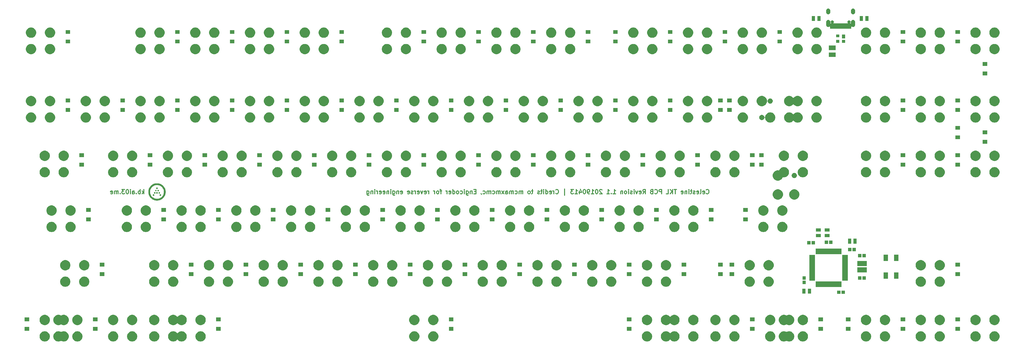
<source format=gbs>
G04 #@! TF.GenerationSoftware,KiCad,Pcbnew,(5.0.2)-1*
G04 #@! TF.CreationDate,2019-04-13T17:16:35-07:00*
G04 #@! TF.ProjectId,Celestine,43656c65-7374-4696-9e65-2e6b69636164,rev?*
G04 #@! TF.SameCoordinates,Original*
G04 #@! TF.FileFunction,Soldermask,Bot*
G04 #@! TF.FilePolarity,Negative*
%FSLAX46Y46*%
G04 Gerber Fmt 4.6, Leading zero omitted, Abs format (unit mm)*
G04 Created by KiCad (PCBNEW (5.0.2)-1) date 4/13/2019 5:16:35 PM*
%MOMM*%
%LPD*%
G01*
G04 APERTURE LIST*
%ADD10C,0.300000*%
%ADD11C,0.010000*%
%ADD12C,0.100000*%
G04 APERTURE END LIST*
D10*
X67662500Y-63384821D02*
X67662500Y-61884821D01*
X67519642Y-62813392D02*
X67091071Y-63384821D01*
X67091071Y-62384821D02*
X67662500Y-62956250D01*
X66448214Y-63384821D02*
X66448214Y-61884821D01*
X66448214Y-62456250D02*
X66305357Y-62384821D01*
X66019642Y-62384821D01*
X65876785Y-62456250D01*
X65805357Y-62527678D01*
X65733928Y-62670535D01*
X65733928Y-63099107D01*
X65805357Y-63241964D01*
X65876785Y-63313392D01*
X66019642Y-63384821D01*
X66305357Y-63384821D01*
X66448214Y-63313392D01*
X65091071Y-63241964D02*
X65019642Y-63313392D01*
X65091071Y-63384821D01*
X65162500Y-63313392D01*
X65091071Y-63241964D01*
X65091071Y-63384821D01*
X63733928Y-63384821D02*
X63733928Y-62599107D01*
X63805357Y-62456250D01*
X63948214Y-62384821D01*
X64233928Y-62384821D01*
X64376785Y-62456250D01*
X63733928Y-63313392D02*
X63876785Y-63384821D01*
X64233928Y-63384821D01*
X64376785Y-63313392D01*
X64448214Y-63170535D01*
X64448214Y-63027678D01*
X64376785Y-62884821D01*
X64233928Y-62813392D01*
X63876785Y-62813392D01*
X63733928Y-62741964D01*
X63019642Y-63384821D02*
X63019642Y-62384821D01*
X63019642Y-61884821D02*
X63091071Y-61956250D01*
X63019642Y-62027678D01*
X62948214Y-61956250D01*
X63019642Y-61884821D01*
X63019642Y-62027678D01*
X62019642Y-61884821D02*
X61876785Y-61884821D01*
X61733928Y-61956250D01*
X61662500Y-62027678D01*
X61591071Y-62170535D01*
X61519642Y-62456250D01*
X61519642Y-62813392D01*
X61591071Y-63099107D01*
X61662500Y-63241964D01*
X61733928Y-63313392D01*
X61876785Y-63384821D01*
X62019642Y-63384821D01*
X62162500Y-63313392D01*
X62233928Y-63241964D01*
X62305357Y-63099107D01*
X62376785Y-62813392D01*
X62376785Y-62456250D01*
X62305357Y-62170535D01*
X62233928Y-62027678D01*
X62162500Y-61956250D01*
X62019642Y-61884821D01*
X61019642Y-61884821D02*
X60091071Y-61884821D01*
X60591071Y-62456250D01*
X60376785Y-62456250D01*
X60233928Y-62527678D01*
X60162500Y-62599107D01*
X60091071Y-62741964D01*
X60091071Y-63099107D01*
X60162500Y-63241964D01*
X60233928Y-63313392D01*
X60376785Y-63384821D01*
X60805357Y-63384821D01*
X60948214Y-63313392D01*
X61019642Y-63241964D01*
X59448214Y-63241964D02*
X59376785Y-63313392D01*
X59448214Y-63384821D01*
X59519642Y-63313392D01*
X59448214Y-63241964D01*
X59448214Y-63384821D01*
X58733928Y-63384821D02*
X58733928Y-62384821D01*
X58733928Y-62527678D02*
X58662500Y-62456250D01*
X58519642Y-62384821D01*
X58305357Y-62384821D01*
X58162500Y-62456250D01*
X58091071Y-62599107D01*
X58091071Y-63384821D01*
X58091071Y-62599107D02*
X58019642Y-62456250D01*
X57876785Y-62384821D01*
X57662500Y-62384821D01*
X57519642Y-62456250D01*
X57448214Y-62599107D01*
X57448214Y-63384821D01*
X56162500Y-63313392D02*
X56305357Y-63384821D01*
X56591071Y-63384821D01*
X56733928Y-63313392D01*
X56805357Y-63170535D01*
X56805357Y-62599107D01*
X56733928Y-62456250D01*
X56591071Y-62384821D01*
X56305357Y-62384821D01*
X56162500Y-62456250D01*
X56091071Y-62599107D01*
X56091071Y-62741964D01*
X56805357Y-62884821D01*
X263394642Y-63241964D02*
X263466071Y-63313392D01*
X263680357Y-63384821D01*
X263823214Y-63384821D01*
X264037500Y-63313392D01*
X264180357Y-63170535D01*
X264251785Y-63027678D01*
X264323214Y-62741964D01*
X264323214Y-62527678D01*
X264251785Y-62241964D01*
X264180357Y-62099107D01*
X264037500Y-61956250D01*
X263823214Y-61884821D01*
X263680357Y-61884821D01*
X263466071Y-61956250D01*
X263394642Y-62027678D01*
X262180357Y-63313392D02*
X262323214Y-63384821D01*
X262608928Y-63384821D01*
X262751785Y-63313392D01*
X262823214Y-63170535D01*
X262823214Y-62599107D01*
X262751785Y-62456250D01*
X262608928Y-62384821D01*
X262323214Y-62384821D01*
X262180357Y-62456250D01*
X262108928Y-62599107D01*
X262108928Y-62741964D01*
X262823214Y-62884821D01*
X261251785Y-63384821D02*
X261394642Y-63313392D01*
X261466071Y-63170535D01*
X261466071Y-61884821D01*
X260108928Y-63313392D02*
X260251785Y-63384821D01*
X260537500Y-63384821D01*
X260680357Y-63313392D01*
X260751785Y-63170535D01*
X260751785Y-62599107D01*
X260680357Y-62456250D01*
X260537500Y-62384821D01*
X260251785Y-62384821D01*
X260108928Y-62456250D01*
X260037500Y-62599107D01*
X260037500Y-62741964D01*
X260751785Y-62884821D01*
X259466071Y-63313392D02*
X259323214Y-63384821D01*
X259037500Y-63384821D01*
X258894642Y-63313392D01*
X258823214Y-63170535D01*
X258823214Y-63099107D01*
X258894642Y-62956250D01*
X259037500Y-62884821D01*
X259251785Y-62884821D01*
X259394642Y-62813392D01*
X259466071Y-62670535D01*
X259466071Y-62599107D01*
X259394642Y-62456250D01*
X259251785Y-62384821D01*
X259037500Y-62384821D01*
X258894642Y-62456250D01*
X258394642Y-62384821D02*
X257823214Y-62384821D01*
X258180357Y-61884821D02*
X258180357Y-63170535D01*
X258108928Y-63313392D01*
X257966071Y-63384821D01*
X257823214Y-63384821D01*
X257323214Y-63384821D02*
X257323214Y-62384821D01*
X257323214Y-61884821D02*
X257394642Y-61956250D01*
X257323214Y-62027678D01*
X257251785Y-61956250D01*
X257323214Y-61884821D01*
X257323214Y-62027678D01*
X256608928Y-62384821D02*
X256608928Y-63384821D01*
X256608928Y-62527678D02*
X256537500Y-62456250D01*
X256394642Y-62384821D01*
X256180357Y-62384821D01*
X256037500Y-62456250D01*
X255966071Y-62599107D01*
X255966071Y-63384821D01*
X254680357Y-63313392D02*
X254823214Y-63384821D01*
X255108928Y-63384821D01*
X255251785Y-63313392D01*
X255323214Y-63170535D01*
X255323214Y-62599107D01*
X255251785Y-62456250D01*
X255108928Y-62384821D01*
X254823214Y-62384821D01*
X254680357Y-62456250D01*
X254608928Y-62599107D01*
X254608928Y-62741964D01*
X255323214Y-62884821D01*
X253037500Y-61884821D02*
X252180357Y-61884821D01*
X252608928Y-63384821D02*
X252608928Y-61884821D01*
X251680357Y-63384821D02*
X251680357Y-61884821D01*
X250823214Y-63384821D02*
X251466071Y-62527678D01*
X250823214Y-61884821D02*
X251680357Y-62741964D01*
X249466071Y-63384821D02*
X250180357Y-63384821D01*
X250180357Y-61884821D01*
X247823214Y-63384821D02*
X247823214Y-61884821D01*
X247251785Y-61884821D01*
X247108928Y-61956250D01*
X247037499Y-62027678D01*
X246966071Y-62170535D01*
X246966071Y-62384821D01*
X247037499Y-62527678D01*
X247108928Y-62599107D01*
X247251785Y-62670535D01*
X247823214Y-62670535D01*
X245466071Y-63241964D02*
X245537499Y-63313392D01*
X245751785Y-63384821D01*
X245894642Y-63384821D01*
X246108928Y-63313392D01*
X246251785Y-63170535D01*
X246323214Y-63027678D01*
X246394642Y-62741964D01*
X246394642Y-62527678D01*
X246323214Y-62241964D01*
X246251785Y-62099107D01*
X246108928Y-61956250D01*
X245894642Y-61884821D01*
X245751785Y-61884821D01*
X245537499Y-61956250D01*
X245466071Y-62027678D01*
X244323214Y-62599107D02*
X244108928Y-62670535D01*
X244037499Y-62741964D01*
X243966071Y-62884821D01*
X243966071Y-63099107D01*
X244037499Y-63241964D01*
X244108928Y-63313392D01*
X244251785Y-63384821D01*
X244823214Y-63384821D01*
X244823214Y-61884821D01*
X244323214Y-61884821D01*
X244180357Y-61956250D01*
X244108928Y-62027678D01*
X244037499Y-62170535D01*
X244037499Y-62313392D01*
X244108928Y-62456250D01*
X244180357Y-62527678D01*
X244323214Y-62599107D01*
X244823214Y-62599107D01*
X241323214Y-63384821D02*
X241823214Y-62670535D01*
X242180357Y-63384821D02*
X242180357Y-61884821D01*
X241608928Y-61884821D01*
X241466071Y-61956250D01*
X241394642Y-62027678D01*
X241323214Y-62170535D01*
X241323214Y-62384821D01*
X241394642Y-62527678D01*
X241466071Y-62599107D01*
X241608928Y-62670535D01*
X242180357Y-62670535D01*
X240108928Y-63313392D02*
X240251785Y-63384821D01*
X240537499Y-63384821D01*
X240680357Y-63313392D01*
X240751785Y-63170535D01*
X240751785Y-62599107D01*
X240680357Y-62456250D01*
X240537499Y-62384821D01*
X240251785Y-62384821D01*
X240108928Y-62456250D01*
X240037499Y-62599107D01*
X240037499Y-62741964D01*
X240751785Y-62884821D01*
X239537499Y-62384821D02*
X239180357Y-63384821D01*
X238823214Y-62384821D01*
X238251785Y-63384821D02*
X238251785Y-62384821D01*
X238251785Y-61884821D02*
X238323214Y-61956250D01*
X238251785Y-62027678D01*
X238180357Y-61956250D01*
X238251785Y-61884821D01*
X238251785Y-62027678D01*
X237608928Y-63313392D02*
X237466071Y-63384821D01*
X237180357Y-63384821D01*
X237037499Y-63313392D01*
X236966071Y-63170535D01*
X236966071Y-63099107D01*
X237037499Y-62956250D01*
X237180357Y-62884821D01*
X237394642Y-62884821D01*
X237537499Y-62813392D01*
X237608928Y-62670535D01*
X237608928Y-62599107D01*
X237537499Y-62456250D01*
X237394642Y-62384821D01*
X237180357Y-62384821D01*
X237037499Y-62456250D01*
X236323214Y-63384821D02*
X236323214Y-62384821D01*
X236323214Y-61884821D02*
X236394642Y-61956250D01*
X236323214Y-62027678D01*
X236251785Y-61956250D01*
X236323214Y-61884821D01*
X236323214Y-62027678D01*
X235394642Y-63384821D02*
X235537499Y-63313392D01*
X235608928Y-63241964D01*
X235680357Y-63099107D01*
X235680357Y-62670535D01*
X235608928Y-62527678D01*
X235537499Y-62456250D01*
X235394642Y-62384821D01*
X235180357Y-62384821D01*
X235037499Y-62456250D01*
X234966071Y-62527678D01*
X234894642Y-62670535D01*
X234894642Y-63099107D01*
X234966071Y-63241964D01*
X235037499Y-63313392D01*
X235180357Y-63384821D01*
X235394642Y-63384821D01*
X234251785Y-62384821D02*
X234251785Y-63384821D01*
X234251785Y-62527678D02*
X234180357Y-62456250D01*
X234037499Y-62384821D01*
X233823214Y-62384821D01*
X233680357Y-62456250D01*
X233608928Y-62599107D01*
X233608928Y-63384821D01*
X230966071Y-63384821D02*
X231823214Y-63384821D01*
X231394642Y-63384821D02*
X231394642Y-61884821D01*
X231537499Y-62099107D01*
X231680357Y-62241964D01*
X231823214Y-62313392D01*
X230323214Y-63241964D02*
X230251785Y-63313392D01*
X230323214Y-63384821D01*
X230394642Y-63313392D01*
X230323214Y-63241964D01*
X230323214Y-63384821D01*
X228823214Y-63384821D02*
X229680357Y-63384821D01*
X229251785Y-63384821D02*
X229251785Y-61884821D01*
X229394642Y-62099107D01*
X229537499Y-62241964D01*
X229680357Y-62313392D01*
X227108928Y-62027678D02*
X227037499Y-61956250D01*
X226894642Y-61884821D01*
X226537499Y-61884821D01*
X226394642Y-61956250D01*
X226323214Y-62027678D01*
X226251785Y-62170535D01*
X226251785Y-62313392D01*
X226323214Y-62527678D01*
X227180357Y-63384821D01*
X226251785Y-63384821D01*
X225323214Y-61884821D02*
X225180357Y-61884821D01*
X225037499Y-61956250D01*
X224966071Y-62027678D01*
X224894642Y-62170535D01*
X224823214Y-62456250D01*
X224823214Y-62813392D01*
X224894642Y-63099107D01*
X224966071Y-63241964D01*
X225037499Y-63313392D01*
X225180357Y-63384821D01*
X225323214Y-63384821D01*
X225466071Y-63313392D01*
X225537499Y-63241964D01*
X225608928Y-63099107D01*
X225680357Y-62813392D01*
X225680357Y-62456250D01*
X225608928Y-62170535D01*
X225537499Y-62027678D01*
X225466071Y-61956250D01*
X225323214Y-61884821D01*
X223394642Y-63384821D02*
X224251785Y-63384821D01*
X223823214Y-63384821D02*
X223823214Y-61884821D01*
X223966071Y-62099107D01*
X224108928Y-62241964D01*
X224251785Y-62313392D01*
X222680357Y-63384821D02*
X222394642Y-63384821D01*
X222251785Y-63313392D01*
X222180357Y-63241964D01*
X222037499Y-63027678D01*
X221966071Y-62741964D01*
X221966071Y-62170535D01*
X222037499Y-62027678D01*
X222108928Y-61956250D01*
X222251785Y-61884821D01*
X222537499Y-61884821D01*
X222680357Y-61956250D01*
X222751785Y-62027678D01*
X222823214Y-62170535D01*
X222823214Y-62527678D01*
X222751785Y-62670535D01*
X222680357Y-62741964D01*
X222537499Y-62813392D01*
X222251785Y-62813392D01*
X222108928Y-62741964D01*
X222037499Y-62670535D01*
X221966071Y-62527678D01*
X221037499Y-61884821D02*
X220894642Y-61884821D01*
X220751785Y-61956250D01*
X220680357Y-62027678D01*
X220608928Y-62170535D01*
X220537499Y-62456250D01*
X220537499Y-62813392D01*
X220608928Y-63099107D01*
X220680357Y-63241964D01*
X220751785Y-63313392D01*
X220894642Y-63384821D01*
X221037499Y-63384821D01*
X221180357Y-63313392D01*
X221251785Y-63241964D01*
X221323214Y-63099107D01*
X221394642Y-62813392D01*
X221394642Y-62456250D01*
X221323214Y-62170535D01*
X221251785Y-62027678D01*
X221180357Y-61956250D01*
X221037499Y-61884821D01*
X219251785Y-62384821D02*
X219251785Y-63384821D01*
X219608928Y-61813392D02*
X219966071Y-62884821D01*
X219037499Y-62884821D01*
X217680357Y-63384821D02*
X218537499Y-63384821D01*
X218108928Y-63384821D02*
X218108928Y-61884821D01*
X218251785Y-62099107D01*
X218394642Y-62241964D01*
X218537499Y-62313392D01*
X217180357Y-61884821D02*
X216251785Y-61884821D01*
X216751785Y-62456250D01*
X216537499Y-62456250D01*
X216394642Y-62527678D01*
X216323214Y-62599107D01*
X216251785Y-62741964D01*
X216251785Y-63099107D01*
X216323214Y-63241964D01*
X216394642Y-63313392D01*
X216537499Y-63384821D01*
X216966071Y-63384821D01*
X217108928Y-63313392D01*
X217180357Y-63241964D01*
X214108928Y-63884821D02*
X214108928Y-61741964D01*
X211037499Y-63241964D02*
X211108928Y-63313392D01*
X211323214Y-63384821D01*
X211466071Y-63384821D01*
X211680357Y-63313392D01*
X211823214Y-63170535D01*
X211894642Y-63027678D01*
X211966071Y-62741964D01*
X211966071Y-62527678D01*
X211894642Y-62241964D01*
X211823214Y-62099107D01*
X211680357Y-61956250D01*
X211466071Y-61884821D01*
X211323214Y-61884821D01*
X211108928Y-61956250D01*
X211037499Y-62027678D01*
X210394642Y-63384821D02*
X210394642Y-62384821D01*
X210394642Y-62670535D02*
X210323214Y-62527678D01*
X210251785Y-62456250D01*
X210108928Y-62384821D01*
X209966071Y-62384821D01*
X208894642Y-63313392D02*
X209037499Y-63384821D01*
X209323214Y-63384821D01*
X209466071Y-63313392D01*
X209537499Y-63170535D01*
X209537499Y-62599107D01*
X209466071Y-62456250D01*
X209323214Y-62384821D01*
X209037499Y-62384821D01*
X208894642Y-62456250D01*
X208823214Y-62599107D01*
X208823214Y-62741964D01*
X209537499Y-62884821D01*
X207537499Y-63384821D02*
X207537499Y-61884821D01*
X207537499Y-63313392D02*
X207680357Y-63384821D01*
X207966071Y-63384821D01*
X208108928Y-63313392D01*
X208180357Y-63241964D01*
X208251785Y-63099107D01*
X208251785Y-62670535D01*
X208180357Y-62527678D01*
X208108928Y-62456250D01*
X207966071Y-62384821D01*
X207680357Y-62384821D01*
X207537499Y-62456250D01*
X206823214Y-63384821D02*
X206823214Y-62384821D01*
X206823214Y-61884821D02*
X206894642Y-61956250D01*
X206823214Y-62027678D01*
X206751785Y-61956250D01*
X206823214Y-61884821D01*
X206823214Y-62027678D01*
X206323214Y-62384821D02*
X205751785Y-62384821D01*
X206108928Y-61884821D02*
X206108928Y-63170535D01*
X206037499Y-63313392D01*
X205894642Y-63384821D01*
X205751785Y-63384821D01*
X205323214Y-63313392D02*
X205180357Y-63384821D01*
X204894642Y-63384821D01*
X204751785Y-63313392D01*
X204680357Y-63170535D01*
X204680357Y-63099107D01*
X204751785Y-62956250D01*
X204894642Y-62884821D01*
X205108928Y-62884821D01*
X205251785Y-62813392D01*
X205323214Y-62670535D01*
X205323214Y-62599107D01*
X205251785Y-62456250D01*
X205108928Y-62384821D01*
X204894642Y-62384821D01*
X204751785Y-62456250D01*
X203108928Y-62384821D02*
X202537499Y-62384821D01*
X202894642Y-61884821D02*
X202894642Y-63170535D01*
X202823214Y-63313392D01*
X202680357Y-63384821D01*
X202537499Y-63384821D01*
X201823214Y-63384821D02*
X201966071Y-63313392D01*
X202037499Y-63241964D01*
X202108928Y-63099107D01*
X202108928Y-62670535D01*
X202037499Y-62527678D01*
X201966071Y-62456250D01*
X201823214Y-62384821D01*
X201608928Y-62384821D01*
X201466071Y-62456250D01*
X201394642Y-62527678D01*
X201323214Y-62670535D01*
X201323214Y-63099107D01*
X201394642Y-63241964D01*
X201466071Y-63313392D01*
X201608928Y-63384821D01*
X201823214Y-63384821D01*
X199537499Y-63384821D02*
X199537499Y-62384821D01*
X199537499Y-62527678D02*
X199466071Y-62456250D01*
X199323214Y-62384821D01*
X199108928Y-62384821D01*
X198966071Y-62456250D01*
X198894642Y-62599107D01*
X198894642Y-63384821D01*
X198894642Y-62599107D02*
X198823214Y-62456250D01*
X198680357Y-62384821D01*
X198466071Y-62384821D01*
X198323214Y-62456250D01*
X198251785Y-62599107D01*
X198251785Y-63384821D01*
X196894642Y-63313392D02*
X197037499Y-63384821D01*
X197323214Y-63384821D01*
X197466071Y-63313392D01*
X197537499Y-63241964D01*
X197608928Y-63099107D01*
X197608928Y-62670535D01*
X197537499Y-62527678D01*
X197466071Y-62456250D01*
X197323214Y-62384821D01*
X197037499Y-62384821D01*
X196894642Y-62456250D01*
X196251785Y-63384821D02*
X196251785Y-62384821D01*
X196251785Y-62527678D02*
X196180357Y-62456250D01*
X196037499Y-62384821D01*
X195823214Y-62384821D01*
X195680357Y-62456250D01*
X195608928Y-62599107D01*
X195608928Y-63384821D01*
X195608928Y-62599107D02*
X195537499Y-62456250D01*
X195394642Y-62384821D01*
X195180357Y-62384821D01*
X195037499Y-62456250D01*
X194966071Y-62599107D01*
X194966071Y-63384821D01*
X193608928Y-63384821D02*
X193608928Y-62599107D01*
X193680357Y-62456250D01*
X193823214Y-62384821D01*
X194108928Y-62384821D01*
X194251785Y-62456250D01*
X193608928Y-63313392D02*
X193751785Y-63384821D01*
X194108928Y-63384821D01*
X194251785Y-63313392D01*
X194323214Y-63170535D01*
X194323214Y-63027678D01*
X194251785Y-62884821D01*
X194108928Y-62813392D01*
X193751785Y-62813392D01*
X193608928Y-62741964D01*
X193037499Y-63384821D02*
X192251785Y-62384821D01*
X193037499Y-62384821D02*
X192251785Y-63384821D01*
X191680357Y-63384821D02*
X191680357Y-62384821D01*
X191680357Y-62527678D02*
X191608928Y-62456250D01*
X191466071Y-62384821D01*
X191251785Y-62384821D01*
X191108928Y-62456250D01*
X191037499Y-62599107D01*
X191037499Y-63384821D01*
X191037499Y-62599107D02*
X190966071Y-62456250D01*
X190823214Y-62384821D01*
X190608928Y-62384821D01*
X190466071Y-62456250D01*
X190394642Y-62599107D01*
X190394642Y-63384821D01*
X189037499Y-63313392D02*
X189180357Y-63384821D01*
X189466071Y-63384821D01*
X189608928Y-63313392D01*
X189680357Y-63241964D01*
X189751785Y-63099107D01*
X189751785Y-62670535D01*
X189680357Y-62527678D01*
X189608928Y-62456250D01*
X189466071Y-62384821D01*
X189180357Y-62384821D01*
X189037499Y-62456250D01*
X188394642Y-63384821D02*
X188394642Y-62384821D01*
X188394642Y-62527678D02*
X188323214Y-62456250D01*
X188180357Y-62384821D01*
X187966071Y-62384821D01*
X187823214Y-62456250D01*
X187751785Y-62599107D01*
X187751785Y-63384821D01*
X187751785Y-62599107D02*
X187680357Y-62456250D01*
X187537499Y-62384821D01*
X187323214Y-62384821D01*
X187180357Y-62456250D01*
X187108928Y-62599107D01*
X187108928Y-63384821D01*
X185751785Y-63313392D02*
X185894642Y-63384821D01*
X186180357Y-63384821D01*
X186323214Y-63313392D01*
X186394642Y-63241964D01*
X186466071Y-63099107D01*
X186466071Y-62670535D01*
X186394642Y-62527678D01*
X186323214Y-62456250D01*
X186180357Y-62384821D01*
X185894642Y-62384821D01*
X185751785Y-62456250D01*
X185037499Y-63313392D02*
X185037499Y-63384821D01*
X185108928Y-63527678D01*
X185180357Y-63599107D01*
X183251785Y-62599107D02*
X182751785Y-62599107D01*
X182537499Y-63384821D02*
X183251785Y-63384821D01*
X183251785Y-61884821D01*
X182537499Y-61884821D01*
X181894642Y-62384821D02*
X181894642Y-63384821D01*
X181894642Y-62527678D02*
X181823214Y-62456250D01*
X181680357Y-62384821D01*
X181466071Y-62384821D01*
X181323214Y-62456250D01*
X181251785Y-62599107D01*
X181251785Y-63384821D01*
X179894642Y-62384821D02*
X179894642Y-63599107D01*
X179966071Y-63741964D01*
X180037499Y-63813392D01*
X180180357Y-63884821D01*
X180394642Y-63884821D01*
X180537499Y-63813392D01*
X179894642Y-63313392D02*
X180037499Y-63384821D01*
X180323214Y-63384821D01*
X180466071Y-63313392D01*
X180537499Y-63241964D01*
X180608928Y-63099107D01*
X180608928Y-62670535D01*
X180537499Y-62527678D01*
X180466071Y-62456250D01*
X180323214Y-62384821D01*
X180037499Y-62384821D01*
X179894642Y-62456250D01*
X179180357Y-63384821D02*
X179180357Y-62384821D01*
X179180357Y-61884821D02*
X179251785Y-61956250D01*
X179180357Y-62027678D01*
X179108928Y-61956250D01*
X179180357Y-61884821D01*
X179180357Y-62027678D01*
X177823214Y-63313392D02*
X177966071Y-63384821D01*
X178251785Y-63384821D01*
X178394642Y-63313392D01*
X178466071Y-63241964D01*
X178537499Y-63099107D01*
X178537499Y-62670535D01*
X178466071Y-62527678D01*
X178394642Y-62456250D01*
X178251785Y-62384821D01*
X177966071Y-62384821D01*
X177823214Y-62456250D01*
X176966071Y-63384821D02*
X177108928Y-63313392D01*
X177180357Y-63241964D01*
X177251785Y-63099107D01*
X177251785Y-62670535D01*
X177180357Y-62527678D01*
X177108928Y-62456250D01*
X176966071Y-62384821D01*
X176751785Y-62384821D01*
X176608928Y-62456250D01*
X176537499Y-62527678D01*
X176466071Y-62670535D01*
X176466071Y-63099107D01*
X176537499Y-63241964D01*
X176608928Y-63313392D01*
X176751785Y-63384821D01*
X176966071Y-63384821D01*
X175180357Y-63384821D02*
X175180357Y-61884821D01*
X175180357Y-63313392D02*
X175323214Y-63384821D01*
X175608928Y-63384821D01*
X175751785Y-63313392D01*
X175823214Y-63241964D01*
X175894642Y-63099107D01*
X175894642Y-62670535D01*
X175823214Y-62527678D01*
X175751785Y-62456250D01*
X175608928Y-62384821D01*
X175323214Y-62384821D01*
X175180357Y-62456250D01*
X173894642Y-63313392D02*
X174037499Y-63384821D01*
X174323214Y-63384821D01*
X174466071Y-63313392D01*
X174537499Y-63170535D01*
X174537499Y-62599107D01*
X174466071Y-62456250D01*
X174323214Y-62384821D01*
X174037499Y-62384821D01*
X173894642Y-62456250D01*
X173823214Y-62599107D01*
X173823214Y-62741964D01*
X174537499Y-62884821D01*
X173180357Y-63384821D02*
X173180357Y-62384821D01*
X173180357Y-62670535D02*
X173108928Y-62527678D01*
X173037499Y-62456250D01*
X172894642Y-62384821D01*
X172751785Y-62384821D01*
X171323214Y-62384821D02*
X170751785Y-62384821D01*
X171108928Y-63384821D02*
X171108928Y-62099107D01*
X171037499Y-61956250D01*
X170894642Y-61884821D01*
X170751785Y-61884821D01*
X170037499Y-63384821D02*
X170180357Y-63313392D01*
X170251785Y-63241964D01*
X170323214Y-63099107D01*
X170323214Y-62670535D01*
X170251785Y-62527678D01*
X170180357Y-62456250D01*
X170037499Y-62384821D01*
X169823214Y-62384821D01*
X169680357Y-62456250D01*
X169608928Y-62527678D01*
X169537499Y-62670535D01*
X169537499Y-63099107D01*
X169608928Y-63241964D01*
X169680357Y-63313392D01*
X169823214Y-63384821D01*
X170037499Y-63384821D01*
X168894642Y-63384821D02*
X168894642Y-62384821D01*
X168894642Y-62670535D02*
X168823214Y-62527678D01*
X168751785Y-62456250D01*
X168608928Y-62384821D01*
X168466071Y-62384821D01*
X166823214Y-63384821D02*
X166823214Y-62384821D01*
X166823214Y-62670535D02*
X166751785Y-62527678D01*
X166680357Y-62456250D01*
X166537499Y-62384821D01*
X166394642Y-62384821D01*
X165323214Y-63313392D02*
X165466071Y-63384821D01*
X165751785Y-63384821D01*
X165894642Y-63313392D01*
X165966071Y-63170535D01*
X165966071Y-62599107D01*
X165894642Y-62456250D01*
X165751785Y-62384821D01*
X165466071Y-62384821D01*
X165323214Y-62456250D01*
X165251785Y-62599107D01*
X165251785Y-62741964D01*
X165966071Y-62884821D01*
X164751785Y-62384821D02*
X164394642Y-63384821D01*
X164037499Y-62384821D01*
X162894642Y-63313392D02*
X163037499Y-63384821D01*
X163323214Y-63384821D01*
X163466071Y-63313392D01*
X163537499Y-63170535D01*
X163537499Y-62599107D01*
X163466071Y-62456250D01*
X163323214Y-62384821D01*
X163037499Y-62384821D01*
X162894642Y-62456250D01*
X162823214Y-62599107D01*
X162823214Y-62741964D01*
X163537499Y-62884821D01*
X162180357Y-63384821D02*
X162180357Y-62384821D01*
X162180357Y-62670535D02*
X162108928Y-62527678D01*
X162037499Y-62456250D01*
X161894642Y-62384821D01*
X161751785Y-62384821D01*
X161323214Y-63313392D02*
X161180357Y-63384821D01*
X160894642Y-63384821D01*
X160751785Y-63313392D01*
X160680357Y-63170535D01*
X160680357Y-63099107D01*
X160751785Y-62956250D01*
X160894642Y-62884821D01*
X161108928Y-62884821D01*
X161251785Y-62813392D01*
X161323214Y-62670535D01*
X161323214Y-62599107D01*
X161251785Y-62456250D01*
X161108928Y-62384821D01*
X160894642Y-62384821D01*
X160751785Y-62456250D01*
X159466071Y-63313392D02*
X159608928Y-63384821D01*
X159894642Y-63384821D01*
X160037499Y-63313392D01*
X160108928Y-63170535D01*
X160108928Y-62599107D01*
X160037499Y-62456250D01*
X159894642Y-62384821D01*
X159608928Y-62384821D01*
X159466071Y-62456250D01*
X159394642Y-62599107D01*
X159394642Y-62741964D01*
X160108928Y-62884821D01*
X157037499Y-63313392D02*
X157180357Y-63384821D01*
X157466071Y-63384821D01*
X157608928Y-63313392D01*
X157680357Y-63170535D01*
X157680357Y-62599107D01*
X157608928Y-62456250D01*
X157466071Y-62384821D01*
X157180357Y-62384821D01*
X157037499Y-62456250D01*
X156966071Y-62599107D01*
X156966071Y-62741964D01*
X157680357Y-62884821D01*
X156323214Y-62384821D02*
X156323214Y-63384821D01*
X156323214Y-62527678D02*
X156251785Y-62456250D01*
X156108928Y-62384821D01*
X155894642Y-62384821D01*
X155751785Y-62456250D01*
X155680357Y-62599107D01*
X155680357Y-63384821D01*
X154323214Y-62384821D02*
X154323214Y-63599107D01*
X154394642Y-63741964D01*
X154466071Y-63813392D01*
X154608928Y-63884821D01*
X154823214Y-63884821D01*
X154966071Y-63813392D01*
X154323214Y-63313392D02*
X154466071Y-63384821D01*
X154751785Y-63384821D01*
X154894642Y-63313392D01*
X154966071Y-63241964D01*
X155037499Y-63099107D01*
X155037499Y-62670535D01*
X154966071Y-62527678D01*
X154894642Y-62456250D01*
X154751785Y-62384821D01*
X154466071Y-62384821D01*
X154323214Y-62456250D01*
X153608928Y-63384821D02*
X153608928Y-62384821D01*
X153608928Y-61884821D02*
X153680357Y-61956250D01*
X153608928Y-62027678D01*
X153537499Y-61956250D01*
X153608928Y-61884821D01*
X153608928Y-62027678D01*
X152894642Y-62384821D02*
X152894642Y-63384821D01*
X152894642Y-62527678D02*
X152823214Y-62456250D01*
X152680357Y-62384821D01*
X152466071Y-62384821D01*
X152323214Y-62456250D01*
X152251785Y-62599107D01*
X152251785Y-63384821D01*
X150966071Y-63313392D02*
X151108928Y-63384821D01*
X151394642Y-63384821D01*
X151537499Y-63313392D01*
X151608928Y-63170535D01*
X151608928Y-62599107D01*
X151537499Y-62456250D01*
X151394642Y-62384821D01*
X151108928Y-62384821D01*
X150966071Y-62456250D01*
X150894642Y-62599107D01*
X150894642Y-62741964D01*
X151608928Y-62884821D01*
X149680357Y-63313392D02*
X149823214Y-63384821D01*
X150108928Y-63384821D01*
X150251785Y-63313392D01*
X150323214Y-63170535D01*
X150323214Y-62599107D01*
X150251785Y-62456250D01*
X150108928Y-62384821D01*
X149823214Y-62384821D01*
X149680357Y-62456250D01*
X149608928Y-62599107D01*
X149608928Y-62741964D01*
X150323214Y-62884821D01*
X148966071Y-63384821D02*
X148966071Y-62384821D01*
X148966071Y-62670535D02*
X148894642Y-62527678D01*
X148823214Y-62456250D01*
X148680357Y-62384821D01*
X148537499Y-62384821D01*
X148037499Y-63384821D02*
X148037499Y-62384821D01*
X148037499Y-61884821D02*
X148108928Y-61956250D01*
X148037499Y-62027678D01*
X147966071Y-61956250D01*
X148037499Y-61884821D01*
X148037499Y-62027678D01*
X147323214Y-62384821D02*
X147323214Y-63384821D01*
X147323214Y-62527678D02*
X147251785Y-62456250D01*
X147108928Y-62384821D01*
X146894642Y-62384821D01*
X146751785Y-62456250D01*
X146680357Y-62599107D01*
X146680357Y-63384821D01*
X145323214Y-62384821D02*
X145323214Y-63599107D01*
X145394642Y-63741964D01*
X145466071Y-63813392D01*
X145608928Y-63884821D01*
X145823214Y-63884821D01*
X145966071Y-63813392D01*
X145323214Y-63313392D02*
X145466071Y-63384821D01*
X145751785Y-63384821D01*
X145894642Y-63313392D01*
X145966071Y-63241964D01*
X146037499Y-63099107D01*
X146037499Y-62670535D01*
X145966071Y-62527678D01*
X145894642Y-62456250D01*
X145751785Y-62384821D01*
X145466071Y-62384821D01*
X145323214Y-62456250D01*
D11*
G04 #@! TO.C,G\002A\002A\002A*
G36*
X72040750Y-61626750D02*
X72445562Y-61626750D01*
X72445562Y-61221938D01*
X72040750Y-61221938D01*
X72040750Y-61626750D01*
X72040750Y-61626750D01*
G37*
X72040750Y-61626750D02*
X72445562Y-61626750D01*
X72445562Y-61221938D01*
X72040750Y-61221938D01*
X72040750Y-61626750D01*
G36*
X71635937Y-62412563D02*
X72040750Y-62412563D01*
X72040750Y-62031563D01*
X71635937Y-62031563D01*
X71635937Y-62412563D01*
X71635937Y-62412563D01*
G37*
X71635937Y-62412563D02*
X72040750Y-62412563D01*
X72040750Y-62031563D01*
X71635937Y-62031563D01*
X71635937Y-62412563D01*
G36*
X72445562Y-62412563D02*
X72826562Y-62412563D01*
X72826562Y-62031563D01*
X72445562Y-62031563D01*
X72445562Y-62412563D01*
X72445562Y-62412563D01*
G37*
X72445562Y-62412563D02*
X72826562Y-62412563D01*
X72826562Y-62031563D01*
X72445562Y-62031563D01*
X72445562Y-62412563D01*
G36*
X71254937Y-63222188D02*
X71635937Y-63222188D01*
X71635937Y-62817375D01*
X71254937Y-62817375D01*
X71254937Y-63222188D01*
X71254937Y-63222188D01*
G37*
X71254937Y-63222188D02*
X71635937Y-63222188D01*
X71635937Y-62817375D01*
X71254937Y-62817375D01*
X71254937Y-63222188D01*
G36*
X72040750Y-63222188D02*
X72445562Y-63222188D01*
X72445562Y-62817375D01*
X72040750Y-62817375D01*
X72040750Y-63222188D01*
X72040750Y-63222188D01*
G37*
X72040750Y-63222188D02*
X72445562Y-63222188D01*
X72445562Y-62817375D01*
X72040750Y-62817375D01*
X72040750Y-63222188D01*
G36*
X72826562Y-63222188D02*
X73231375Y-63222188D01*
X73231375Y-62817375D01*
X72826562Y-62817375D01*
X72826562Y-63222188D01*
X72826562Y-63222188D01*
G37*
X72826562Y-63222188D02*
X73231375Y-63222188D01*
X73231375Y-62817375D01*
X72826562Y-62817375D01*
X72826562Y-63222188D01*
G36*
X70850125Y-64008000D02*
X71254937Y-64008000D01*
X71254937Y-63603188D01*
X70850125Y-63603188D01*
X70850125Y-64008000D01*
X70850125Y-64008000D01*
G37*
X70850125Y-64008000D02*
X71254937Y-64008000D01*
X71254937Y-63603188D01*
X70850125Y-63603188D01*
X70850125Y-64008000D01*
G36*
X73231375Y-64008000D02*
X73636187Y-64008000D01*
X73636187Y-63603188D01*
X73231375Y-63603188D01*
X73231375Y-64008000D01*
X73231375Y-64008000D01*
G37*
X73231375Y-64008000D02*
X73636187Y-64008000D01*
X73636187Y-63603188D01*
X73231375Y-63603188D01*
X73231375Y-64008000D01*
G36*
X72227281Y-59734295D02*
X72103163Y-59735665D01*
X71991451Y-59739822D01*
X71888858Y-59747169D01*
X71792094Y-59758110D01*
X71697872Y-59773048D01*
X71602903Y-59792387D01*
X71503899Y-59816531D01*
X71458620Y-59828668D01*
X71250073Y-59893906D01*
X71047985Y-59973242D01*
X70853122Y-60066278D01*
X70666251Y-60172618D01*
X70488136Y-60291866D01*
X70335990Y-60409867D01*
X70178322Y-60550592D01*
X70030985Y-60702037D01*
X69894664Y-60863135D01*
X69770042Y-61032817D01*
X69657803Y-61210016D01*
X69558630Y-61393666D01*
X69473208Y-61582697D01*
X69402220Y-61776043D01*
X69353466Y-61944053D01*
X69320395Y-62084039D01*
X69295035Y-62215975D01*
X69276643Y-62345247D01*
X69264475Y-62477243D01*
X69257789Y-62617350D01*
X69257136Y-62642750D01*
X69259855Y-62861047D01*
X69278050Y-63075830D01*
X69311715Y-63287071D01*
X69360844Y-63494739D01*
X69425431Y-63698805D01*
X69489628Y-63862737D01*
X69517711Y-63928002D01*
X69541773Y-63982160D01*
X69563642Y-64028863D01*
X69585143Y-64071763D01*
X69608104Y-64114513D01*
X69634350Y-64160765D01*
X69663475Y-64210406D01*
X69782694Y-64396677D01*
X69912798Y-64571403D01*
X70053921Y-64734715D01*
X70206195Y-64886746D01*
X70369753Y-65027630D01*
X70544726Y-65157498D01*
X70727094Y-65274025D01*
X70779923Y-65304994D01*
X70825836Y-65330971D01*
X70868485Y-65353781D01*
X70911522Y-65375251D01*
X70958599Y-65397207D01*
X71013369Y-65421475D01*
X71074763Y-65447872D01*
X71170996Y-65487419D01*
X71259714Y-65520458D01*
X71346828Y-65548945D01*
X71438252Y-65574839D01*
X71520844Y-65595572D01*
X71685360Y-65631126D01*
X71842455Y-65656803D01*
X71996683Y-65673143D01*
X72152601Y-65680686D01*
X72243156Y-65681263D01*
X72294375Y-65680748D01*
X72342496Y-65680043D01*
X72384376Y-65679210D01*
X72416872Y-65678313D01*
X72436840Y-65677415D01*
X72437625Y-65677359D01*
X72653799Y-65653407D01*
X72866556Y-65614420D01*
X73075037Y-65560717D01*
X73278382Y-65492613D01*
X73475734Y-65410426D01*
X73666232Y-65314475D01*
X73849018Y-65205076D01*
X73999974Y-65100046D01*
X74172901Y-64961699D01*
X74333585Y-64813338D01*
X74481799Y-64655289D01*
X74617321Y-64487882D01*
X74739926Y-64311444D01*
X74849389Y-64126302D01*
X74945487Y-63932785D01*
X75027994Y-63731221D01*
X75096687Y-63521938D01*
X75108832Y-63478880D01*
X75135198Y-63377085D01*
X75156583Y-63280761D01*
X75173391Y-63186617D01*
X75186025Y-63091367D01*
X75194890Y-62991720D01*
X75200388Y-62884390D01*
X75202924Y-62766086D01*
X75203205Y-62710219D01*
X75202530Y-62654858D01*
X74670456Y-62654858D01*
X74670353Y-62734996D01*
X74668687Y-62814660D01*
X74665491Y-62889787D01*
X74660794Y-62956310D01*
X74657074Y-62992000D01*
X74625200Y-63189298D01*
X74578549Y-63380913D01*
X74517299Y-63566472D01*
X74441631Y-63745599D01*
X74351723Y-63917919D01*
X74247756Y-64083059D01*
X74129909Y-64240643D01*
X73998362Y-64390297D01*
X73976026Y-64413510D01*
X73841792Y-64540584D01*
X73696090Y-64658520D01*
X73541619Y-64765340D01*
X73381081Y-64859066D01*
X73335292Y-64882754D01*
X73260884Y-64919403D01*
X73195643Y-64949622D01*
X73135146Y-64975190D01*
X73074972Y-64997884D01*
X73010699Y-65019483D01*
X72945625Y-65039477D01*
X72756412Y-65088890D01*
X72570661Y-65123341D01*
X72386923Y-65142964D01*
X72203747Y-65147892D01*
X72019686Y-65138261D01*
X71953144Y-65131281D01*
X71765812Y-65102337D01*
X71586231Y-65060528D01*
X71411893Y-65005104D01*
X71240291Y-64935314D01*
X71143334Y-64889116D01*
X70972702Y-64795697D01*
X70813286Y-64691962D01*
X70664328Y-64577224D01*
X70525071Y-64450800D01*
X70394756Y-64312004D01*
X70272626Y-64160153D01*
X70164358Y-64004509D01*
X70139232Y-63963318D01*
X70109909Y-63911190D01*
X70078209Y-63851746D01*
X70045951Y-63788606D01*
X70014957Y-63725390D01*
X69987044Y-63665717D01*
X69964035Y-63613207D01*
X69950597Y-63579375D01*
X69887730Y-63387834D01*
X69840334Y-63195095D01*
X69808450Y-63001700D01*
X69792120Y-62808190D01*
X69791382Y-62615107D01*
X69806278Y-62422992D01*
X69836848Y-62232386D01*
X69846651Y-62186344D01*
X69880300Y-62050051D01*
X69918608Y-61923868D01*
X69963546Y-61802257D01*
X70017087Y-61679682D01*
X70054746Y-61602208D01*
X70148451Y-61433360D01*
X70255276Y-61272923D01*
X70374452Y-61121618D01*
X70505213Y-60980164D01*
X70646790Y-60849281D01*
X70798416Y-60729690D01*
X70959323Y-60622110D01*
X71128743Y-60527261D01*
X71272925Y-60459730D01*
X71444553Y-60393335D01*
X71617107Y-60341337D01*
X71792594Y-60303328D01*
X71973024Y-60278901D01*
X72160405Y-60267647D01*
X72223312Y-60266757D01*
X72421407Y-60273127D01*
X72613035Y-60293772D01*
X72798969Y-60328923D01*
X72979985Y-60378817D01*
X73156856Y-60443685D01*
X73330356Y-60523763D01*
X73501259Y-60619285D01*
X73601956Y-60683494D01*
X73741389Y-60785022D01*
X73875587Y-60899528D01*
X74002909Y-61025089D01*
X74121715Y-61159781D01*
X74230364Y-61301681D01*
X74327215Y-61448865D01*
X74410628Y-61599411D01*
X74445424Y-61672330D01*
X74506827Y-61817189D01*
X74557058Y-61956428D01*
X74597315Y-62094376D01*
X74628794Y-62235364D01*
X74652694Y-62383721D01*
X74661095Y-62452250D01*
X74665858Y-62509420D01*
X74668968Y-62578311D01*
X74670456Y-62654858D01*
X75202530Y-62654858D01*
X75201460Y-62567223D01*
X75195586Y-62436356D01*
X75185012Y-62314275D01*
X75169165Y-62197635D01*
X75147473Y-62083094D01*
X75119363Y-61967309D01*
X75084264Y-61846937D01*
X75041603Y-61718634D01*
X75025909Y-61674375D01*
X74947524Y-61479656D01*
X74854684Y-61291322D01*
X74747578Y-61109635D01*
X74626398Y-60934858D01*
X74491333Y-60767253D01*
X74342576Y-60607083D01*
X74180317Y-60454610D01*
X74073479Y-60364429D01*
X73987650Y-60298936D01*
X73890111Y-60231610D01*
X73784502Y-60164662D01*
X73674464Y-60100305D01*
X73563637Y-60040750D01*
X73455661Y-59988208D01*
X73449656Y-59985465D01*
X73379696Y-59955592D01*
X73298515Y-59924206D01*
X73210483Y-59892786D01*
X73119971Y-59862812D01*
X73031349Y-59835761D01*
X72948986Y-59813114D01*
X72917100Y-59805221D01*
X72823875Y-59784453D01*
X72734901Y-59767793D01*
X72646897Y-59754902D01*
X72556581Y-59745445D01*
X72460672Y-59739082D01*
X72355890Y-59735478D01*
X72238955Y-59734294D01*
X72227281Y-59734295D01*
X72227281Y-59734295D01*
G37*
X72227281Y-59734295D02*
X72103163Y-59735665D01*
X71991451Y-59739822D01*
X71888858Y-59747169D01*
X71792094Y-59758110D01*
X71697872Y-59773048D01*
X71602903Y-59792387D01*
X71503899Y-59816531D01*
X71458620Y-59828668D01*
X71250073Y-59893906D01*
X71047985Y-59973242D01*
X70853122Y-60066278D01*
X70666251Y-60172618D01*
X70488136Y-60291866D01*
X70335990Y-60409867D01*
X70178322Y-60550592D01*
X70030985Y-60702037D01*
X69894664Y-60863135D01*
X69770042Y-61032817D01*
X69657803Y-61210016D01*
X69558630Y-61393666D01*
X69473208Y-61582697D01*
X69402220Y-61776043D01*
X69353466Y-61944053D01*
X69320395Y-62084039D01*
X69295035Y-62215975D01*
X69276643Y-62345247D01*
X69264475Y-62477243D01*
X69257789Y-62617350D01*
X69257136Y-62642750D01*
X69259855Y-62861047D01*
X69278050Y-63075830D01*
X69311715Y-63287071D01*
X69360844Y-63494739D01*
X69425431Y-63698805D01*
X69489628Y-63862737D01*
X69517711Y-63928002D01*
X69541773Y-63982160D01*
X69563642Y-64028863D01*
X69585143Y-64071763D01*
X69608104Y-64114513D01*
X69634350Y-64160765D01*
X69663475Y-64210406D01*
X69782694Y-64396677D01*
X69912798Y-64571403D01*
X70053921Y-64734715D01*
X70206195Y-64886746D01*
X70369753Y-65027630D01*
X70544726Y-65157498D01*
X70727094Y-65274025D01*
X70779923Y-65304994D01*
X70825836Y-65330971D01*
X70868485Y-65353781D01*
X70911522Y-65375251D01*
X70958599Y-65397207D01*
X71013369Y-65421475D01*
X71074763Y-65447872D01*
X71170996Y-65487419D01*
X71259714Y-65520458D01*
X71346828Y-65548945D01*
X71438252Y-65574839D01*
X71520844Y-65595572D01*
X71685360Y-65631126D01*
X71842455Y-65656803D01*
X71996683Y-65673143D01*
X72152601Y-65680686D01*
X72243156Y-65681263D01*
X72294375Y-65680748D01*
X72342496Y-65680043D01*
X72384376Y-65679210D01*
X72416872Y-65678313D01*
X72436840Y-65677415D01*
X72437625Y-65677359D01*
X72653799Y-65653407D01*
X72866556Y-65614420D01*
X73075037Y-65560717D01*
X73278382Y-65492613D01*
X73475734Y-65410426D01*
X73666232Y-65314475D01*
X73849018Y-65205076D01*
X73999974Y-65100046D01*
X74172901Y-64961699D01*
X74333585Y-64813338D01*
X74481799Y-64655289D01*
X74617321Y-64487882D01*
X74739926Y-64311444D01*
X74849389Y-64126302D01*
X74945487Y-63932785D01*
X75027994Y-63731221D01*
X75096687Y-63521938D01*
X75108832Y-63478880D01*
X75135198Y-63377085D01*
X75156583Y-63280761D01*
X75173391Y-63186617D01*
X75186025Y-63091367D01*
X75194890Y-62991720D01*
X75200388Y-62884390D01*
X75202924Y-62766086D01*
X75203205Y-62710219D01*
X75202530Y-62654858D01*
X74670456Y-62654858D01*
X74670353Y-62734996D01*
X74668687Y-62814660D01*
X74665491Y-62889787D01*
X74660794Y-62956310D01*
X74657074Y-62992000D01*
X74625200Y-63189298D01*
X74578549Y-63380913D01*
X74517299Y-63566472D01*
X74441631Y-63745599D01*
X74351723Y-63917919D01*
X74247756Y-64083059D01*
X74129909Y-64240643D01*
X73998362Y-64390297D01*
X73976026Y-64413510D01*
X73841792Y-64540584D01*
X73696090Y-64658520D01*
X73541619Y-64765340D01*
X73381081Y-64859066D01*
X73335292Y-64882754D01*
X73260884Y-64919403D01*
X73195643Y-64949622D01*
X73135146Y-64975190D01*
X73074972Y-64997884D01*
X73010699Y-65019483D01*
X72945625Y-65039477D01*
X72756412Y-65088890D01*
X72570661Y-65123341D01*
X72386923Y-65142964D01*
X72203747Y-65147892D01*
X72019686Y-65138261D01*
X71953144Y-65131281D01*
X71765812Y-65102337D01*
X71586231Y-65060528D01*
X71411893Y-65005104D01*
X71240291Y-64935314D01*
X71143334Y-64889116D01*
X70972702Y-64795697D01*
X70813286Y-64691962D01*
X70664328Y-64577224D01*
X70525071Y-64450800D01*
X70394756Y-64312004D01*
X70272626Y-64160153D01*
X70164358Y-64004509D01*
X70139232Y-63963318D01*
X70109909Y-63911190D01*
X70078209Y-63851746D01*
X70045951Y-63788606D01*
X70014957Y-63725390D01*
X69987044Y-63665717D01*
X69964035Y-63613207D01*
X69950597Y-63579375D01*
X69887730Y-63387834D01*
X69840334Y-63195095D01*
X69808450Y-63001700D01*
X69792120Y-62808190D01*
X69791382Y-62615107D01*
X69806278Y-62422992D01*
X69836848Y-62232386D01*
X69846651Y-62186344D01*
X69880300Y-62050051D01*
X69918608Y-61923868D01*
X69963546Y-61802257D01*
X70017087Y-61679682D01*
X70054746Y-61602208D01*
X70148451Y-61433360D01*
X70255276Y-61272923D01*
X70374452Y-61121618D01*
X70505213Y-60980164D01*
X70646790Y-60849281D01*
X70798416Y-60729690D01*
X70959323Y-60622110D01*
X71128743Y-60527261D01*
X71272925Y-60459730D01*
X71444553Y-60393335D01*
X71617107Y-60341337D01*
X71792594Y-60303328D01*
X71973024Y-60278901D01*
X72160405Y-60267647D01*
X72223312Y-60266757D01*
X72421407Y-60273127D01*
X72613035Y-60293772D01*
X72798969Y-60328923D01*
X72979985Y-60378817D01*
X73156856Y-60443685D01*
X73330356Y-60523763D01*
X73501259Y-60619285D01*
X73601956Y-60683494D01*
X73741389Y-60785022D01*
X73875587Y-60899528D01*
X74002909Y-61025089D01*
X74121715Y-61159781D01*
X74230364Y-61301681D01*
X74327215Y-61448865D01*
X74410628Y-61599411D01*
X74445424Y-61672330D01*
X74506827Y-61817189D01*
X74557058Y-61956428D01*
X74597315Y-62094376D01*
X74628794Y-62235364D01*
X74652694Y-62383721D01*
X74661095Y-62452250D01*
X74665858Y-62509420D01*
X74668968Y-62578311D01*
X74670456Y-62654858D01*
X75202530Y-62654858D01*
X75201460Y-62567223D01*
X75195586Y-62436356D01*
X75185012Y-62314275D01*
X75169165Y-62197635D01*
X75147473Y-62083094D01*
X75119363Y-61967309D01*
X75084264Y-61846937D01*
X75041603Y-61718634D01*
X75025909Y-61674375D01*
X74947524Y-61479656D01*
X74854684Y-61291322D01*
X74747578Y-61109635D01*
X74626398Y-60934858D01*
X74491333Y-60767253D01*
X74342576Y-60607083D01*
X74180317Y-60454610D01*
X74073479Y-60364429D01*
X73987650Y-60298936D01*
X73890111Y-60231610D01*
X73784502Y-60164662D01*
X73674464Y-60100305D01*
X73563637Y-60040750D01*
X73455661Y-59988208D01*
X73449656Y-59985465D01*
X73379696Y-59955592D01*
X73298515Y-59924206D01*
X73210483Y-59892786D01*
X73119971Y-59862812D01*
X73031349Y-59835761D01*
X72948986Y-59813114D01*
X72917100Y-59805221D01*
X72823875Y-59784453D01*
X72734901Y-59767793D01*
X72646897Y-59754902D01*
X72556581Y-59745445D01*
X72460672Y-59739082D01*
X72355890Y-59735478D01*
X72238955Y-59734294D01*
X72227281Y-59734295D01*
D12*
G36*
X33734621Y-111308788D02*
X33734623Y-111308789D01*
X33734624Y-111308789D01*
X33854958Y-111358633D01*
X34060384Y-111443723D01*
X34353561Y-111639618D01*
X34602882Y-111888939D01*
X34798777Y-112182116D01*
X34933712Y-112507879D01*
X35002500Y-112853699D01*
X35002500Y-113206301D01*
X34933712Y-113552121D01*
X34798777Y-113877884D01*
X34602882Y-114171061D01*
X34353561Y-114420382D01*
X34060384Y-114616277D01*
X33854958Y-114701367D01*
X33734624Y-114751211D01*
X33734623Y-114751211D01*
X33734621Y-114751212D01*
X33388801Y-114820000D01*
X33036199Y-114820000D01*
X32690379Y-114751212D01*
X32690377Y-114751211D01*
X32690376Y-114751211D01*
X32570042Y-114701367D01*
X32364616Y-114616277D01*
X32071439Y-114420382D01*
X31822118Y-114171061D01*
X31626223Y-113877884D01*
X31491288Y-113552121D01*
X31422500Y-113206301D01*
X31422500Y-112853699D01*
X31491288Y-112507879D01*
X31626223Y-112182116D01*
X31822118Y-111888939D01*
X32071439Y-111639618D01*
X32364616Y-111443723D01*
X32570042Y-111358633D01*
X32690376Y-111308789D01*
X32690377Y-111308789D01*
X32690379Y-111308788D01*
X33036199Y-111240000D01*
X33388801Y-111240000D01*
X33734621Y-111308788D01*
X33734621Y-111308788D01*
G37*
G36*
X286147121Y-111308788D02*
X286147123Y-111308789D01*
X286147124Y-111308789D01*
X286267458Y-111358633D01*
X286472884Y-111443723D01*
X286766061Y-111639618D01*
X287015382Y-111888939D01*
X287211277Y-112182116D01*
X287346212Y-112507879D01*
X287415000Y-112853699D01*
X287415000Y-113206301D01*
X287346212Y-113552121D01*
X287211277Y-113877884D01*
X287015382Y-114171061D01*
X286766061Y-114420382D01*
X286472884Y-114616277D01*
X286267458Y-114701367D01*
X286147124Y-114751211D01*
X286147123Y-114751211D01*
X286147121Y-114751212D01*
X285801301Y-114820000D01*
X285448699Y-114820000D01*
X285102879Y-114751212D01*
X285102877Y-114751211D01*
X285102876Y-114751211D01*
X284982542Y-114701367D01*
X284777116Y-114616277D01*
X284483939Y-114420382D01*
X284234618Y-114171061D01*
X284038723Y-113877884D01*
X283903788Y-113552121D01*
X283835000Y-113206301D01*
X283835000Y-112853699D01*
X283903788Y-112507879D01*
X284038723Y-112182116D01*
X284234618Y-111888939D01*
X284483939Y-111639618D01*
X284777116Y-111443723D01*
X284982542Y-111358633D01*
X285102876Y-111308789D01*
X285102877Y-111308789D01*
X285102879Y-111308788D01*
X285448699Y-111240000D01*
X285801301Y-111240000D01*
X286147121Y-111308788D01*
X286147121Y-111308788D01*
G37*
G36*
X364184621Y-111308788D02*
X364184623Y-111308789D01*
X364184624Y-111308789D01*
X364304958Y-111358633D01*
X364510384Y-111443723D01*
X364803561Y-111639618D01*
X365052882Y-111888939D01*
X365248777Y-112182116D01*
X365383712Y-112507879D01*
X365452500Y-112853699D01*
X365452500Y-113206301D01*
X365383712Y-113552121D01*
X365248777Y-113877884D01*
X365052882Y-114171061D01*
X364803561Y-114420382D01*
X364510384Y-114616277D01*
X364304958Y-114701367D01*
X364184624Y-114751211D01*
X364184623Y-114751211D01*
X364184621Y-114751212D01*
X363838801Y-114820000D01*
X363486199Y-114820000D01*
X363140379Y-114751212D01*
X363140377Y-114751211D01*
X363140376Y-114751211D01*
X363020042Y-114701367D01*
X362814616Y-114616277D01*
X362521439Y-114420382D01*
X362272118Y-114171061D01*
X362076223Y-113877884D01*
X361941288Y-113552121D01*
X361872500Y-113206301D01*
X361872500Y-112853699D01*
X361941288Y-112507879D01*
X362076223Y-112182116D01*
X362272118Y-111888939D01*
X362521439Y-111639618D01*
X362814616Y-111443723D01*
X363020042Y-111358633D01*
X363140376Y-111308789D01*
X363140377Y-111308789D01*
X363140379Y-111308788D01*
X363486199Y-111240000D01*
X363838801Y-111240000D01*
X364184621Y-111308788D01*
X364184621Y-111308788D01*
G37*
G36*
X326084621Y-111308788D02*
X326084623Y-111308789D01*
X326084624Y-111308789D01*
X326204958Y-111358633D01*
X326410384Y-111443723D01*
X326703561Y-111639618D01*
X326952882Y-111888939D01*
X327148777Y-112182116D01*
X327283712Y-112507879D01*
X327352500Y-112853699D01*
X327352500Y-113206301D01*
X327283712Y-113552121D01*
X327148777Y-113877884D01*
X326952882Y-114171061D01*
X326703561Y-114420382D01*
X326410384Y-114616277D01*
X326204958Y-114701367D01*
X326084624Y-114751211D01*
X326084623Y-114751211D01*
X326084621Y-114751212D01*
X325738801Y-114820000D01*
X325386199Y-114820000D01*
X325040379Y-114751212D01*
X325040377Y-114751211D01*
X325040376Y-114751211D01*
X324920042Y-114701367D01*
X324714616Y-114616277D01*
X324421439Y-114420382D01*
X324172118Y-114171061D01*
X323976223Y-113877884D01*
X323841288Y-113552121D01*
X323772500Y-113206301D01*
X323772500Y-112853699D01*
X323841288Y-112507879D01*
X323976223Y-112182116D01*
X324172118Y-111888939D01*
X324421439Y-111639618D01*
X324714616Y-111443723D01*
X324920042Y-111358633D01*
X325040376Y-111308789D01*
X325040377Y-111308789D01*
X325040379Y-111308788D01*
X325386199Y-111240000D01*
X325738801Y-111240000D01*
X326084621Y-111308788D01*
X326084621Y-111308788D01*
G37*
G36*
X319484621Y-111308788D02*
X319484623Y-111308789D01*
X319484624Y-111308789D01*
X319604958Y-111358633D01*
X319810384Y-111443723D01*
X320103561Y-111639618D01*
X320352882Y-111888939D01*
X320548777Y-112182116D01*
X320683712Y-112507879D01*
X320752500Y-112853699D01*
X320752500Y-113206301D01*
X320683712Y-113552121D01*
X320548777Y-113877884D01*
X320352882Y-114171061D01*
X320103561Y-114420382D01*
X319810384Y-114616277D01*
X319604958Y-114701367D01*
X319484624Y-114751211D01*
X319484623Y-114751211D01*
X319484621Y-114751212D01*
X319138801Y-114820000D01*
X318786199Y-114820000D01*
X318440379Y-114751212D01*
X318440377Y-114751211D01*
X318440376Y-114751211D01*
X318320042Y-114701367D01*
X318114616Y-114616277D01*
X317821439Y-114420382D01*
X317572118Y-114171061D01*
X317376223Y-113877884D01*
X317241288Y-113552121D01*
X317172500Y-113206301D01*
X317172500Y-112853699D01*
X317241288Y-112507879D01*
X317376223Y-112182116D01*
X317572118Y-111888939D01*
X317821439Y-111639618D01*
X318114616Y-111443723D01*
X318320042Y-111358633D01*
X318440376Y-111308789D01*
X318440377Y-111308789D01*
X318440379Y-111308788D01*
X318786199Y-111240000D01*
X319138801Y-111240000D01*
X319484621Y-111308788D01*
X319484621Y-111308788D01*
G37*
G36*
X345134621Y-111308788D02*
X345134623Y-111308789D01*
X345134624Y-111308789D01*
X345254958Y-111358633D01*
X345460384Y-111443723D01*
X345753561Y-111639618D01*
X346002882Y-111888939D01*
X346198777Y-112182116D01*
X346333712Y-112507879D01*
X346402500Y-112853699D01*
X346402500Y-113206301D01*
X346333712Y-113552121D01*
X346198777Y-113877884D01*
X346002882Y-114171061D01*
X345753561Y-114420382D01*
X345460384Y-114616277D01*
X345254958Y-114701367D01*
X345134624Y-114751211D01*
X345134623Y-114751211D01*
X345134621Y-114751212D01*
X344788801Y-114820000D01*
X344436199Y-114820000D01*
X344090379Y-114751212D01*
X344090377Y-114751211D01*
X344090376Y-114751211D01*
X343970042Y-114701367D01*
X343764616Y-114616277D01*
X343471439Y-114420382D01*
X343222118Y-114171061D01*
X343026223Y-113877884D01*
X342891288Y-113552121D01*
X342822500Y-113206301D01*
X342822500Y-112853699D01*
X342891288Y-112507879D01*
X343026223Y-112182116D01*
X343222118Y-111888939D01*
X343471439Y-111639618D01*
X343764616Y-111443723D01*
X343970042Y-111358633D01*
X344090376Y-111308789D01*
X344090377Y-111308789D01*
X344090379Y-111308788D01*
X344436199Y-111240000D01*
X344788801Y-111240000D01*
X345134621Y-111308788D01*
X345134621Y-111308788D01*
G37*
G36*
X338534621Y-111308788D02*
X338534623Y-111308789D01*
X338534624Y-111308789D01*
X338654958Y-111358633D01*
X338860384Y-111443723D01*
X339153561Y-111639618D01*
X339402882Y-111888939D01*
X339598777Y-112182116D01*
X339733712Y-112507879D01*
X339802500Y-112853699D01*
X339802500Y-113206301D01*
X339733712Y-113552121D01*
X339598777Y-113877884D01*
X339402882Y-114171061D01*
X339153561Y-114420382D01*
X338860384Y-114616277D01*
X338654958Y-114701367D01*
X338534624Y-114751211D01*
X338534623Y-114751211D01*
X338534621Y-114751212D01*
X338188801Y-114820000D01*
X337836199Y-114820000D01*
X337490379Y-114751212D01*
X337490377Y-114751211D01*
X337490376Y-114751211D01*
X337370042Y-114701367D01*
X337164616Y-114616277D01*
X336871439Y-114420382D01*
X336622118Y-114171061D01*
X336426223Y-113877884D01*
X336291288Y-113552121D01*
X336222500Y-113206301D01*
X336222500Y-112853699D01*
X336291288Y-112507879D01*
X336426223Y-112182116D01*
X336622118Y-111888939D01*
X336871439Y-111639618D01*
X337164616Y-111443723D01*
X337370042Y-111358633D01*
X337490376Y-111308789D01*
X337490377Y-111308789D01*
X337490379Y-111308788D01*
X337836199Y-111240000D01*
X338188801Y-111240000D01*
X338534621Y-111308788D01*
X338534621Y-111308788D01*
G37*
G36*
X57547121Y-111308788D02*
X57547123Y-111308789D01*
X57547124Y-111308789D01*
X57667458Y-111358633D01*
X57872884Y-111443723D01*
X58166061Y-111639618D01*
X58415382Y-111888939D01*
X58611277Y-112182116D01*
X58746212Y-112507879D01*
X58815000Y-112853699D01*
X58815000Y-113206301D01*
X58746212Y-113552121D01*
X58611277Y-113877884D01*
X58415382Y-114171061D01*
X58166061Y-114420382D01*
X57872884Y-114616277D01*
X57667458Y-114701367D01*
X57547124Y-114751211D01*
X57547123Y-114751211D01*
X57547121Y-114751212D01*
X57201301Y-114820000D01*
X56848699Y-114820000D01*
X56502879Y-114751212D01*
X56502877Y-114751211D01*
X56502876Y-114751211D01*
X56382542Y-114701367D01*
X56177116Y-114616277D01*
X55883939Y-114420382D01*
X55634618Y-114171061D01*
X55438723Y-113877884D01*
X55303788Y-113552121D01*
X55235000Y-113206301D01*
X55235000Y-112853699D01*
X55303788Y-112507879D01*
X55438723Y-112182116D01*
X55634618Y-111888939D01*
X55883939Y-111639618D01*
X56177116Y-111443723D01*
X56382542Y-111358633D01*
X56502876Y-111308789D01*
X56502877Y-111308789D01*
X56502879Y-111308788D01*
X56848699Y-111240000D01*
X57201301Y-111240000D01*
X57547121Y-111308788D01*
X57547121Y-111308788D01*
G37*
G36*
X64147121Y-111308788D02*
X64147123Y-111308789D01*
X64147124Y-111308789D01*
X64267458Y-111358633D01*
X64472884Y-111443723D01*
X64766061Y-111639618D01*
X65015382Y-111888939D01*
X65211277Y-112182116D01*
X65346212Y-112507879D01*
X65415000Y-112853699D01*
X65415000Y-113206301D01*
X65346212Y-113552121D01*
X65211277Y-113877884D01*
X65015382Y-114171061D01*
X64766061Y-114420382D01*
X64472884Y-114616277D01*
X64267458Y-114701367D01*
X64147124Y-114751211D01*
X64147123Y-114751211D01*
X64147121Y-114751212D01*
X63801301Y-114820000D01*
X63448699Y-114820000D01*
X63102879Y-114751212D01*
X63102877Y-114751211D01*
X63102876Y-114751211D01*
X62982542Y-114701367D01*
X62777116Y-114616277D01*
X62483939Y-114420382D01*
X62234618Y-114171061D01*
X62038723Y-113877884D01*
X61903788Y-113552121D01*
X61835000Y-113206301D01*
X61835000Y-112853699D01*
X61903788Y-112507879D01*
X62038723Y-112182116D01*
X62234618Y-111888939D01*
X62483939Y-111639618D01*
X62777116Y-111443723D01*
X62982542Y-111358633D01*
X63102876Y-111308789D01*
X63102877Y-111308789D01*
X63102879Y-111308788D01*
X63448699Y-111240000D01*
X63801301Y-111240000D01*
X64147121Y-111308788D01*
X64147121Y-111308788D01*
G37*
G36*
X273697121Y-111308788D02*
X273697123Y-111308789D01*
X273697124Y-111308789D01*
X273817458Y-111358633D01*
X274022884Y-111443723D01*
X274316061Y-111639618D01*
X274565382Y-111888939D01*
X274761277Y-112182116D01*
X274896212Y-112507879D01*
X274965000Y-112853699D01*
X274965000Y-113206301D01*
X274896212Y-113552121D01*
X274761277Y-113877884D01*
X274565382Y-114171061D01*
X274316061Y-114420382D01*
X274022884Y-114616277D01*
X273817458Y-114701367D01*
X273697124Y-114751211D01*
X273697123Y-114751211D01*
X273697121Y-114751212D01*
X273351301Y-114820000D01*
X272998699Y-114820000D01*
X272652879Y-114751212D01*
X272652877Y-114751211D01*
X272652876Y-114751211D01*
X272532542Y-114701367D01*
X272327116Y-114616277D01*
X272033939Y-114420382D01*
X271784618Y-114171061D01*
X271588723Y-113877884D01*
X271453788Y-113552121D01*
X271385000Y-113206301D01*
X271385000Y-112853699D01*
X271453788Y-112507879D01*
X271588723Y-112182116D01*
X271784618Y-111888939D01*
X272033939Y-111639618D01*
X272327116Y-111443723D01*
X272532542Y-111358633D01*
X272652876Y-111308789D01*
X272652877Y-111308789D01*
X272652879Y-111308788D01*
X272998699Y-111240000D01*
X273351301Y-111240000D01*
X273697121Y-111308788D01*
X273697121Y-111308788D01*
G37*
G36*
X267097121Y-111308788D02*
X267097123Y-111308789D01*
X267097124Y-111308789D01*
X267217458Y-111358633D01*
X267422884Y-111443723D01*
X267716061Y-111639618D01*
X267965382Y-111888939D01*
X268161277Y-112182116D01*
X268296212Y-112507879D01*
X268365000Y-112853699D01*
X268365000Y-113206301D01*
X268296212Y-113552121D01*
X268161277Y-113877884D01*
X267965382Y-114171061D01*
X267716061Y-114420382D01*
X267422884Y-114616277D01*
X267217458Y-114701367D01*
X267097124Y-114751211D01*
X267097123Y-114751211D01*
X267097121Y-114751212D01*
X266751301Y-114820000D01*
X266398699Y-114820000D01*
X266052879Y-114751212D01*
X266052877Y-114751211D01*
X266052876Y-114751211D01*
X265932542Y-114701367D01*
X265727116Y-114616277D01*
X265433939Y-114420382D01*
X265184618Y-114171061D01*
X264988723Y-113877884D01*
X264853788Y-113552121D01*
X264785000Y-113206301D01*
X264785000Y-112853699D01*
X264853788Y-112507879D01*
X264988723Y-112182116D01*
X265184618Y-111888939D01*
X265433939Y-111639618D01*
X265727116Y-111443723D01*
X265932542Y-111358633D01*
X266052876Y-111308789D01*
X266052877Y-111308789D01*
X266052879Y-111308788D01*
X266398699Y-111240000D01*
X266751301Y-111240000D01*
X267097121Y-111308788D01*
X267097121Y-111308788D01*
G37*
G36*
X297509621Y-111308788D02*
X297509623Y-111308789D01*
X297509624Y-111308789D01*
X297629958Y-111358633D01*
X297835384Y-111443723D01*
X298128561Y-111639618D01*
X298377882Y-111888939D01*
X298573777Y-112182116D01*
X298708712Y-112507879D01*
X298777500Y-112853699D01*
X298777500Y-113206301D01*
X298708712Y-113552121D01*
X298573777Y-113877884D01*
X298377882Y-114171061D01*
X298128561Y-114420382D01*
X297835384Y-114616277D01*
X297629958Y-114701367D01*
X297509624Y-114751211D01*
X297509623Y-114751211D01*
X297509621Y-114751212D01*
X297163801Y-114820000D01*
X296811199Y-114820000D01*
X296465379Y-114751212D01*
X296465377Y-114751211D01*
X296465376Y-114751211D01*
X296345042Y-114701367D01*
X296139616Y-114616277D01*
X295846439Y-114420382D01*
X295597118Y-114171061D01*
X295401223Y-113877884D01*
X295266288Y-113552121D01*
X295197500Y-113206301D01*
X295197500Y-112853699D01*
X295266288Y-112507879D01*
X295401223Y-112182116D01*
X295597118Y-111888939D01*
X295846439Y-111639618D01*
X296139616Y-111443723D01*
X296345042Y-111358633D01*
X296465376Y-111308789D01*
X296465377Y-111308789D01*
X296465379Y-111308788D01*
X296811199Y-111240000D01*
X297163801Y-111240000D01*
X297509621Y-111308788D01*
X297509621Y-111308788D01*
G37*
G36*
X290909621Y-111308788D02*
X290909623Y-111308789D01*
X290909624Y-111308789D01*
X291235383Y-111443723D01*
X291236803Y-111444672D01*
X291258414Y-111456223D01*
X291281863Y-111463336D01*
X291306250Y-111465738D01*
X291330636Y-111463336D01*
X291354085Y-111456223D01*
X291375697Y-111444672D01*
X291377117Y-111443723D01*
X291702876Y-111308789D01*
X291702877Y-111308789D01*
X291702879Y-111308788D01*
X292048699Y-111240000D01*
X292401301Y-111240000D01*
X292747121Y-111308788D01*
X292747123Y-111308789D01*
X292747124Y-111308789D01*
X292867458Y-111358633D01*
X293072884Y-111443723D01*
X293366061Y-111639618D01*
X293615382Y-111888939D01*
X293811277Y-112182116D01*
X293946212Y-112507879D01*
X294015000Y-112853699D01*
X294015000Y-113206301D01*
X293946212Y-113552121D01*
X293811277Y-113877884D01*
X293615382Y-114171061D01*
X293366061Y-114420382D01*
X293072884Y-114616277D01*
X292867458Y-114701367D01*
X292747124Y-114751211D01*
X292747123Y-114751211D01*
X292747121Y-114751212D01*
X292401301Y-114820000D01*
X292048699Y-114820000D01*
X291702879Y-114751212D01*
X291702877Y-114751211D01*
X291702876Y-114751211D01*
X291377117Y-114616277D01*
X291375696Y-114615327D01*
X291354086Y-114603777D01*
X291330637Y-114596664D01*
X291306250Y-114594262D01*
X291281864Y-114596664D01*
X291258415Y-114603777D01*
X291236804Y-114615327D01*
X291235383Y-114616277D01*
X290909624Y-114751211D01*
X290909623Y-114751211D01*
X290909621Y-114751212D01*
X290563801Y-114820000D01*
X290211199Y-114820000D01*
X289865379Y-114751212D01*
X289865377Y-114751211D01*
X289865376Y-114751211D01*
X289745042Y-114701367D01*
X289539616Y-114616277D01*
X289246439Y-114420382D01*
X288997118Y-114171061D01*
X288801223Y-113877884D01*
X288666288Y-113552121D01*
X288597500Y-113206301D01*
X288597500Y-112853699D01*
X288666288Y-112507879D01*
X288801223Y-112182116D01*
X288997118Y-111888939D01*
X289246439Y-111639618D01*
X289539616Y-111443723D01*
X289745042Y-111358633D01*
X289865376Y-111308789D01*
X289865377Y-111308789D01*
X289865379Y-111308788D01*
X290211199Y-111240000D01*
X290563801Y-111240000D01*
X290909621Y-111308788D01*
X290909621Y-111308788D01*
G37*
G36*
X357584621Y-111308788D02*
X357584623Y-111308789D01*
X357584624Y-111308789D01*
X357704958Y-111358633D01*
X357910384Y-111443723D01*
X358203561Y-111639618D01*
X358452882Y-111888939D01*
X358648777Y-112182116D01*
X358783712Y-112507879D01*
X358852500Y-112853699D01*
X358852500Y-113206301D01*
X358783712Y-113552121D01*
X358648777Y-113877884D01*
X358452882Y-114171061D01*
X358203561Y-114420382D01*
X357910384Y-114616277D01*
X357704958Y-114701367D01*
X357584624Y-114751211D01*
X357584623Y-114751211D01*
X357584621Y-114751212D01*
X357238801Y-114820000D01*
X356886199Y-114820000D01*
X356540379Y-114751212D01*
X356540377Y-114751211D01*
X356540376Y-114751211D01*
X356420042Y-114701367D01*
X356214616Y-114616277D01*
X355921439Y-114420382D01*
X355672118Y-114171061D01*
X355476223Y-113877884D01*
X355341288Y-113552121D01*
X355272500Y-113206301D01*
X355272500Y-112853699D01*
X355341288Y-112507879D01*
X355476223Y-112182116D01*
X355672118Y-111888939D01*
X355921439Y-111639618D01*
X356214616Y-111443723D01*
X356420042Y-111358633D01*
X356540376Y-111308789D01*
X356540377Y-111308789D01*
X356540379Y-111308788D01*
X356886199Y-111240000D01*
X357238801Y-111240000D01*
X357584621Y-111308788D01*
X357584621Y-111308788D01*
G37*
G36*
X243284621Y-111308788D02*
X243284623Y-111308789D01*
X243284624Y-111308789D01*
X243404958Y-111358633D01*
X243610384Y-111443723D01*
X243903561Y-111639618D01*
X244152882Y-111888939D01*
X244348777Y-112182116D01*
X244483712Y-112507879D01*
X244552500Y-112853699D01*
X244552500Y-113206301D01*
X244483712Y-113552121D01*
X244348777Y-113877884D01*
X244152882Y-114171061D01*
X243903561Y-114420382D01*
X243610384Y-114616277D01*
X243404958Y-114701367D01*
X243284624Y-114751211D01*
X243284623Y-114751211D01*
X243284621Y-114751212D01*
X242938801Y-114820000D01*
X242586199Y-114820000D01*
X242240379Y-114751212D01*
X242240377Y-114751211D01*
X242240376Y-114751211D01*
X242120042Y-114701367D01*
X241914616Y-114616277D01*
X241621439Y-114420382D01*
X241372118Y-114171061D01*
X241176223Y-113877884D01*
X241041288Y-113552121D01*
X240972500Y-113206301D01*
X240972500Y-112853699D01*
X241041288Y-112507879D01*
X241176223Y-112182116D01*
X241372118Y-111888939D01*
X241621439Y-111639618D01*
X241914616Y-111443723D01*
X242120042Y-111358633D01*
X242240376Y-111308789D01*
X242240377Y-111308789D01*
X242240379Y-111308788D01*
X242586199Y-111240000D01*
X242938801Y-111240000D01*
X243284621Y-111308788D01*
X243284621Y-111308788D01*
G37*
G36*
X249884621Y-111308788D02*
X249884623Y-111308789D01*
X249884624Y-111308789D01*
X250004958Y-111358633D01*
X250210384Y-111443723D01*
X250503561Y-111639618D01*
X250736612Y-111872669D01*
X250755554Y-111888215D01*
X250777165Y-111899766D01*
X250800614Y-111906879D01*
X250825000Y-111909281D01*
X250849386Y-111906879D01*
X250872835Y-111899766D01*
X250894446Y-111888215D01*
X250913388Y-111872669D01*
X251146439Y-111639618D01*
X251439616Y-111443723D01*
X251645042Y-111358633D01*
X251765376Y-111308789D01*
X251765377Y-111308789D01*
X251765379Y-111308788D01*
X252111199Y-111240000D01*
X252463801Y-111240000D01*
X252809621Y-111308788D01*
X252809623Y-111308789D01*
X252809624Y-111308789D01*
X252929958Y-111358633D01*
X253135384Y-111443723D01*
X253428561Y-111639618D01*
X253677882Y-111888939D01*
X253873777Y-112182116D01*
X254008712Y-112507879D01*
X254077500Y-112853699D01*
X254077500Y-113206301D01*
X254008712Y-113552121D01*
X253873777Y-113877884D01*
X253677882Y-114171061D01*
X253428561Y-114420382D01*
X253135384Y-114616277D01*
X252929958Y-114701367D01*
X252809624Y-114751211D01*
X252809623Y-114751211D01*
X252809621Y-114751212D01*
X252463801Y-114820000D01*
X252111199Y-114820000D01*
X251765379Y-114751212D01*
X251765377Y-114751211D01*
X251765376Y-114751211D01*
X251645042Y-114701367D01*
X251439616Y-114616277D01*
X251146439Y-114420382D01*
X250913388Y-114187331D01*
X250894446Y-114171785D01*
X250872835Y-114160234D01*
X250849386Y-114153121D01*
X250825000Y-114150719D01*
X250800614Y-114153121D01*
X250777165Y-114160234D01*
X250755554Y-114171785D01*
X250736612Y-114187331D01*
X250503561Y-114420382D01*
X250210384Y-114616277D01*
X250004958Y-114701367D01*
X249884624Y-114751211D01*
X249884623Y-114751211D01*
X249884621Y-114751212D01*
X249538801Y-114820000D01*
X249186199Y-114820000D01*
X248840379Y-114751212D01*
X248840377Y-114751211D01*
X248840376Y-114751211D01*
X248720042Y-114701367D01*
X248514616Y-114616277D01*
X248221439Y-114420382D01*
X247972118Y-114171061D01*
X247776223Y-113877884D01*
X247641288Y-113552121D01*
X247572500Y-113206301D01*
X247572500Y-112853699D01*
X247641288Y-112507879D01*
X247776223Y-112182116D01*
X247972118Y-111888939D01*
X248221439Y-111639618D01*
X248514616Y-111443723D01*
X248720042Y-111358633D01*
X248840376Y-111308789D01*
X248840377Y-111308789D01*
X248840379Y-111308788D01*
X249186199Y-111240000D01*
X249538801Y-111240000D01*
X249884621Y-111308788D01*
X249884621Y-111308788D01*
G37*
G36*
X38497121Y-111308788D02*
X38497123Y-111308789D01*
X38497124Y-111308789D01*
X38822883Y-111443723D01*
X38824303Y-111444672D01*
X38845914Y-111456223D01*
X38869363Y-111463336D01*
X38893750Y-111465738D01*
X38918136Y-111463336D01*
X38941585Y-111456223D01*
X38963197Y-111444672D01*
X38964617Y-111443723D01*
X39290376Y-111308789D01*
X39290377Y-111308789D01*
X39290379Y-111308788D01*
X39636199Y-111240000D01*
X39988801Y-111240000D01*
X40334621Y-111308788D01*
X40334623Y-111308789D01*
X40334624Y-111308789D01*
X40454958Y-111358633D01*
X40660384Y-111443723D01*
X40953561Y-111639618D01*
X41202882Y-111888939D01*
X41398777Y-112182116D01*
X41533712Y-112507879D01*
X41602500Y-112853699D01*
X41602500Y-113206301D01*
X41533712Y-113552121D01*
X41398777Y-113877884D01*
X41202882Y-114171061D01*
X40953561Y-114420382D01*
X40660384Y-114616277D01*
X40454958Y-114701367D01*
X40334624Y-114751211D01*
X40334623Y-114751211D01*
X40334621Y-114751212D01*
X39988801Y-114820000D01*
X39636199Y-114820000D01*
X39290379Y-114751212D01*
X39290377Y-114751211D01*
X39290376Y-114751211D01*
X38964617Y-114616277D01*
X38963196Y-114615327D01*
X38941586Y-114603777D01*
X38918137Y-114596664D01*
X38893750Y-114594262D01*
X38869364Y-114596664D01*
X38845915Y-114603777D01*
X38824304Y-114615327D01*
X38822883Y-114616277D01*
X38497124Y-114751211D01*
X38497123Y-114751211D01*
X38497121Y-114751212D01*
X38151301Y-114820000D01*
X37798699Y-114820000D01*
X37452879Y-114751212D01*
X37452877Y-114751211D01*
X37452876Y-114751211D01*
X37332542Y-114701367D01*
X37127116Y-114616277D01*
X36833939Y-114420382D01*
X36584618Y-114171061D01*
X36388723Y-113877884D01*
X36253788Y-113552121D01*
X36185000Y-113206301D01*
X36185000Y-112853699D01*
X36253788Y-112507879D01*
X36388723Y-112182116D01*
X36584618Y-111888939D01*
X36833939Y-111639618D01*
X37127116Y-111443723D01*
X37332542Y-111358633D01*
X37452876Y-111308789D01*
X37452877Y-111308789D01*
X37452879Y-111308788D01*
X37798699Y-111240000D01*
X38151301Y-111240000D01*
X38497121Y-111308788D01*
X38497121Y-111308788D01*
G37*
G36*
X78434621Y-111308788D02*
X78434623Y-111308789D01*
X78434624Y-111308789D01*
X78554958Y-111358633D01*
X78760384Y-111443723D01*
X79053561Y-111639618D01*
X79286612Y-111872669D01*
X79305554Y-111888215D01*
X79327165Y-111899766D01*
X79350614Y-111906879D01*
X79375000Y-111909281D01*
X79399386Y-111906879D01*
X79422835Y-111899766D01*
X79444446Y-111888215D01*
X79463388Y-111872669D01*
X79696439Y-111639618D01*
X79989616Y-111443723D01*
X80195042Y-111358633D01*
X80315376Y-111308789D01*
X80315377Y-111308789D01*
X80315379Y-111308788D01*
X80661199Y-111240000D01*
X81013801Y-111240000D01*
X81359621Y-111308788D01*
X81359623Y-111308789D01*
X81359624Y-111308789D01*
X81479958Y-111358633D01*
X81685384Y-111443723D01*
X81978561Y-111639618D01*
X82227882Y-111888939D01*
X82423777Y-112182116D01*
X82558712Y-112507879D01*
X82627500Y-112853699D01*
X82627500Y-113206301D01*
X82558712Y-113552121D01*
X82423777Y-113877884D01*
X82227882Y-114171061D01*
X81978561Y-114420382D01*
X81685384Y-114616277D01*
X81479958Y-114701367D01*
X81359624Y-114751211D01*
X81359623Y-114751211D01*
X81359621Y-114751212D01*
X81013801Y-114820000D01*
X80661199Y-114820000D01*
X80315379Y-114751212D01*
X80315377Y-114751211D01*
X80315376Y-114751211D01*
X80195042Y-114701367D01*
X79989616Y-114616277D01*
X79696439Y-114420382D01*
X79463388Y-114187331D01*
X79444446Y-114171785D01*
X79422835Y-114160234D01*
X79399386Y-114153121D01*
X79375000Y-114150719D01*
X79350614Y-114153121D01*
X79327165Y-114160234D01*
X79305554Y-114171785D01*
X79286612Y-114187331D01*
X79053561Y-114420382D01*
X78760384Y-114616277D01*
X78554958Y-114701367D01*
X78434624Y-114751211D01*
X78434623Y-114751211D01*
X78434621Y-114751212D01*
X78088801Y-114820000D01*
X77736199Y-114820000D01*
X77390379Y-114751212D01*
X77390377Y-114751211D01*
X77390376Y-114751211D01*
X77270042Y-114701367D01*
X77064616Y-114616277D01*
X76771439Y-114420382D01*
X76522118Y-114171061D01*
X76326223Y-113877884D01*
X76191288Y-113552121D01*
X76122500Y-113206301D01*
X76122500Y-112853699D01*
X76191288Y-112507879D01*
X76326223Y-112182116D01*
X76522118Y-111888939D01*
X76771439Y-111639618D01*
X77064616Y-111443723D01*
X77270042Y-111358633D01*
X77390376Y-111308789D01*
X77390377Y-111308789D01*
X77390379Y-111308788D01*
X77736199Y-111240000D01*
X78088801Y-111240000D01*
X78434621Y-111308788D01*
X78434621Y-111308788D01*
G37*
G36*
X87959621Y-111308788D02*
X87959623Y-111308789D01*
X87959624Y-111308789D01*
X88079958Y-111358633D01*
X88285384Y-111443723D01*
X88578561Y-111639618D01*
X88827882Y-111888939D01*
X89023777Y-112182116D01*
X89158712Y-112507879D01*
X89227500Y-112853699D01*
X89227500Y-113206301D01*
X89158712Y-113552121D01*
X89023777Y-113877884D01*
X88827882Y-114171061D01*
X88578561Y-114420382D01*
X88285384Y-114616277D01*
X88079958Y-114701367D01*
X87959624Y-114751211D01*
X87959623Y-114751211D01*
X87959621Y-114751212D01*
X87613801Y-114820000D01*
X87261199Y-114820000D01*
X86915379Y-114751212D01*
X86915377Y-114751211D01*
X86915376Y-114751211D01*
X86795042Y-114701367D01*
X86589616Y-114616277D01*
X86296439Y-114420382D01*
X86047118Y-114171061D01*
X85851223Y-113877884D01*
X85716288Y-113552121D01*
X85647500Y-113206301D01*
X85647500Y-112853699D01*
X85716288Y-112507879D01*
X85851223Y-112182116D01*
X86047118Y-111888939D01*
X86296439Y-111639618D01*
X86589616Y-111443723D01*
X86795042Y-111358633D01*
X86915376Y-111308789D01*
X86915377Y-111308789D01*
X86915379Y-111308788D01*
X87261199Y-111240000D01*
X87613801Y-111240000D01*
X87959621Y-111308788D01*
X87959621Y-111308788D01*
G37*
G36*
X71834621Y-111308788D02*
X71834623Y-111308789D01*
X71834624Y-111308789D01*
X71954958Y-111358633D01*
X72160384Y-111443723D01*
X72453561Y-111639618D01*
X72702882Y-111888939D01*
X72898777Y-112182116D01*
X73033712Y-112507879D01*
X73102500Y-112853699D01*
X73102500Y-113206301D01*
X73033712Y-113552121D01*
X72898777Y-113877884D01*
X72702882Y-114171061D01*
X72453561Y-114420382D01*
X72160384Y-114616277D01*
X71954958Y-114701367D01*
X71834624Y-114751211D01*
X71834623Y-114751211D01*
X71834621Y-114751212D01*
X71488801Y-114820000D01*
X71136199Y-114820000D01*
X70790379Y-114751212D01*
X70790377Y-114751211D01*
X70790376Y-114751211D01*
X70670042Y-114701367D01*
X70464616Y-114616277D01*
X70171439Y-114420382D01*
X69922118Y-114171061D01*
X69726223Y-113877884D01*
X69591288Y-113552121D01*
X69522500Y-113206301D01*
X69522500Y-112853699D01*
X69591288Y-112507879D01*
X69726223Y-112182116D01*
X69922118Y-111888939D01*
X70171439Y-111639618D01*
X70464616Y-111443723D01*
X70670042Y-111358633D01*
X70790376Y-111308789D01*
X70790377Y-111308789D01*
X70790379Y-111308788D01*
X71136199Y-111240000D01*
X71488801Y-111240000D01*
X71834621Y-111308788D01*
X71834621Y-111308788D01*
G37*
G36*
X162322121Y-111308788D02*
X162322123Y-111308789D01*
X162322124Y-111308789D01*
X162442458Y-111358633D01*
X162647884Y-111443723D01*
X162941061Y-111639618D01*
X163190382Y-111888939D01*
X163386277Y-112182116D01*
X163521212Y-112507879D01*
X163590000Y-112853699D01*
X163590000Y-113206301D01*
X163521212Y-113552121D01*
X163386277Y-113877884D01*
X163190382Y-114171061D01*
X162941061Y-114420382D01*
X162647884Y-114616277D01*
X162442458Y-114701367D01*
X162322124Y-114751211D01*
X162322123Y-114751211D01*
X162322121Y-114751212D01*
X161976301Y-114820000D01*
X161623699Y-114820000D01*
X161277879Y-114751212D01*
X161277877Y-114751211D01*
X161277876Y-114751211D01*
X161157542Y-114701367D01*
X160952116Y-114616277D01*
X160658939Y-114420382D01*
X160409618Y-114171061D01*
X160213723Y-113877884D01*
X160078788Y-113552121D01*
X160010000Y-113206301D01*
X160010000Y-112853699D01*
X160078788Y-112507879D01*
X160213723Y-112182116D01*
X160409618Y-111888939D01*
X160658939Y-111639618D01*
X160952116Y-111443723D01*
X161157542Y-111358633D01*
X161277876Y-111308789D01*
X161277877Y-111308789D01*
X161277879Y-111308788D01*
X161623699Y-111240000D01*
X161976301Y-111240000D01*
X162322121Y-111308788D01*
X162322121Y-111308788D01*
G37*
G36*
X168922121Y-111308788D02*
X168922123Y-111308789D01*
X168922124Y-111308789D01*
X169042458Y-111358633D01*
X169247884Y-111443723D01*
X169541061Y-111639618D01*
X169790382Y-111888939D01*
X169986277Y-112182116D01*
X170121212Y-112507879D01*
X170190000Y-112853699D01*
X170190000Y-113206301D01*
X170121212Y-113552121D01*
X169986277Y-113877884D01*
X169790382Y-114171061D01*
X169541061Y-114420382D01*
X169247884Y-114616277D01*
X169042458Y-114701367D01*
X168922124Y-114751211D01*
X168922123Y-114751211D01*
X168922121Y-114751212D01*
X168576301Y-114820000D01*
X168223699Y-114820000D01*
X167877879Y-114751212D01*
X167877877Y-114751211D01*
X167877876Y-114751211D01*
X167757542Y-114701367D01*
X167552116Y-114616277D01*
X167258939Y-114420382D01*
X167009618Y-114171061D01*
X166813723Y-113877884D01*
X166678788Y-113552121D01*
X166610000Y-113206301D01*
X166610000Y-112853699D01*
X166678788Y-112507879D01*
X166813723Y-112182116D01*
X167009618Y-111888939D01*
X167258939Y-111639618D01*
X167552116Y-111443723D01*
X167757542Y-111358633D01*
X167877876Y-111308789D01*
X167877877Y-111308789D01*
X167877879Y-111308788D01*
X168223699Y-111240000D01*
X168576301Y-111240000D01*
X168922121Y-111308788D01*
X168922121Y-111308788D01*
G37*
G36*
X45097121Y-111308788D02*
X45097123Y-111308789D01*
X45097124Y-111308789D01*
X45217458Y-111358633D01*
X45422884Y-111443723D01*
X45716061Y-111639618D01*
X45965382Y-111888939D01*
X46161277Y-112182116D01*
X46296212Y-112507879D01*
X46365000Y-112853699D01*
X46365000Y-113206301D01*
X46296212Y-113552121D01*
X46161277Y-113877884D01*
X45965382Y-114171061D01*
X45716061Y-114420382D01*
X45422884Y-114616277D01*
X45217458Y-114701367D01*
X45097124Y-114751211D01*
X45097123Y-114751211D01*
X45097121Y-114751212D01*
X44751301Y-114820000D01*
X44398699Y-114820000D01*
X44052879Y-114751212D01*
X44052877Y-114751211D01*
X44052876Y-114751211D01*
X43932542Y-114701367D01*
X43727116Y-114616277D01*
X43433939Y-114420382D01*
X43184618Y-114171061D01*
X42988723Y-113877884D01*
X42853788Y-113552121D01*
X42785000Y-113206301D01*
X42785000Y-112853699D01*
X42853788Y-112507879D01*
X42988723Y-112182116D01*
X43184618Y-111888939D01*
X43433939Y-111639618D01*
X43727116Y-111443723D01*
X43932542Y-111358633D01*
X44052876Y-111308789D01*
X44052877Y-111308789D01*
X44052879Y-111308788D01*
X44398699Y-111240000D01*
X44751301Y-111240000D01*
X45097121Y-111308788D01*
X45097121Y-111308788D01*
G37*
G36*
X259409621Y-111308788D02*
X259409623Y-111308789D01*
X259409624Y-111308789D01*
X259529958Y-111358633D01*
X259735384Y-111443723D01*
X260028561Y-111639618D01*
X260277882Y-111888939D01*
X260473777Y-112182116D01*
X260608712Y-112507879D01*
X260677500Y-112853699D01*
X260677500Y-113206301D01*
X260608712Y-113552121D01*
X260473777Y-113877884D01*
X260277882Y-114171061D01*
X260028561Y-114420382D01*
X259735384Y-114616277D01*
X259529958Y-114701367D01*
X259409624Y-114751211D01*
X259409623Y-114751211D01*
X259409621Y-114751212D01*
X259063801Y-114820000D01*
X258711199Y-114820000D01*
X258365379Y-114751212D01*
X258365377Y-114751211D01*
X258365376Y-114751211D01*
X258245042Y-114701367D01*
X258039616Y-114616277D01*
X257746439Y-114420382D01*
X257497118Y-114171061D01*
X257301223Y-113877884D01*
X257166288Y-113552121D01*
X257097500Y-113206301D01*
X257097500Y-112853699D01*
X257166288Y-112507879D01*
X257301223Y-112182116D01*
X257497118Y-111888939D01*
X257746439Y-111639618D01*
X258039616Y-111443723D01*
X258245042Y-111358633D01*
X258365376Y-111308789D01*
X258365377Y-111308789D01*
X258365379Y-111308788D01*
X258711199Y-111240000D01*
X259063801Y-111240000D01*
X259409621Y-111308788D01*
X259409621Y-111308788D01*
G37*
G36*
X313537500Y-111043750D02*
X311937500Y-111043750D01*
X311937500Y-109743750D01*
X313537500Y-109743750D01*
X313537500Y-111043750D01*
X313537500Y-111043750D01*
G37*
G36*
X332587500Y-111043750D02*
X330987500Y-111043750D01*
X330987500Y-109743750D01*
X332587500Y-109743750D01*
X332587500Y-111043750D01*
X332587500Y-111043750D01*
G37*
G36*
X280200000Y-111043750D02*
X278600000Y-111043750D01*
X278600000Y-109743750D01*
X280200000Y-109743750D01*
X280200000Y-111043750D01*
X280200000Y-111043750D01*
G37*
G36*
X51600000Y-111043750D02*
X50000000Y-111043750D01*
X50000000Y-109743750D01*
X51600000Y-109743750D01*
X51600000Y-111043750D01*
X51600000Y-111043750D01*
G37*
G36*
X94462500Y-111043750D02*
X92862500Y-111043750D01*
X92862500Y-109743750D01*
X94462500Y-109743750D01*
X94462500Y-111043750D01*
X94462500Y-111043750D01*
G37*
G36*
X304012500Y-111043750D02*
X302412500Y-111043750D01*
X302412500Y-109743750D01*
X304012500Y-109743750D01*
X304012500Y-111043750D01*
X304012500Y-111043750D01*
G37*
G36*
X237337500Y-111043750D02*
X235737500Y-111043750D01*
X235737500Y-109743750D01*
X237337500Y-109743750D01*
X237337500Y-111043750D01*
X237337500Y-111043750D01*
G37*
G36*
X175425000Y-111043750D02*
X173825000Y-111043750D01*
X173825000Y-109743750D01*
X175425000Y-109743750D01*
X175425000Y-111043750D01*
X175425000Y-111043750D01*
G37*
G36*
X27787500Y-111043750D02*
X26187500Y-111043750D01*
X26187500Y-109743750D01*
X27787500Y-109743750D01*
X27787500Y-111043750D01*
X27787500Y-111043750D01*
G37*
G36*
X351637500Y-111043750D02*
X350037500Y-111043750D01*
X350037500Y-109743750D01*
X351637500Y-109743750D01*
X351637500Y-111043750D01*
X351637500Y-111043750D01*
G37*
G36*
X33734621Y-105588788D02*
X33734623Y-105588789D01*
X33734624Y-105588789D01*
X33854958Y-105638633D01*
X34060384Y-105723723D01*
X34353561Y-105919618D01*
X34602882Y-106168939D01*
X34798777Y-106462116D01*
X34933712Y-106787879D01*
X35002500Y-107133699D01*
X35002500Y-107486301D01*
X34933712Y-107832121D01*
X34798777Y-108157884D01*
X34602882Y-108451061D01*
X34353561Y-108700382D01*
X34060384Y-108896277D01*
X33854958Y-108981367D01*
X33734624Y-109031211D01*
X33734623Y-109031211D01*
X33734621Y-109031212D01*
X33388801Y-109100000D01*
X33036199Y-109100000D01*
X32690379Y-109031212D01*
X32690377Y-109031211D01*
X32690376Y-109031211D01*
X32570042Y-108981367D01*
X32364616Y-108896277D01*
X32071439Y-108700382D01*
X31822118Y-108451061D01*
X31626223Y-108157884D01*
X31491288Y-107832121D01*
X31422500Y-107486301D01*
X31422500Y-107133699D01*
X31491288Y-106787879D01*
X31626223Y-106462116D01*
X31822118Y-106168939D01*
X32071439Y-105919618D01*
X32364616Y-105723723D01*
X32570042Y-105638633D01*
X32690376Y-105588789D01*
X32690377Y-105588789D01*
X32690379Y-105588788D01*
X33036199Y-105520000D01*
X33388801Y-105520000D01*
X33734621Y-105588788D01*
X33734621Y-105588788D01*
G37*
G36*
X249884621Y-105588788D02*
X249884623Y-105588789D01*
X249884624Y-105588789D01*
X250004958Y-105638633D01*
X250210384Y-105723723D01*
X250503561Y-105919618D01*
X250736612Y-106152669D01*
X250755554Y-106168215D01*
X250777165Y-106179766D01*
X250800614Y-106186879D01*
X250825000Y-106189281D01*
X250849386Y-106186879D01*
X250872835Y-106179766D01*
X250894446Y-106168215D01*
X250913388Y-106152669D01*
X251146439Y-105919618D01*
X251439616Y-105723723D01*
X251645042Y-105638633D01*
X251765376Y-105588789D01*
X251765377Y-105588789D01*
X251765379Y-105588788D01*
X252111199Y-105520000D01*
X252463801Y-105520000D01*
X252809621Y-105588788D01*
X252809623Y-105588789D01*
X252809624Y-105588789D01*
X252929958Y-105638633D01*
X253135384Y-105723723D01*
X253428561Y-105919618D01*
X253677882Y-106168939D01*
X253873777Y-106462116D01*
X254008712Y-106787879D01*
X254077500Y-107133699D01*
X254077500Y-107486301D01*
X254008712Y-107832121D01*
X253873777Y-108157884D01*
X253677882Y-108451061D01*
X253428561Y-108700382D01*
X253135384Y-108896277D01*
X252929958Y-108981367D01*
X252809624Y-109031211D01*
X252809623Y-109031211D01*
X252809621Y-109031212D01*
X252463801Y-109100000D01*
X252111199Y-109100000D01*
X251765379Y-109031212D01*
X251765377Y-109031211D01*
X251765376Y-109031211D01*
X251645042Y-108981367D01*
X251439616Y-108896277D01*
X251146439Y-108700382D01*
X250913388Y-108467331D01*
X250894446Y-108451785D01*
X250872835Y-108440234D01*
X250849386Y-108433121D01*
X250825000Y-108430719D01*
X250800614Y-108433121D01*
X250777165Y-108440234D01*
X250755554Y-108451785D01*
X250736612Y-108467331D01*
X250503561Y-108700382D01*
X250210384Y-108896277D01*
X250004958Y-108981367D01*
X249884624Y-109031211D01*
X249884623Y-109031211D01*
X249884621Y-109031212D01*
X249538801Y-109100000D01*
X249186199Y-109100000D01*
X248840379Y-109031212D01*
X248840377Y-109031211D01*
X248840376Y-109031211D01*
X248720042Y-108981367D01*
X248514616Y-108896277D01*
X248221439Y-108700382D01*
X247972118Y-108451061D01*
X247776223Y-108157884D01*
X247641288Y-107832121D01*
X247572500Y-107486301D01*
X247572500Y-107133699D01*
X247641288Y-106787879D01*
X247776223Y-106462116D01*
X247972118Y-106168939D01*
X248221439Y-105919618D01*
X248514616Y-105723723D01*
X248720042Y-105638633D01*
X248840376Y-105588789D01*
X248840377Y-105588789D01*
X248840379Y-105588788D01*
X249186199Y-105520000D01*
X249538801Y-105520000D01*
X249884621Y-105588788D01*
X249884621Y-105588788D01*
G37*
G36*
X243284621Y-105588788D02*
X243284623Y-105588789D01*
X243284624Y-105588789D01*
X243404958Y-105638633D01*
X243610384Y-105723723D01*
X243903561Y-105919618D01*
X244152882Y-106168939D01*
X244348777Y-106462116D01*
X244483712Y-106787879D01*
X244552500Y-107133699D01*
X244552500Y-107486301D01*
X244483712Y-107832121D01*
X244348777Y-108157884D01*
X244152882Y-108451061D01*
X243903561Y-108700382D01*
X243610384Y-108896277D01*
X243404958Y-108981367D01*
X243284624Y-109031211D01*
X243284623Y-109031211D01*
X243284621Y-109031212D01*
X242938801Y-109100000D01*
X242586199Y-109100000D01*
X242240379Y-109031212D01*
X242240377Y-109031211D01*
X242240376Y-109031211D01*
X242120042Y-108981367D01*
X241914616Y-108896277D01*
X241621439Y-108700382D01*
X241372118Y-108451061D01*
X241176223Y-108157884D01*
X241041288Y-107832121D01*
X240972500Y-107486301D01*
X240972500Y-107133699D01*
X241041288Y-106787879D01*
X241176223Y-106462116D01*
X241372118Y-106168939D01*
X241621439Y-105919618D01*
X241914616Y-105723723D01*
X242120042Y-105638633D01*
X242240376Y-105588789D01*
X242240377Y-105588789D01*
X242240379Y-105588788D01*
X242586199Y-105520000D01*
X242938801Y-105520000D01*
X243284621Y-105588788D01*
X243284621Y-105588788D01*
G37*
G36*
X168922121Y-105588788D02*
X168922123Y-105588789D01*
X168922124Y-105588789D01*
X169042458Y-105638633D01*
X169247884Y-105723723D01*
X169541061Y-105919618D01*
X169790382Y-106168939D01*
X169986277Y-106462116D01*
X170121212Y-106787879D01*
X170190000Y-107133699D01*
X170190000Y-107486301D01*
X170121212Y-107832121D01*
X169986277Y-108157884D01*
X169790382Y-108451061D01*
X169541061Y-108700382D01*
X169247884Y-108896277D01*
X169042458Y-108981367D01*
X168922124Y-109031211D01*
X168922123Y-109031211D01*
X168922121Y-109031212D01*
X168576301Y-109100000D01*
X168223699Y-109100000D01*
X167877879Y-109031212D01*
X167877877Y-109031211D01*
X167877876Y-109031211D01*
X167757542Y-108981367D01*
X167552116Y-108896277D01*
X167258939Y-108700382D01*
X167009618Y-108451061D01*
X166813723Y-108157884D01*
X166678788Y-107832121D01*
X166610000Y-107486301D01*
X166610000Y-107133699D01*
X166678788Y-106787879D01*
X166813723Y-106462116D01*
X167009618Y-106168939D01*
X167258939Y-105919618D01*
X167552116Y-105723723D01*
X167757542Y-105638633D01*
X167877876Y-105588789D01*
X167877877Y-105588789D01*
X167877879Y-105588788D01*
X168223699Y-105520000D01*
X168576301Y-105520000D01*
X168922121Y-105588788D01*
X168922121Y-105588788D01*
G37*
G36*
X162322121Y-105588788D02*
X162322123Y-105588789D01*
X162322124Y-105588789D01*
X162442458Y-105638633D01*
X162647884Y-105723723D01*
X162941061Y-105919618D01*
X163190382Y-106168939D01*
X163386277Y-106462116D01*
X163521212Y-106787879D01*
X163590000Y-107133699D01*
X163590000Y-107486301D01*
X163521212Y-107832121D01*
X163386277Y-108157884D01*
X163190382Y-108451061D01*
X162941061Y-108700382D01*
X162647884Y-108896277D01*
X162442458Y-108981367D01*
X162322124Y-109031211D01*
X162322123Y-109031211D01*
X162322121Y-109031212D01*
X161976301Y-109100000D01*
X161623699Y-109100000D01*
X161277879Y-109031212D01*
X161277877Y-109031211D01*
X161277876Y-109031211D01*
X161157542Y-108981367D01*
X160952116Y-108896277D01*
X160658939Y-108700382D01*
X160409618Y-108451061D01*
X160213723Y-108157884D01*
X160078788Y-107832121D01*
X160010000Y-107486301D01*
X160010000Y-107133699D01*
X160078788Y-106787879D01*
X160213723Y-106462116D01*
X160409618Y-106168939D01*
X160658939Y-105919618D01*
X160952116Y-105723723D01*
X161157542Y-105638633D01*
X161277876Y-105588789D01*
X161277877Y-105588789D01*
X161277879Y-105588788D01*
X161623699Y-105520000D01*
X161976301Y-105520000D01*
X162322121Y-105588788D01*
X162322121Y-105588788D01*
G37*
G36*
X87959621Y-105588788D02*
X87959623Y-105588789D01*
X87959624Y-105588789D01*
X88079958Y-105638633D01*
X88285384Y-105723723D01*
X88578561Y-105919618D01*
X88827882Y-106168939D01*
X89023777Y-106462116D01*
X89158712Y-106787879D01*
X89227500Y-107133699D01*
X89227500Y-107486301D01*
X89158712Y-107832121D01*
X89023777Y-108157884D01*
X88827882Y-108451061D01*
X88578561Y-108700382D01*
X88285384Y-108896277D01*
X88079958Y-108981367D01*
X87959624Y-109031211D01*
X87959623Y-109031211D01*
X87959621Y-109031212D01*
X87613801Y-109100000D01*
X87261199Y-109100000D01*
X86915379Y-109031212D01*
X86915377Y-109031211D01*
X86915376Y-109031211D01*
X86795042Y-108981367D01*
X86589616Y-108896277D01*
X86296439Y-108700382D01*
X86047118Y-108451061D01*
X85851223Y-108157884D01*
X85716288Y-107832121D01*
X85647500Y-107486301D01*
X85647500Y-107133699D01*
X85716288Y-106787879D01*
X85851223Y-106462116D01*
X86047118Y-106168939D01*
X86296439Y-105919618D01*
X86589616Y-105723723D01*
X86795042Y-105638633D01*
X86915376Y-105588789D01*
X86915377Y-105588789D01*
X86915379Y-105588788D01*
X87261199Y-105520000D01*
X87613801Y-105520000D01*
X87959621Y-105588788D01*
X87959621Y-105588788D01*
G37*
G36*
X71834621Y-105588788D02*
X71834623Y-105588789D01*
X71834624Y-105588789D01*
X71954958Y-105638633D01*
X72160384Y-105723723D01*
X72453561Y-105919618D01*
X72702882Y-106168939D01*
X72898777Y-106462116D01*
X73033712Y-106787879D01*
X73102500Y-107133699D01*
X73102500Y-107486301D01*
X73033712Y-107832121D01*
X72898777Y-108157884D01*
X72702882Y-108451061D01*
X72453561Y-108700382D01*
X72160384Y-108896277D01*
X71954958Y-108981367D01*
X71834624Y-109031211D01*
X71834623Y-109031211D01*
X71834621Y-109031212D01*
X71488801Y-109100000D01*
X71136199Y-109100000D01*
X70790379Y-109031212D01*
X70790377Y-109031211D01*
X70790376Y-109031211D01*
X70670042Y-108981367D01*
X70464616Y-108896277D01*
X70171439Y-108700382D01*
X69922118Y-108451061D01*
X69726223Y-108157884D01*
X69591288Y-107832121D01*
X69522500Y-107486301D01*
X69522500Y-107133699D01*
X69591288Y-106787879D01*
X69726223Y-106462116D01*
X69922118Y-106168939D01*
X70171439Y-105919618D01*
X70464616Y-105723723D01*
X70670042Y-105638633D01*
X70790376Y-105588789D01*
X70790377Y-105588789D01*
X70790379Y-105588788D01*
X71136199Y-105520000D01*
X71488801Y-105520000D01*
X71834621Y-105588788D01*
X71834621Y-105588788D01*
G37*
G36*
X78434621Y-105588788D02*
X78434623Y-105588789D01*
X78434624Y-105588789D01*
X78554958Y-105638633D01*
X78760384Y-105723723D01*
X79053561Y-105919618D01*
X79286612Y-106152669D01*
X79305554Y-106168215D01*
X79327165Y-106179766D01*
X79350614Y-106186879D01*
X79375000Y-106189281D01*
X79399386Y-106186879D01*
X79422835Y-106179766D01*
X79444446Y-106168215D01*
X79463388Y-106152669D01*
X79696439Y-105919618D01*
X79989616Y-105723723D01*
X80195042Y-105638633D01*
X80315376Y-105588789D01*
X80315377Y-105588789D01*
X80315379Y-105588788D01*
X80661199Y-105520000D01*
X81013801Y-105520000D01*
X81359621Y-105588788D01*
X81359623Y-105588789D01*
X81359624Y-105588789D01*
X81479958Y-105638633D01*
X81685384Y-105723723D01*
X81978561Y-105919618D01*
X82227882Y-106168939D01*
X82423777Y-106462116D01*
X82558712Y-106787879D01*
X82627500Y-107133699D01*
X82627500Y-107486301D01*
X82558712Y-107832121D01*
X82423777Y-108157884D01*
X82227882Y-108451061D01*
X81978561Y-108700382D01*
X81685384Y-108896277D01*
X81479958Y-108981367D01*
X81359624Y-109031211D01*
X81359623Y-109031211D01*
X81359621Y-109031212D01*
X81013801Y-109100000D01*
X80661199Y-109100000D01*
X80315379Y-109031212D01*
X80315377Y-109031211D01*
X80315376Y-109031211D01*
X80195042Y-108981367D01*
X79989616Y-108896277D01*
X79696439Y-108700382D01*
X79463388Y-108467331D01*
X79444446Y-108451785D01*
X79422835Y-108440234D01*
X79399386Y-108433121D01*
X79375000Y-108430719D01*
X79350614Y-108433121D01*
X79327165Y-108440234D01*
X79305554Y-108451785D01*
X79286612Y-108467331D01*
X79053561Y-108700382D01*
X78760384Y-108896277D01*
X78554958Y-108981367D01*
X78434624Y-109031211D01*
X78434623Y-109031211D01*
X78434621Y-109031212D01*
X78088801Y-109100000D01*
X77736199Y-109100000D01*
X77390379Y-109031212D01*
X77390377Y-109031211D01*
X77390376Y-109031211D01*
X77270042Y-108981367D01*
X77064616Y-108896277D01*
X76771439Y-108700382D01*
X76522118Y-108451061D01*
X76326223Y-108157884D01*
X76191288Y-107832121D01*
X76122500Y-107486301D01*
X76122500Y-107133699D01*
X76191288Y-106787879D01*
X76326223Y-106462116D01*
X76522118Y-106168939D01*
X76771439Y-105919618D01*
X77064616Y-105723723D01*
X77270042Y-105638633D01*
X77390376Y-105588789D01*
X77390377Y-105588789D01*
X77390379Y-105588788D01*
X77736199Y-105520000D01*
X78088801Y-105520000D01*
X78434621Y-105588788D01*
X78434621Y-105588788D01*
G37*
G36*
X64147121Y-105588788D02*
X64147123Y-105588789D01*
X64147124Y-105588789D01*
X64267458Y-105638633D01*
X64472884Y-105723723D01*
X64766061Y-105919618D01*
X65015382Y-106168939D01*
X65211277Y-106462116D01*
X65346212Y-106787879D01*
X65415000Y-107133699D01*
X65415000Y-107486301D01*
X65346212Y-107832121D01*
X65211277Y-108157884D01*
X65015382Y-108451061D01*
X64766061Y-108700382D01*
X64472884Y-108896277D01*
X64267458Y-108981367D01*
X64147124Y-109031211D01*
X64147123Y-109031211D01*
X64147121Y-109031212D01*
X63801301Y-109100000D01*
X63448699Y-109100000D01*
X63102879Y-109031212D01*
X63102877Y-109031211D01*
X63102876Y-109031211D01*
X62982542Y-108981367D01*
X62777116Y-108896277D01*
X62483939Y-108700382D01*
X62234618Y-108451061D01*
X62038723Y-108157884D01*
X61903788Y-107832121D01*
X61835000Y-107486301D01*
X61835000Y-107133699D01*
X61903788Y-106787879D01*
X62038723Y-106462116D01*
X62234618Y-106168939D01*
X62483939Y-105919618D01*
X62777116Y-105723723D01*
X62982542Y-105638633D01*
X63102876Y-105588789D01*
X63102877Y-105588789D01*
X63102879Y-105588788D01*
X63448699Y-105520000D01*
X63801301Y-105520000D01*
X64147121Y-105588788D01*
X64147121Y-105588788D01*
G37*
G36*
X259409621Y-105588788D02*
X259409623Y-105588789D01*
X259409624Y-105588789D01*
X259529958Y-105638633D01*
X259735384Y-105723723D01*
X260028561Y-105919618D01*
X260277882Y-106168939D01*
X260473777Y-106462116D01*
X260608712Y-106787879D01*
X260677500Y-107133699D01*
X260677500Y-107486301D01*
X260608712Y-107832121D01*
X260473777Y-108157884D01*
X260277882Y-108451061D01*
X260028561Y-108700382D01*
X259735384Y-108896277D01*
X259529958Y-108981367D01*
X259409624Y-109031211D01*
X259409623Y-109031211D01*
X259409621Y-109031212D01*
X259063801Y-109100000D01*
X258711199Y-109100000D01*
X258365379Y-109031212D01*
X258365377Y-109031211D01*
X258365376Y-109031211D01*
X258245042Y-108981367D01*
X258039616Y-108896277D01*
X257746439Y-108700382D01*
X257497118Y-108451061D01*
X257301223Y-108157884D01*
X257166288Y-107832121D01*
X257097500Y-107486301D01*
X257097500Y-107133699D01*
X257166288Y-106787879D01*
X257301223Y-106462116D01*
X257497118Y-106168939D01*
X257746439Y-105919618D01*
X258039616Y-105723723D01*
X258245042Y-105638633D01*
X258365376Y-105588789D01*
X258365377Y-105588789D01*
X258365379Y-105588788D01*
X258711199Y-105520000D01*
X259063801Y-105520000D01*
X259409621Y-105588788D01*
X259409621Y-105588788D01*
G37*
G36*
X57547121Y-105588788D02*
X57547123Y-105588789D01*
X57547124Y-105588789D01*
X57667458Y-105638633D01*
X57872884Y-105723723D01*
X58166061Y-105919618D01*
X58415382Y-106168939D01*
X58611277Y-106462116D01*
X58746212Y-106787879D01*
X58815000Y-107133699D01*
X58815000Y-107486301D01*
X58746212Y-107832121D01*
X58611277Y-108157884D01*
X58415382Y-108451061D01*
X58166061Y-108700382D01*
X57872884Y-108896277D01*
X57667458Y-108981367D01*
X57547124Y-109031211D01*
X57547123Y-109031211D01*
X57547121Y-109031212D01*
X57201301Y-109100000D01*
X56848699Y-109100000D01*
X56502879Y-109031212D01*
X56502877Y-109031211D01*
X56502876Y-109031211D01*
X56382542Y-108981367D01*
X56177116Y-108896277D01*
X55883939Y-108700382D01*
X55634618Y-108451061D01*
X55438723Y-108157884D01*
X55303788Y-107832121D01*
X55235000Y-107486301D01*
X55235000Y-107133699D01*
X55303788Y-106787879D01*
X55438723Y-106462116D01*
X55634618Y-106168939D01*
X55883939Y-105919618D01*
X56177116Y-105723723D01*
X56382542Y-105638633D01*
X56502876Y-105588789D01*
X56502877Y-105588789D01*
X56502879Y-105588788D01*
X56848699Y-105520000D01*
X57201301Y-105520000D01*
X57547121Y-105588788D01*
X57547121Y-105588788D01*
G37*
G36*
X319484621Y-105588788D02*
X319484623Y-105588789D01*
X319484624Y-105588789D01*
X319604958Y-105638633D01*
X319810384Y-105723723D01*
X320103561Y-105919618D01*
X320352882Y-106168939D01*
X320548777Y-106462116D01*
X320683712Y-106787879D01*
X320752500Y-107133699D01*
X320752500Y-107486301D01*
X320683712Y-107832121D01*
X320548777Y-108157884D01*
X320352882Y-108451061D01*
X320103561Y-108700382D01*
X319810384Y-108896277D01*
X319604958Y-108981367D01*
X319484624Y-109031211D01*
X319484623Y-109031211D01*
X319484621Y-109031212D01*
X319138801Y-109100000D01*
X318786199Y-109100000D01*
X318440379Y-109031212D01*
X318440377Y-109031211D01*
X318440376Y-109031211D01*
X318320042Y-108981367D01*
X318114616Y-108896277D01*
X317821439Y-108700382D01*
X317572118Y-108451061D01*
X317376223Y-108157884D01*
X317241288Y-107832121D01*
X317172500Y-107486301D01*
X317172500Y-107133699D01*
X317241288Y-106787879D01*
X317376223Y-106462116D01*
X317572118Y-106168939D01*
X317821439Y-105919618D01*
X318114616Y-105723723D01*
X318320042Y-105638633D01*
X318440376Y-105588789D01*
X318440377Y-105588789D01*
X318440379Y-105588788D01*
X318786199Y-105520000D01*
X319138801Y-105520000D01*
X319484621Y-105588788D01*
X319484621Y-105588788D01*
G37*
G36*
X345134621Y-105588788D02*
X345134623Y-105588789D01*
X345134624Y-105588789D01*
X345254958Y-105638633D01*
X345460384Y-105723723D01*
X345753561Y-105919618D01*
X346002882Y-106168939D01*
X346198777Y-106462116D01*
X346333712Y-106787879D01*
X346402500Y-107133699D01*
X346402500Y-107486301D01*
X346333712Y-107832121D01*
X346198777Y-108157884D01*
X346002882Y-108451061D01*
X345753561Y-108700382D01*
X345460384Y-108896277D01*
X345254958Y-108981367D01*
X345134624Y-109031211D01*
X345134623Y-109031211D01*
X345134621Y-109031212D01*
X344788801Y-109100000D01*
X344436199Y-109100000D01*
X344090379Y-109031212D01*
X344090377Y-109031211D01*
X344090376Y-109031211D01*
X343970042Y-108981367D01*
X343764616Y-108896277D01*
X343471439Y-108700382D01*
X343222118Y-108451061D01*
X343026223Y-108157884D01*
X342891288Y-107832121D01*
X342822500Y-107486301D01*
X342822500Y-107133699D01*
X342891288Y-106787879D01*
X343026223Y-106462116D01*
X343222118Y-106168939D01*
X343471439Y-105919618D01*
X343764616Y-105723723D01*
X343970042Y-105638633D01*
X344090376Y-105588789D01*
X344090377Y-105588789D01*
X344090379Y-105588788D01*
X344436199Y-105520000D01*
X344788801Y-105520000D01*
X345134621Y-105588788D01*
X345134621Y-105588788D01*
G37*
G36*
X326084621Y-105588788D02*
X326084623Y-105588789D01*
X326084624Y-105588789D01*
X326204958Y-105638633D01*
X326410384Y-105723723D01*
X326703561Y-105919618D01*
X326952882Y-106168939D01*
X327148777Y-106462116D01*
X327283712Y-106787879D01*
X327352500Y-107133699D01*
X327352500Y-107486301D01*
X327283712Y-107832121D01*
X327148777Y-108157884D01*
X326952882Y-108451061D01*
X326703561Y-108700382D01*
X326410384Y-108896277D01*
X326204958Y-108981367D01*
X326084624Y-109031211D01*
X326084623Y-109031211D01*
X326084621Y-109031212D01*
X325738801Y-109100000D01*
X325386199Y-109100000D01*
X325040379Y-109031212D01*
X325040377Y-109031211D01*
X325040376Y-109031211D01*
X324920042Y-108981367D01*
X324714616Y-108896277D01*
X324421439Y-108700382D01*
X324172118Y-108451061D01*
X323976223Y-108157884D01*
X323841288Y-107832121D01*
X323772500Y-107486301D01*
X323772500Y-107133699D01*
X323841288Y-106787879D01*
X323976223Y-106462116D01*
X324172118Y-106168939D01*
X324421439Y-105919618D01*
X324714616Y-105723723D01*
X324920042Y-105638633D01*
X325040376Y-105588789D01*
X325040377Y-105588789D01*
X325040379Y-105588788D01*
X325386199Y-105520000D01*
X325738801Y-105520000D01*
X326084621Y-105588788D01*
X326084621Y-105588788D01*
G37*
G36*
X45097121Y-105588788D02*
X45097123Y-105588789D01*
X45097124Y-105588789D01*
X45217458Y-105638633D01*
X45422884Y-105723723D01*
X45716061Y-105919618D01*
X45965382Y-106168939D01*
X46161277Y-106462116D01*
X46296212Y-106787879D01*
X46365000Y-107133699D01*
X46365000Y-107486301D01*
X46296212Y-107832121D01*
X46161277Y-108157884D01*
X45965382Y-108451061D01*
X45716061Y-108700382D01*
X45422884Y-108896277D01*
X45217458Y-108981367D01*
X45097124Y-109031211D01*
X45097123Y-109031211D01*
X45097121Y-109031212D01*
X44751301Y-109100000D01*
X44398699Y-109100000D01*
X44052879Y-109031212D01*
X44052877Y-109031211D01*
X44052876Y-109031211D01*
X43932542Y-108981367D01*
X43727116Y-108896277D01*
X43433939Y-108700382D01*
X43184618Y-108451061D01*
X42988723Y-108157884D01*
X42853788Y-107832121D01*
X42785000Y-107486301D01*
X42785000Y-107133699D01*
X42853788Y-106787879D01*
X42988723Y-106462116D01*
X43184618Y-106168939D01*
X43433939Y-105919618D01*
X43727116Y-105723723D01*
X43932542Y-105638633D01*
X44052876Y-105588789D01*
X44052877Y-105588789D01*
X44052879Y-105588788D01*
X44398699Y-105520000D01*
X44751301Y-105520000D01*
X45097121Y-105588788D01*
X45097121Y-105588788D01*
G37*
G36*
X38497121Y-105588788D02*
X38497123Y-105588789D01*
X38497124Y-105588789D01*
X38822883Y-105723723D01*
X38824303Y-105724672D01*
X38845914Y-105736223D01*
X38869363Y-105743336D01*
X38893750Y-105745738D01*
X38918136Y-105743336D01*
X38941585Y-105736223D01*
X38963197Y-105724672D01*
X38964617Y-105723723D01*
X39290376Y-105588789D01*
X39290377Y-105588789D01*
X39290379Y-105588788D01*
X39636199Y-105520000D01*
X39988801Y-105520000D01*
X40334621Y-105588788D01*
X40334623Y-105588789D01*
X40334624Y-105588789D01*
X40454958Y-105638633D01*
X40660384Y-105723723D01*
X40953561Y-105919618D01*
X41202882Y-106168939D01*
X41398777Y-106462116D01*
X41533712Y-106787879D01*
X41602500Y-107133699D01*
X41602500Y-107486301D01*
X41533712Y-107832121D01*
X41398777Y-108157884D01*
X41202882Y-108451061D01*
X40953561Y-108700382D01*
X40660384Y-108896277D01*
X40454958Y-108981367D01*
X40334624Y-109031211D01*
X40334623Y-109031211D01*
X40334621Y-109031212D01*
X39988801Y-109100000D01*
X39636199Y-109100000D01*
X39290379Y-109031212D01*
X39290377Y-109031211D01*
X39290376Y-109031211D01*
X38964617Y-108896277D01*
X38963196Y-108895327D01*
X38941586Y-108883777D01*
X38918137Y-108876664D01*
X38893750Y-108874262D01*
X38869364Y-108876664D01*
X38845915Y-108883777D01*
X38824304Y-108895327D01*
X38822883Y-108896277D01*
X38497124Y-109031211D01*
X38497123Y-109031211D01*
X38497121Y-109031212D01*
X38151301Y-109100000D01*
X37798699Y-109100000D01*
X37452879Y-109031212D01*
X37452877Y-109031211D01*
X37452876Y-109031211D01*
X37332542Y-108981367D01*
X37127116Y-108896277D01*
X36833939Y-108700382D01*
X36584618Y-108451061D01*
X36388723Y-108157884D01*
X36253788Y-107832121D01*
X36185000Y-107486301D01*
X36185000Y-107133699D01*
X36253788Y-106787879D01*
X36388723Y-106462116D01*
X36584618Y-106168939D01*
X36833939Y-105919618D01*
X37127116Y-105723723D01*
X37332542Y-105638633D01*
X37452876Y-105588789D01*
X37452877Y-105588789D01*
X37452879Y-105588788D01*
X37798699Y-105520000D01*
X38151301Y-105520000D01*
X38497121Y-105588788D01*
X38497121Y-105588788D01*
G37*
G36*
X338534621Y-105588788D02*
X338534623Y-105588789D01*
X338534624Y-105588789D01*
X338654958Y-105638633D01*
X338860384Y-105723723D01*
X339153561Y-105919618D01*
X339402882Y-106168939D01*
X339598777Y-106462116D01*
X339733712Y-106787879D01*
X339802500Y-107133699D01*
X339802500Y-107486301D01*
X339733712Y-107832121D01*
X339598777Y-108157884D01*
X339402882Y-108451061D01*
X339153561Y-108700382D01*
X338860384Y-108896277D01*
X338654958Y-108981367D01*
X338534624Y-109031211D01*
X338534623Y-109031211D01*
X338534621Y-109031212D01*
X338188801Y-109100000D01*
X337836199Y-109100000D01*
X337490379Y-109031212D01*
X337490377Y-109031211D01*
X337490376Y-109031211D01*
X337370042Y-108981367D01*
X337164616Y-108896277D01*
X336871439Y-108700382D01*
X336622118Y-108451061D01*
X336426223Y-108157884D01*
X336291288Y-107832121D01*
X336222500Y-107486301D01*
X336222500Y-107133699D01*
X336291288Y-106787879D01*
X336426223Y-106462116D01*
X336622118Y-106168939D01*
X336871439Y-105919618D01*
X337164616Y-105723723D01*
X337370042Y-105638633D01*
X337490376Y-105588789D01*
X337490377Y-105588789D01*
X337490379Y-105588788D01*
X337836199Y-105520000D01*
X338188801Y-105520000D01*
X338534621Y-105588788D01*
X338534621Y-105588788D01*
G37*
G36*
X273697121Y-105588788D02*
X273697123Y-105588789D01*
X273697124Y-105588789D01*
X273817458Y-105638633D01*
X274022884Y-105723723D01*
X274316061Y-105919618D01*
X274565382Y-106168939D01*
X274761277Y-106462116D01*
X274896212Y-106787879D01*
X274965000Y-107133699D01*
X274965000Y-107486301D01*
X274896212Y-107832121D01*
X274761277Y-108157884D01*
X274565382Y-108451061D01*
X274316061Y-108700382D01*
X274022884Y-108896277D01*
X273817458Y-108981367D01*
X273697124Y-109031211D01*
X273697123Y-109031211D01*
X273697121Y-109031212D01*
X273351301Y-109100000D01*
X272998699Y-109100000D01*
X272652879Y-109031212D01*
X272652877Y-109031211D01*
X272652876Y-109031211D01*
X272532542Y-108981367D01*
X272327116Y-108896277D01*
X272033939Y-108700382D01*
X271784618Y-108451061D01*
X271588723Y-108157884D01*
X271453788Y-107832121D01*
X271385000Y-107486301D01*
X271385000Y-107133699D01*
X271453788Y-106787879D01*
X271588723Y-106462116D01*
X271784618Y-106168939D01*
X272033939Y-105919618D01*
X272327116Y-105723723D01*
X272532542Y-105638633D01*
X272652876Y-105588789D01*
X272652877Y-105588789D01*
X272652879Y-105588788D01*
X272998699Y-105520000D01*
X273351301Y-105520000D01*
X273697121Y-105588788D01*
X273697121Y-105588788D01*
G37*
G36*
X286147121Y-105588788D02*
X286147123Y-105588789D01*
X286147124Y-105588789D01*
X286267458Y-105638633D01*
X286472884Y-105723723D01*
X286766061Y-105919618D01*
X287015382Y-106168939D01*
X287211277Y-106462116D01*
X287346212Y-106787879D01*
X287415000Y-107133699D01*
X287415000Y-107486301D01*
X287346212Y-107832121D01*
X287211277Y-108157884D01*
X287015382Y-108451061D01*
X286766061Y-108700382D01*
X286472884Y-108896277D01*
X286267458Y-108981367D01*
X286147124Y-109031211D01*
X286147123Y-109031211D01*
X286147121Y-109031212D01*
X285801301Y-109100000D01*
X285448699Y-109100000D01*
X285102879Y-109031212D01*
X285102877Y-109031211D01*
X285102876Y-109031211D01*
X284982542Y-108981367D01*
X284777116Y-108896277D01*
X284483939Y-108700382D01*
X284234618Y-108451061D01*
X284038723Y-108157884D01*
X283903788Y-107832121D01*
X283835000Y-107486301D01*
X283835000Y-107133699D01*
X283903788Y-106787879D01*
X284038723Y-106462116D01*
X284234618Y-106168939D01*
X284483939Y-105919618D01*
X284777116Y-105723723D01*
X284982542Y-105638633D01*
X285102876Y-105588789D01*
X285102877Y-105588789D01*
X285102879Y-105588788D01*
X285448699Y-105520000D01*
X285801301Y-105520000D01*
X286147121Y-105588788D01*
X286147121Y-105588788D01*
G37*
G36*
X364184621Y-105588788D02*
X364184623Y-105588789D01*
X364184624Y-105588789D01*
X364304958Y-105638633D01*
X364510384Y-105723723D01*
X364803561Y-105919618D01*
X365052882Y-106168939D01*
X365248777Y-106462116D01*
X365383712Y-106787879D01*
X365452500Y-107133699D01*
X365452500Y-107486301D01*
X365383712Y-107832121D01*
X365248777Y-108157884D01*
X365052882Y-108451061D01*
X364803561Y-108700382D01*
X364510384Y-108896277D01*
X364304958Y-108981367D01*
X364184624Y-109031211D01*
X364184623Y-109031211D01*
X364184621Y-109031212D01*
X363838801Y-109100000D01*
X363486199Y-109100000D01*
X363140379Y-109031212D01*
X363140377Y-109031211D01*
X363140376Y-109031211D01*
X363020042Y-108981367D01*
X362814616Y-108896277D01*
X362521439Y-108700382D01*
X362272118Y-108451061D01*
X362076223Y-108157884D01*
X361941288Y-107832121D01*
X361872500Y-107486301D01*
X361872500Y-107133699D01*
X361941288Y-106787879D01*
X362076223Y-106462116D01*
X362272118Y-106168939D01*
X362521439Y-105919618D01*
X362814616Y-105723723D01*
X363020042Y-105638633D01*
X363140376Y-105588789D01*
X363140377Y-105588789D01*
X363140379Y-105588788D01*
X363486199Y-105520000D01*
X363838801Y-105520000D01*
X364184621Y-105588788D01*
X364184621Y-105588788D01*
G37*
G36*
X357584621Y-105588788D02*
X357584623Y-105588789D01*
X357584624Y-105588789D01*
X357704958Y-105638633D01*
X357910384Y-105723723D01*
X358203561Y-105919618D01*
X358452882Y-106168939D01*
X358648777Y-106462116D01*
X358783712Y-106787879D01*
X358852500Y-107133699D01*
X358852500Y-107486301D01*
X358783712Y-107832121D01*
X358648777Y-108157884D01*
X358452882Y-108451061D01*
X358203561Y-108700382D01*
X357910384Y-108896277D01*
X357704958Y-108981367D01*
X357584624Y-109031211D01*
X357584623Y-109031211D01*
X357584621Y-109031212D01*
X357238801Y-109100000D01*
X356886199Y-109100000D01*
X356540379Y-109031212D01*
X356540377Y-109031211D01*
X356540376Y-109031211D01*
X356420042Y-108981367D01*
X356214616Y-108896277D01*
X355921439Y-108700382D01*
X355672118Y-108451061D01*
X355476223Y-108157884D01*
X355341288Y-107832121D01*
X355272500Y-107486301D01*
X355272500Y-107133699D01*
X355341288Y-106787879D01*
X355476223Y-106462116D01*
X355672118Y-106168939D01*
X355921439Y-105919618D01*
X356214616Y-105723723D01*
X356420042Y-105638633D01*
X356540376Y-105588789D01*
X356540377Y-105588789D01*
X356540379Y-105588788D01*
X356886199Y-105520000D01*
X357238801Y-105520000D01*
X357584621Y-105588788D01*
X357584621Y-105588788D01*
G37*
G36*
X267097121Y-105588788D02*
X267097123Y-105588789D01*
X267097124Y-105588789D01*
X267217458Y-105638633D01*
X267422884Y-105723723D01*
X267716061Y-105919618D01*
X267965382Y-106168939D01*
X268161277Y-106462116D01*
X268296212Y-106787879D01*
X268365000Y-107133699D01*
X268365000Y-107486301D01*
X268296212Y-107832121D01*
X268161277Y-108157884D01*
X267965382Y-108451061D01*
X267716061Y-108700382D01*
X267422884Y-108896277D01*
X267217458Y-108981367D01*
X267097124Y-109031211D01*
X267097123Y-109031211D01*
X267097121Y-109031212D01*
X266751301Y-109100000D01*
X266398699Y-109100000D01*
X266052879Y-109031212D01*
X266052877Y-109031211D01*
X266052876Y-109031211D01*
X265932542Y-108981367D01*
X265727116Y-108896277D01*
X265433939Y-108700382D01*
X265184618Y-108451061D01*
X264988723Y-108157884D01*
X264853788Y-107832121D01*
X264785000Y-107486301D01*
X264785000Y-107133699D01*
X264853788Y-106787879D01*
X264988723Y-106462116D01*
X265184618Y-106168939D01*
X265433939Y-105919618D01*
X265727116Y-105723723D01*
X265932542Y-105638633D01*
X266052876Y-105588789D01*
X266052877Y-105588789D01*
X266052879Y-105588788D01*
X266398699Y-105520000D01*
X266751301Y-105520000D01*
X267097121Y-105588788D01*
X267097121Y-105588788D01*
G37*
G36*
X297509621Y-105588788D02*
X297509623Y-105588789D01*
X297509624Y-105588789D01*
X297629958Y-105638633D01*
X297835384Y-105723723D01*
X298128561Y-105919618D01*
X298377882Y-106168939D01*
X298573777Y-106462116D01*
X298708712Y-106787879D01*
X298777500Y-107133699D01*
X298777500Y-107486301D01*
X298708712Y-107832121D01*
X298573777Y-108157884D01*
X298377882Y-108451061D01*
X298128561Y-108700382D01*
X297835384Y-108896277D01*
X297629958Y-108981367D01*
X297509624Y-109031211D01*
X297509623Y-109031211D01*
X297509621Y-109031212D01*
X297163801Y-109100000D01*
X296811199Y-109100000D01*
X296465379Y-109031212D01*
X296465377Y-109031211D01*
X296465376Y-109031211D01*
X296345042Y-108981367D01*
X296139616Y-108896277D01*
X295846439Y-108700382D01*
X295597118Y-108451061D01*
X295401223Y-108157884D01*
X295266288Y-107832121D01*
X295197500Y-107486301D01*
X295197500Y-107133699D01*
X295266288Y-106787879D01*
X295401223Y-106462116D01*
X295597118Y-106168939D01*
X295846439Y-105919618D01*
X296139616Y-105723723D01*
X296345042Y-105638633D01*
X296465376Y-105588789D01*
X296465377Y-105588789D01*
X296465379Y-105588788D01*
X296811199Y-105520000D01*
X297163801Y-105520000D01*
X297509621Y-105588788D01*
X297509621Y-105588788D01*
G37*
G36*
X290909621Y-105588788D02*
X290909623Y-105588789D01*
X290909624Y-105588789D01*
X291235383Y-105723723D01*
X291236803Y-105724672D01*
X291258414Y-105736223D01*
X291281863Y-105743336D01*
X291306250Y-105745738D01*
X291330636Y-105743336D01*
X291354085Y-105736223D01*
X291375697Y-105724672D01*
X291377117Y-105723723D01*
X291702876Y-105588789D01*
X291702877Y-105588789D01*
X291702879Y-105588788D01*
X292048699Y-105520000D01*
X292401301Y-105520000D01*
X292747121Y-105588788D01*
X292747123Y-105588789D01*
X292747124Y-105588789D01*
X292867458Y-105638633D01*
X293072884Y-105723723D01*
X293366061Y-105919618D01*
X293615382Y-106168939D01*
X293811277Y-106462116D01*
X293946212Y-106787879D01*
X294015000Y-107133699D01*
X294015000Y-107486301D01*
X293946212Y-107832121D01*
X293811277Y-108157884D01*
X293615382Y-108451061D01*
X293366061Y-108700382D01*
X293072884Y-108896277D01*
X292867458Y-108981367D01*
X292747124Y-109031211D01*
X292747123Y-109031211D01*
X292747121Y-109031212D01*
X292401301Y-109100000D01*
X292048699Y-109100000D01*
X291702879Y-109031212D01*
X291702877Y-109031211D01*
X291702876Y-109031211D01*
X291377117Y-108896277D01*
X291375696Y-108895327D01*
X291354086Y-108883777D01*
X291330637Y-108876664D01*
X291306250Y-108874262D01*
X291281864Y-108876664D01*
X291258415Y-108883777D01*
X291236804Y-108895327D01*
X291235383Y-108896277D01*
X290909624Y-109031211D01*
X290909623Y-109031211D01*
X290909621Y-109031212D01*
X290563801Y-109100000D01*
X290211199Y-109100000D01*
X289865379Y-109031212D01*
X289865377Y-109031211D01*
X289865376Y-109031211D01*
X289745042Y-108981367D01*
X289539616Y-108896277D01*
X289246439Y-108700382D01*
X288997118Y-108451061D01*
X288801223Y-108157884D01*
X288666288Y-107832121D01*
X288597500Y-107486301D01*
X288597500Y-107133699D01*
X288666288Y-106787879D01*
X288801223Y-106462116D01*
X288997118Y-106168939D01*
X289246439Y-105919618D01*
X289539616Y-105723723D01*
X289745042Y-105638633D01*
X289865376Y-105588789D01*
X289865377Y-105588789D01*
X289865379Y-105588788D01*
X290211199Y-105520000D01*
X290563801Y-105520000D01*
X290909621Y-105588788D01*
X290909621Y-105588788D01*
G37*
G36*
X237337500Y-107743750D02*
X235737500Y-107743750D01*
X235737500Y-106443750D01*
X237337500Y-106443750D01*
X237337500Y-107743750D01*
X237337500Y-107743750D01*
G37*
G36*
X332587500Y-107743750D02*
X330987500Y-107743750D01*
X330987500Y-106443750D01*
X332587500Y-106443750D01*
X332587500Y-107743750D01*
X332587500Y-107743750D01*
G37*
G36*
X313537500Y-107743750D02*
X311937500Y-107743750D01*
X311937500Y-106443750D01*
X313537500Y-106443750D01*
X313537500Y-107743750D01*
X313537500Y-107743750D01*
G37*
G36*
X351637500Y-107743750D02*
X350037500Y-107743750D01*
X350037500Y-106443750D01*
X351637500Y-106443750D01*
X351637500Y-107743750D01*
X351637500Y-107743750D01*
G37*
G36*
X94462500Y-107743750D02*
X92862500Y-107743750D01*
X92862500Y-106443750D01*
X94462500Y-106443750D01*
X94462500Y-107743750D01*
X94462500Y-107743750D01*
G37*
G36*
X304012500Y-107743750D02*
X302412500Y-107743750D01*
X302412500Y-106443750D01*
X304012500Y-106443750D01*
X304012500Y-107743750D01*
X304012500Y-107743750D01*
G37*
G36*
X280200000Y-107743750D02*
X278600000Y-107743750D01*
X278600000Y-106443750D01*
X280200000Y-106443750D01*
X280200000Y-107743750D01*
X280200000Y-107743750D01*
G37*
G36*
X175425000Y-107743750D02*
X173825000Y-107743750D01*
X173825000Y-106443750D01*
X175425000Y-106443750D01*
X175425000Y-107743750D01*
X175425000Y-107743750D01*
G37*
G36*
X27787500Y-107743750D02*
X26187500Y-107743750D01*
X26187500Y-106443750D01*
X27787500Y-106443750D01*
X27787500Y-107743750D01*
X27787500Y-107743750D01*
G37*
G36*
X51600000Y-107743750D02*
X50000000Y-107743750D01*
X50000000Y-106443750D01*
X51600000Y-106443750D01*
X51600000Y-107743750D01*
X51600000Y-107743750D01*
G37*
G36*
X311611000Y-98238000D02*
X310411000Y-98238000D01*
X310411000Y-97088000D01*
X311611000Y-97088000D01*
X311611000Y-98238000D01*
X311611000Y-98238000D01*
G37*
G36*
X310111000Y-98238000D02*
X308911000Y-98238000D01*
X308911000Y-97088000D01*
X310111000Y-97088000D01*
X310111000Y-98238000D01*
X310111000Y-98238000D01*
G37*
G36*
X299823000Y-98132000D02*
X298723000Y-98132000D01*
X298723000Y-96432000D01*
X299823000Y-96432000D01*
X299823000Y-98132000D01*
X299823000Y-98132000D01*
G37*
G36*
X297923000Y-98132000D02*
X296823000Y-98132000D01*
X296823000Y-96432000D01*
X297923000Y-96432000D01*
X297923000Y-98132000D01*
X297923000Y-98132000D01*
G37*
G36*
X310418000Y-95804000D02*
X301468000Y-95804000D01*
X301468000Y-93904000D01*
X310418000Y-93904000D01*
X310418000Y-95804000D01*
X310418000Y-95804000D01*
G37*
G36*
X243284621Y-92258788D02*
X243284623Y-92258789D01*
X243284624Y-92258789D01*
X243404958Y-92308633D01*
X243610384Y-92393723D01*
X243903561Y-92589618D01*
X244152882Y-92838939D01*
X244348777Y-93132116D01*
X244483712Y-93457879D01*
X244552500Y-93803699D01*
X244552500Y-94156301D01*
X244483712Y-94502121D01*
X244348777Y-94827884D01*
X244152882Y-95121061D01*
X243903561Y-95370382D01*
X243610384Y-95566277D01*
X243404958Y-95651367D01*
X243284624Y-95701211D01*
X243284623Y-95701211D01*
X243284621Y-95701212D01*
X242938801Y-95770000D01*
X242586199Y-95770000D01*
X242240379Y-95701212D01*
X242240377Y-95701211D01*
X242240376Y-95701211D01*
X242120042Y-95651367D01*
X241914616Y-95566277D01*
X241621439Y-95370382D01*
X241372118Y-95121061D01*
X241176223Y-94827884D01*
X241041288Y-94502121D01*
X240972500Y-94156301D01*
X240972500Y-93803699D01*
X241041288Y-93457879D01*
X241176223Y-93132116D01*
X241372118Y-92838939D01*
X241621439Y-92589618D01*
X241914616Y-92393723D01*
X242120042Y-92308633D01*
X242240376Y-92258789D01*
X242240377Y-92258789D01*
X242240379Y-92258788D01*
X242586199Y-92190000D01*
X242938801Y-92190000D01*
X243284621Y-92258788D01*
X243284621Y-92258788D01*
G37*
G36*
X40878371Y-92258788D02*
X40878373Y-92258789D01*
X40878374Y-92258789D01*
X40998708Y-92308633D01*
X41204134Y-92393723D01*
X41497311Y-92589618D01*
X41746632Y-92838939D01*
X41942527Y-93132116D01*
X42077462Y-93457879D01*
X42146250Y-93803699D01*
X42146250Y-94156301D01*
X42077462Y-94502121D01*
X41942527Y-94827884D01*
X41746632Y-95121061D01*
X41497311Y-95370382D01*
X41204134Y-95566277D01*
X40998708Y-95651367D01*
X40878374Y-95701211D01*
X40878373Y-95701211D01*
X40878371Y-95701212D01*
X40532551Y-95770000D01*
X40179949Y-95770000D01*
X39834129Y-95701212D01*
X39834127Y-95701211D01*
X39834126Y-95701211D01*
X39713792Y-95651367D01*
X39508366Y-95566277D01*
X39215189Y-95370382D01*
X38965868Y-95121061D01*
X38769973Y-94827884D01*
X38635038Y-94502121D01*
X38566250Y-94156301D01*
X38566250Y-93803699D01*
X38635038Y-93457879D01*
X38769973Y-93132116D01*
X38965868Y-92838939D01*
X39215189Y-92589618D01*
X39508366Y-92393723D01*
X39713792Y-92308633D01*
X39834126Y-92258789D01*
X39834127Y-92258789D01*
X39834129Y-92258788D01*
X40179949Y-92190000D01*
X40532551Y-92190000D01*
X40878371Y-92258788D01*
X40878371Y-92258788D01*
G37*
G36*
X128984621Y-92258788D02*
X128984623Y-92258789D01*
X128984624Y-92258789D01*
X129104958Y-92308633D01*
X129310384Y-92393723D01*
X129603561Y-92589618D01*
X129852882Y-92838939D01*
X130048777Y-93132116D01*
X130183712Y-93457879D01*
X130252500Y-93803699D01*
X130252500Y-94156301D01*
X130183712Y-94502121D01*
X130048777Y-94827884D01*
X129852882Y-95121061D01*
X129603561Y-95370382D01*
X129310384Y-95566277D01*
X129104958Y-95651367D01*
X128984624Y-95701211D01*
X128984623Y-95701211D01*
X128984621Y-95701212D01*
X128638801Y-95770000D01*
X128286199Y-95770000D01*
X127940379Y-95701212D01*
X127940377Y-95701211D01*
X127940376Y-95701211D01*
X127820042Y-95651367D01*
X127614616Y-95566277D01*
X127321439Y-95370382D01*
X127072118Y-95121061D01*
X126876223Y-94827884D01*
X126741288Y-94502121D01*
X126672500Y-94156301D01*
X126672500Y-93803699D01*
X126741288Y-93457879D01*
X126876223Y-93132116D01*
X127072118Y-92838939D01*
X127321439Y-92589618D01*
X127614616Y-92393723D01*
X127820042Y-92308633D01*
X127940376Y-92258789D01*
X127940377Y-92258789D01*
X127940379Y-92258788D01*
X128286199Y-92190000D01*
X128638801Y-92190000D01*
X128984621Y-92258788D01*
X128984621Y-92258788D01*
G37*
G36*
X205184621Y-92258788D02*
X205184623Y-92258789D01*
X205184624Y-92258789D01*
X205304958Y-92308633D01*
X205510384Y-92393723D01*
X205803561Y-92589618D01*
X206052882Y-92838939D01*
X206248777Y-93132116D01*
X206383712Y-93457879D01*
X206452500Y-93803699D01*
X206452500Y-94156301D01*
X206383712Y-94502121D01*
X206248777Y-94827884D01*
X206052882Y-95121061D01*
X205803561Y-95370382D01*
X205510384Y-95566277D01*
X205304958Y-95651367D01*
X205184624Y-95701211D01*
X205184623Y-95701211D01*
X205184621Y-95701212D01*
X204838801Y-95770000D01*
X204486199Y-95770000D01*
X204140379Y-95701212D01*
X204140377Y-95701211D01*
X204140376Y-95701211D01*
X204020042Y-95651367D01*
X203814616Y-95566277D01*
X203521439Y-95370382D01*
X203272118Y-95121061D01*
X203076223Y-94827884D01*
X202941288Y-94502121D01*
X202872500Y-94156301D01*
X202872500Y-93803699D01*
X202941288Y-93457879D01*
X203076223Y-93132116D01*
X203272118Y-92838939D01*
X203521439Y-92589618D01*
X203814616Y-92393723D01*
X204020042Y-92308633D01*
X204140376Y-92258789D01*
X204140377Y-92258789D01*
X204140379Y-92258788D01*
X204486199Y-92190000D01*
X204838801Y-92190000D01*
X205184621Y-92258788D01*
X205184621Y-92258788D01*
G37*
G36*
X78434621Y-92258788D02*
X78434623Y-92258789D01*
X78434624Y-92258789D01*
X78554958Y-92308633D01*
X78760384Y-92393723D01*
X79053561Y-92589618D01*
X79302882Y-92838939D01*
X79498777Y-93132116D01*
X79633712Y-93457879D01*
X79702500Y-93803699D01*
X79702500Y-94156301D01*
X79633712Y-94502121D01*
X79498777Y-94827884D01*
X79302882Y-95121061D01*
X79053561Y-95370382D01*
X78760384Y-95566277D01*
X78554958Y-95651367D01*
X78434624Y-95701211D01*
X78434623Y-95701211D01*
X78434621Y-95701212D01*
X78088801Y-95770000D01*
X77736199Y-95770000D01*
X77390379Y-95701212D01*
X77390377Y-95701211D01*
X77390376Y-95701211D01*
X77270042Y-95651367D01*
X77064616Y-95566277D01*
X76771439Y-95370382D01*
X76522118Y-95121061D01*
X76326223Y-94827884D01*
X76191288Y-94502121D01*
X76122500Y-94156301D01*
X76122500Y-93803699D01*
X76191288Y-93457879D01*
X76326223Y-93132116D01*
X76522118Y-92838939D01*
X76771439Y-92589618D01*
X77064616Y-92393723D01*
X77270042Y-92308633D01*
X77390376Y-92258789D01*
X77390377Y-92258789D01*
X77390379Y-92258788D01*
X77736199Y-92190000D01*
X78088801Y-92190000D01*
X78434621Y-92258788D01*
X78434621Y-92258788D01*
G37*
G36*
X97484621Y-92258788D02*
X97484623Y-92258789D01*
X97484624Y-92258789D01*
X97604958Y-92308633D01*
X97810384Y-92393723D01*
X98103561Y-92589618D01*
X98352882Y-92838939D01*
X98548777Y-93132116D01*
X98683712Y-93457879D01*
X98752500Y-93803699D01*
X98752500Y-94156301D01*
X98683712Y-94502121D01*
X98548777Y-94827884D01*
X98352882Y-95121061D01*
X98103561Y-95370382D01*
X97810384Y-95566277D01*
X97604958Y-95651367D01*
X97484624Y-95701211D01*
X97484623Y-95701211D01*
X97484621Y-95701212D01*
X97138801Y-95770000D01*
X96786199Y-95770000D01*
X96440379Y-95701212D01*
X96440377Y-95701211D01*
X96440376Y-95701211D01*
X96320042Y-95651367D01*
X96114616Y-95566277D01*
X95821439Y-95370382D01*
X95572118Y-95121061D01*
X95376223Y-94827884D01*
X95241288Y-94502121D01*
X95172500Y-94156301D01*
X95172500Y-93803699D01*
X95241288Y-93457879D01*
X95376223Y-93132116D01*
X95572118Y-92838939D01*
X95821439Y-92589618D01*
X96114616Y-92393723D01*
X96320042Y-92308633D01*
X96440376Y-92258789D01*
X96440377Y-92258789D01*
X96440379Y-92258788D01*
X96786199Y-92190000D01*
X97138801Y-92190000D01*
X97484621Y-92258788D01*
X97484621Y-92258788D01*
G37*
G36*
X135584621Y-92258788D02*
X135584623Y-92258789D01*
X135584624Y-92258789D01*
X135704958Y-92308633D01*
X135910384Y-92393723D01*
X136203561Y-92589618D01*
X136452882Y-92838939D01*
X136648777Y-93132116D01*
X136783712Y-93457879D01*
X136852500Y-93803699D01*
X136852500Y-94156301D01*
X136783712Y-94502121D01*
X136648777Y-94827884D01*
X136452882Y-95121061D01*
X136203561Y-95370382D01*
X135910384Y-95566277D01*
X135704958Y-95651367D01*
X135584624Y-95701211D01*
X135584623Y-95701211D01*
X135584621Y-95701212D01*
X135238801Y-95770000D01*
X134886199Y-95770000D01*
X134540379Y-95701212D01*
X134540377Y-95701211D01*
X134540376Y-95701211D01*
X134420042Y-95651367D01*
X134214616Y-95566277D01*
X133921439Y-95370382D01*
X133672118Y-95121061D01*
X133476223Y-94827884D01*
X133341288Y-94502121D01*
X133272500Y-94156301D01*
X133272500Y-93803699D01*
X133341288Y-93457879D01*
X133476223Y-93132116D01*
X133672118Y-92838939D01*
X133921439Y-92589618D01*
X134214616Y-92393723D01*
X134420042Y-92308633D01*
X134540376Y-92258789D01*
X134540377Y-92258789D01*
X134540379Y-92258788D01*
X134886199Y-92190000D01*
X135238801Y-92190000D01*
X135584621Y-92258788D01*
X135584621Y-92258788D01*
G37*
G36*
X109934621Y-92258788D02*
X109934623Y-92258789D01*
X109934624Y-92258789D01*
X110054958Y-92308633D01*
X110260384Y-92393723D01*
X110553561Y-92589618D01*
X110802882Y-92838939D01*
X110998777Y-93132116D01*
X111133712Y-93457879D01*
X111202500Y-93803699D01*
X111202500Y-94156301D01*
X111133712Y-94502121D01*
X110998777Y-94827884D01*
X110802882Y-95121061D01*
X110553561Y-95370382D01*
X110260384Y-95566277D01*
X110054958Y-95651367D01*
X109934624Y-95701211D01*
X109934623Y-95701211D01*
X109934621Y-95701212D01*
X109588801Y-95770000D01*
X109236199Y-95770000D01*
X108890379Y-95701212D01*
X108890377Y-95701211D01*
X108890376Y-95701211D01*
X108770042Y-95651367D01*
X108564616Y-95566277D01*
X108271439Y-95370382D01*
X108022118Y-95121061D01*
X107826223Y-94827884D01*
X107691288Y-94502121D01*
X107622500Y-94156301D01*
X107622500Y-93803699D01*
X107691288Y-93457879D01*
X107826223Y-93132116D01*
X108022118Y-92838939D01*
X108271439Y-92589618D01*
X108564616Y-92393723D01*
X108770042Y-92308633D01*
X108890376Y-92258789D01*
X108890377Y-92258789D01*
X108890379Y-92258788D01*
X109236199Y-92190000D01*
X109588801Y-92190000D01*
X109934621Y-92258788D01*
X109934621Y-92258788D01*
G37*
G36*
X154634621Y-92258788D02*
X154634623Y-92258789D01*
X154634624Y-92258789D01*
X154754958Y-92308633D01*
X154960384Y-92393723D01*
X155253561Y-92589618D01*
X155502882Y-92838939D01*
X155698777Y-93132116D01*
X155833712Y-93457879D01*
X155902500Y-93803699D01*
X155902500Y-94156301D01*
X155833712Y-94502121D01*
X155698777Y-94827884D01*
X155502882Y-95121061D01*
X155253561Y-95370382D01*
X154960384Y-95566277D01*
X154754958Y-95651367D01*
X154634624Y-95701211D01*
X154634623Y-95701211D01*
X154634621Y-95701212D01*
X154288801Y-95770000D01*
X153936199Y-95770000D01*
X153590379Y-95701212D01*
X153590377Y-95701211D01*
X153590376Y-95701211D01*
X153470042Y-95651367D01*
X153264616Y-95566277D01*
X152971439Y-95370382D01*
X152722118Y-95121061D01*
X152526223Y-94827884D01*
X152391288Y-94502121D01*
X152322500Y-94156301D01*
X152322500Y-93803699D01*
X152391288Y-93457879D01*
X152526223Y-93132116D01*
X152722118Y-92838939D01*
X152971439Y-92589618D01*
X153264616Y-92393723D01*
X153470042Y-92308633D01*
X153590376Y-92258789D01*
X153590377Y-92258789D01*
X153590379Y-92258788D01*
X153936199Y-92190000D01*
X154288801Y-92190000D01*
X154634621Y-92258788D01*
X154634621Y-92258788D01*
G37*
G36*
X148034621Y-92258788D02*
X148034623Y-92258789D01*
X148034624Y-92258789D01*
X148154958Y-92308633D01*
X148360384Y-92393723D01*
X148653561Y-92589618D01*
X148902882Y-92838939D01*
X149098777Y-93132116D01*
X149233712Y-93457879D01*
X149302500Y-93803699D01*
X149302500Y-94156301D01*
X149233712Y-94502121D01*
X149098777Y-94827884D01*
X148902882Y-95121061D01*
X148653561Y-95370382D01*
X148360384Y-95566277D01*
X148154958Y-95651367D01*
X148034624Y-95701211D01*
X148034623Y-95701211D01*
X148034621Y-95701212D01*
X147688801Y-95770000D01*
X147336199Y-95770000D01*
X146990379Y-95701212D01*
X146990377Y-95701211D01*
X146990376Y-95701211D01*
X146870042Y-95651367D01*
X146664616Y-95566277D01*
X146371439Y-95370382D01*
X146122118Y-95121061D01*
X145926223Y-94827884D01*
X145791288Y-94502121D01*
X145722500Y-94156301D01*
X145722500Y-93803699D01*
X145791288Y-93457879D01*
X145926223Y-93132116D01*
X146122118Y-92838939D01*
X146371439Y-92589618D01*
X146664616Y-92393723D01*
X146870042Y-92308633D01*
X146990376Y-92258789D01*
X146990377Y-92258789D01*
X146990379Y-92258788D01*
X147336199Y-92190000D01*
X147688801Y-92190000D01*
X148034621Y-92258788D01*
X148034621Y-92258788D01*
G37*
G36*
X116534621Y-92258788D02*
X116534623Y-92258789D01*
X116534624Y-92258789D01*
X116654958Y-92308633D01*
X116860384Y-92393723D01*
X117153561Y-92589618D01*
X117402882Y-92838939D01*
X117598777Y-93132116D01*
X117733712Y-93457879D01*
X117802500Y-93803699D01*
X117802500Y-94156301D01*
X117733712Y-94502121D01*
X117598777Y-94827884D01*
X117402882Y-95121061D01*
X117153561Y-95370382D01*
X116860384Y-95566277D01*
X116654958Y-95651367D01*
X116534624Y-95701211D01*
X116534623Y-95701211D01*
X116534621Y-95701212D01*
X116188801Y-95770000D01*
X115836199Y-95770000D01*
X115490379Y-95701212D01*
X115490377Y-95701211D01*
X115490376Y-95701211D01*
X115370042Y-95651367D01*
X115164616Y-95566277D01*
X114871439Y-95370382D01*
X114622118Y-95121061D01*
X114426223Y-94827884D01*
X114291288Y-94502121D01*
X114222500Y-94156301D01*
X114222500Y-93803699D01*
X114291288Y-93457879D01*
X114426223Y-93132116D01*
X114622118Y-92838939D01*
X114871439Y-92589618D01*
X115164616Y-92393723D01*
X115370042Y-92308633D01*
X115490376Y-92258789D01*
X115490377Y-92258789D01*
X115490379Y-92258788D01*
X115836199Y-92190000D01*
X116188801Y-92190000D01*
X116534621Y-92258788D01*
X116534621Y-92258788D01*
G37*
G36*
X345134621Y-92258788D02*
X345134623Y-92258789D01*
X345134624Y-92258789D01*
X345254958Y-92308633D01*
X345460384Y-92393723D01*
X345753561Y-92589618D01*
X346002882Y-92838939D01*
X346198777Y-93132116D01*
X346333712Y-93457879D01*
X346402500Y-93803699D01*
X346402500Y-94156301D01*
X346333712Y-94502121D01*
X346198777Y-94827884D01*
X346002882Y-95121061D01*
X345753561Y-95370382D01*
X345460384Y-95566277D01*
X345254958Y-95651367D01*
X345134624Y-95701211D01*
X345134623Y-95701211D01*
X345134621Y-95701212D01*
X344788801Y-95770000D01*
X344436199Y-95770000D01*
X344090379Y-95701212D01*
X344090377Y-95701211D01*
X344090376Y-95701211D01*
X343970042Y-95651367D01*
X343764616Y-95566277D01*
X343471439Y-95370382D01*
X343222118Y-95121061D01*
X343026223Y-94827884D01*
X342891288Y-94502121D01*
X342822500Y-94156301D01*
X342822500Y-93803699D01*
X342891288Y-93457879D01*
X343026223Y-93132116D01*
X343222118Y-92838939D01*
X343471439Y-92589618D01*
X343764616Y-92393723D01*
X343970042Y-92308633D01*
X344090376Y-92258789D01*
X344090377Y-92258789D01*
X344090379Y-92258788D01*
X344436199Y-92190000D01*
X344788801Y-92190000D01*
X345134621Y-92258788D01*
X345134621Y-92258788D01*
G37*
G36*
X338534621Y-92258788D02*
X338534623Y-92258789D01*
X338534624Y-92258789D01*
X338654958Y-92308633D01*
X338860384Y-92393723D01*
X339153561Y-92589618D01*
X339402882Y-92838939D01*
X339598777Y-93132116D01*
X339733712Y-93457879D01*
X339802500Y-93803699D01*
X339802500Y-94156301D01*
X339733712Y-94502121D01*
X339598777Y-94827884D01*
X339402882Y-95121061D01*
X339153561Y-95370382D01*
X338860384Y-95566277D01*
X338654958Y-95651367D01*
X338534624Y-95701211D01*
X338534623Y-95701211D01*
X338534621Y-95701212D01*
X338188801Y-95770000D01*
X337836199Y-95770000D01*
X337490379Y-95701212D01*
X337490377Y-95701211D01*
X337490376Y-95701211D01*
X337370042Y-95651367D01*
X337164616Y-95566277D01*
X336871439Y-95370382D01*
X336622118Y-95121061D01*
X336426223Y-94827884D01*
X336291288Y-94502121D01*
X336222500Y-94156301D01*
X336222500Y-93803699D01*
X336291288Y-93457879D01*
X336426223Y-93132116D01*
X336622118Y-92838939D01*
X336871439Y-92589618D01*
X337164616Y-92393723D01*
X337370042Y-92308633D01*
X337490376Y-92258789D01*
X337490377Y-92258789D01*
X337490379Y-92258788D01*
X337836199Y-92190000D01*
X338188801Y-92190000D01*
X338534621Y-92258788D01*
X338534621Y-92258788D01*
G37*
G36*
X249884621Y-92258788D02*
X249884623Y-92258789D01*
X249884624Y-92258789D01*
X250004958Y-92308633D01*
X250210384Y-92393723D01*
X250503561Y-92589618D01*
X250752882Y-92838939D01*
X250948777Y-93132116D01*
X251083712Y-93457879D01*
X251152500Y-93803699D01*
X251152500Y-94156301D01*
X251083712Y-94502121D01*
X250948777Y-94827884D01*
X250752882Y-95121061D01*
X250503561Y-95370382D01*
X250210384Y-95566277D01*
X250004958Y-95651367D01*
X249884624Y-95701211D01*
X249884623Y-95701211D01*
X249884621Y-95701212D01*
X249538801Y-95770000D01*
X249186199Y-95770000D01*
X248840379Y-95701212D01*
X248840377Y-95701211D01*
X248840376Y-95701211D01*
X248720042Y-95651367D01*
X248514616Y-95566277D01*
X248221439Y-95370382D01*
X247972118Y-95121061D01*
X247776223Y-94827884D01*
X247641288Y-94502121D01*
X247572500Y-94156301D01*
X247572500Y-93803699D01*
X247641288Y-93457879D01*
X247776223Y-93132116D01*
X247972118Y-92838939D01*
X248221439Y-92589618D01*
X248514616Y-92393723D01*
X248720042Y-92308633D01*
X248840376Y-92258789D01*
X248840377Y-92258789D01*
X248840379Y-92258788D01*
X249186199Y-92190000D01*
X249538801Y-92190000D01*
X249884621Y-92258788D01*
X249884621Y-92258788D01*
G37*
G36*
X47478371Y-92258788D02*
X47478373Y-92258789D01*
X47478374Y-92258789D01*
X47598708Y-92308633D01*
X47804134Y-92393723D01*
X48097311Y-92589618D01*
X48346632Y-92838939D01*
X48542527Y-93132116D01*
X48677462Y-93457879D01*
X48746250Y-93803699D01*
X48746250Y-94156301D01*
X48677462Y-94502121D01*
X48542527Y-94827884D01*
X48346632Y-95121061D01*
X48097311Y-95370382D01*
X47804134Y-95566277D01*
X47598708Y-95651367D01*
X47478374Y-95701211D01*
X47478373Y-95701211D01*
X47478371Y-95701212D01*
X47132551Y-95770000D01*
X46779949Y-95770000D01*
X46434129Y-95701212D01*
X46434127Y-95701211D01*
X46434126Y-95701211D01*
X46313792Y-95651367D01*
X46108366Y-95566277D01*
X45815189Y-95370382D01*
X45565868Y-95121061D01*
X45369973Y-94827884D01*
X45235038Y-94502121D01*
X45166250Y-94156301D01*
X45166250Y-93803699D01*
X45235038Y-93457879D01*
X45369973Y-93132116D01*
X45565868Y-92838939D01*
X45815189Y-92589618D01*
X46108366Y-92393723D01*
X46313792Y-92308633D01*
X46434126Y-92258789D01*
X46434127Y-92258789D01*
X46434129Y-92258788D01*
X46779949Y-92190000D01*
X47132551Y-92190000D01*
X47478371Y-92258788D01*
X47478371Y-92258788D01*
G37*
G36*
X211784621Y-92258788D02*
X211784623Y-92258789D01*
X211784624Y-92258789D01*
X211904958Y-92308633D01*
X212110384Y-92393723D01*
X212403561Y-92589618D01*
X212652882Y-92838939D01*
X212848777Y-93132116D01*
X212983712Y-93457879D01*
X213052500Y-93803699D01*
X213052500Y-94156301D01*
X212983712Y-94502121D01*
X212848777Y-94827884D01*
X212652882Y-95121061D01*
X212403561Y-95370382D01*
X212110384Y-95566277D01*
X211904958Y-95651367D01*
X211784624Y-95701211D01*
X211784623Y-95701211D01*
X211784621Y-95701212D01*
X211438801Y-95770000D01*
X211086199Y-95770000D01*
X210740379Y-95701212D01*
X210740377Y-95701211D01*
X210740376Y-95701211D01*
X210620042Y-95651367D01*
X210414616Y-95566277D01*
X210121439Y-95370382D01*
X209872118Y-95121061D01*
X209676223Y-94827884D01*
X209541288Y-94502121D01*
X209472500Y-94156301D01*
X209472500Y-93803699D01*
X209541288Y-93457879D01*
X209676223Y-93132116D01*
X209872118Y-92838939D01*
X210121439Y-92589618D01*
X210414616Y-92393723D01*
X210620042Y-92308633D01*
X210740376Y-92258789D01*
X210740377Y-92258789D01*
X210740379Y-92258788D01*
X211086199Y-92190000D01*
X211438801Y-92190000D01*
X211784621Y-92258788D01*
X211784621Y-92258788D01*
G37*
G36*
X285603371Y-92258788D02*
X285603373Y-92258789D01*
X285603374Y-92258789D01*
X285723708Y-92308633D01*
X285929134Y-92393723D01*
X286222311Y-92589618D01*
X286471632Y-92838939D01*
X286667527Y-93132116D01*
X286802462Y-93457879D01*
X286871250Y-93803699D01*
X286871250Y-94156301D01*
X286802462Y-94502121D01*
X286667527Y-94827884D01*
X286471632Y-95121061D01*
X286222311Y-95370382D01*
X285929134Y-95566277D01*
X285723708Y-95651367D01*
X285603374Y-95701211D01*
X285603373Y-95701211D01*
X285603371Y-95701212D01*
X285257551Y-95770000D01*
X284904949Y-95770000D01*
X284559129Y-95701212D01*
X284559127Y-95701211D01*
X284559126Y-95701211D01*
X284438792Y-95651367D01*
X284233366Y-95566277D01*
X283940189Y-95370382D01*
X283690868Y-95121061D01*
X283494973Y-94827884D01*
X283360038Y-94502121D01*
X283291250Y-94156301D01*
X283291250Y-93803699D01*
X283360038Y-93457879D01*
X283494973Y-93132116D01*
X283690868Y-92838939D01*
X283940189Y-92589618D01*
X284233366Y-92393723D01*
X284438792Y-92308633D01*
X284559126Y-92258789D01*
X284559127Y-92258789D01*
X284559129Y-92258788D01*
X284904949Y-92190000D01*
X285257551Y-92190000D01*
X285603371Y-92258788D01*
X285603371Y-92258788D01*
G37*
G36*
X224234621Y-92258788D02*
X224234623Y-92258789D01*
X224234624Y-92258789D01*
X224354958Y-92308633D01*
X224560384Y-92393723D01*
X224853561Y-92589618D01*
X225102882Y-92838939D01*
X225298777Y-93132116D01*
X225433712Y-93457879D01*
X225502500Y-93803699D01*
X225502500Y-94156301D01*
X225433712Y-94502121D01*
X225298777Y-94827884D01*
X225102882Y-95121061D01*
X224853561Y-95370382D01*
X224560384Y-95566277D01*
X224354958Y-95651367D01*
X224234624Y-95701211D01*
X224234623Y-95701211D01*
X224234621Y-95701212D01*
X223888801Y-95770000D01*
X223536199Y-95770000D01*
X223190379Y-95701212D01*
X223190377Y-95701211D01*
X223190376Y-95701211D01*
X223070042Y-95651367D01*
X222864616Y-95566277D01*
X222571439Y-95370382D01*
X222322118Y-95121061D01*
X222126223Y-94827884D01*
X221991288Y-94502121D01*
X221922500Y-94156301D01*
X221922500Y-93803699D01*
X221991288Y-93457879D01*
X222126223Y-93132116D01*
X222322118Y-92838939D01*
X222571439Y-92589618D01*
X222864616Y-92393723D01*
X223070042Y-92308633D01*
X223190376Y-92258789D01*
X223190377Y-92258789D01*
X223190379Y-92258788D01*
X223536199Y-92190000D01*
X223888801Y-92190000D01*
X224234621Y-92258788D01*
X224234621Y-92258788D01*
G37*
G36*
X230834621Y-92258788D02*
X230834623Y-92258789D01*
X230834624Y-92258789D01*
X230954958Y-92308633D01*
X231160384Y-92393723D01*
X231453561Y-92589618D01*
X231702882Y-92838939D01*
X231898777Y-93132116D01*
X232033712Y-93457879D01*
X232102500Y-93803699D01*
X232102500Y-94156301D01*
X232033712Y-94502121D01*
X231898777Y-94827884D01*
X231702882Y-95121061D01*
X231453561Y-95370382D01*
X231160384Y-95566277D01*
X230954958Y-95651367D01*
X230834624Y-95701211D01*
X230834623Y-95701211D01*
X230834621Y-95701212D01*
X230488801Y-95770000D01*
X230136199Y-95770000D01*
X229790379Y-95701212D01*
X229790377Y-95701211D01*
X229790376Y-95701211D01*
X229670042Y-95651367D01*
X229464616Y-95566277D01*
X229171439Y-95370382D01*
X228922118Y-95121061D01*
X228726223Y-94827884D01*
X228591288Y-94502121D01*
X228522500Y-94156301D01*
X228522500Y-93803699D01*
X228591288Y-93457879D01*
X228726223Y-93132116D01*
X228922118Y-92838939D01*
X229171439Y-92589618D01*
X229464616Y-92393723D01*
X229670042Y-92308633D01*
X229790376Y-92258789D01*
X229790377Y-92258789D01*
X229790379Y-92258788D01*
X230136199Y-92190000D01*
X230488801Y-92190000D01*
X230834621Y-92258788D01*
X230834621Y-92258788D01*
G37*
G36*
X167084621Y-92258788D02*
X167084623Y-92258789D01*
X167084624Y-92258789D01*
X167204958Y-92308633D01*
X167410384Y-92393723D01*
X167703561Y-92589618D01*
X167952882Y-92838939D01*
X168148777Y-93132116D01*
X168283712Y-93457879D01*
X168352500Y-93803699D01*
X168352500Y-94156301D01*
X168283712Y-94502121D01*
X168148777Y-94827884D01*
X167952882Y-95121061D01*
X167703561Y-95370382D01*
X167410384Y-95566277D01*
X167204958Y-95651367D01*
X167084624Y-95701211D01*
X167084623Y-95701211D01*
X167084621Y-95701212D01*
X166738801Y-95770000D01*
X166386199Y-95770000D01*
X166040379Y-95701212D01*
X166040377Y-95701211D01*
X166040376Y-95701211D01*
X165920042Y-95651367D01*
X165714616Y-95566277D01*
X165421439Y-95370382D01*
X165172118Y-95121061D01*
X164976223Y-94827884D01*
X164841288Y-94502121D01*
X164772500Y-94156301D01*
X164772500Y-93803699D01*
X164841288Y-93457879D01*
X164976223Y-93132116D01*
X165172118Y-92838939D01*
X165421439Y-92589618D01*
X165714616Y-92393723D01*
X165920042Y-92308633D01*
X166040376Y-92258789D01*
X166040377Y-92258789D01*
X166040379Y-92258788D01*
X166386199Y-92190000D01*
X166738801Y-92190000D01*
X167084621Y-92258788D01*
X167084621Y-92258788D01*
G37*
G36*
X279003371Y-92258788D02*
X279003373Y-92258789D01*
X279003374Y-92258789D01*
X279123708Y-92308633D01*
X279329134Y-92393723D01*
X279622311Y-92589618D01*
X279871632Y-92838939D01*
X280067527Y-93132116D01*
X280202462Y-93457879D01*
X280271250Y-93803699D01*
X280271250Y-94156301D01*
X280202462Y-94502121D01*
X280067527Y-94827884D01*
X279871632Y-95121061D01*
X279622311Y-95370382D01*
X279329134Y-95566277D01*
X279123708Y-95651367D01*
X279003374Y-95701211D01*
X279003373Y-95701211D01*
X279003371Y-95701212D01*
X278657551Y-95770000D01*
X278304949Y-95770000D01*
X277959129Y-95701212D01*
X277959127Y-95701211D01*
X277959126Y-95701211D01*
X277838792Y-95651367D01*
X277633366Y-95566277D01*
X277340189Y-95370382D01*
X277090868Y-95121061D01*
X276894973Y-94827884D01*
X276760038Y-94502121D01*
X276691250Y-94156301D01*
X276691250Y-93803699D01*
X276760038Y-93457879D01*
X276894973Y-93132116D01*
X277090868Y-92838939D01*
X277340189Y-92589618D01*
X277633366Y-92393723D01*
X277838792Y-92308633D01*
X277959126Y-92258789D01*
X277959127Y-92258789D01*
X277959129Y-92258788D01*
X278304949Y-92190000D01*
X278657551Y-92190000D01*
X279003371Y-92258788D01*
X279003371Y-92258788D01*
G37*
G36*
X173684621Y-92258788D02*
X173684623Y-92258789D01*
X173684624Y-92258789D01*
X173804958Y-92308633D01*
X174010384Y-92393723D01*
X174303561Y-92589618D01*
X174552882Y-92838939D01*
X174748777Y-93132116D01*
X174883712Y-93457879D01*
X174952500Y-93803699D01*
X174952500Y-94156301D01*
X174883712Y-94502121D01*
X174748777Y-94827884D01*
X174552882Y-95121061D01*
X174303561Y-95370382D01*
X174010384Y-95566277D01*
X173804958Y-95651367D01*
X173684624Y-95701211D01*
X173684623Y-95701211D01*
X173684621Y-95701212D01*
X173338801Y-95770000D01*
X172986199Y-95770000D01*
X172640379Y-95701212D01*
X172640377Y-95701211D01*
X172640376Y-95701211D01*
X172520042Y-95651367D01*
X172314616Y-95566277D01*
X172021439Y-95370382D01*
X171772118Y-95121061D01*
X171576223Y-94827884D01*
X171441288Y-94502121D01*
X171372500Y-94156301D01*
X171372500Y-93803699D01*
X171441288Y-93457879D01*
X171576223Y-93132116D01*
X171772118Y-92838939D01*
X172021439Y-92589618D01*
X172314616Y-92393723D01*
X172520042Y-92308633D01*
X172640376Y-92258789D01*
X172640377Y-92258789D01*
X172640379Y-92258788D01*
X172986199Y-92190000D01*
X173338801Y-92190000D01*
X173684621Y-92258788D01*
X173684621Y-92258788D01*
G37*
G36*
X71834621Y-92258788D02*
X71834623Y-92258789D01*
X71834624Y-92258789D01*
X71954958Y-92308633D01*
X72160384Y-92393723D01*
X72453561Y-92589618D01*
X72702882Y-92838939D01*
X72898777Y-93132116D01*
X73033712Y-93457879D01*
X73102500Y-93803699D01*
X73102500Y-94156301D01*
X73033712Y-94502121D01*
X72898777Y-94827884D01*
X72702882Y-95121061D01*
X72453561Y-95370382D01*
X72160384Y-95566277D01*
X71954958Y-95651367D01*
X71834624Y-95701211D01*
X71834623Y-95701211D01*
X71834621Y-95701212D01*
X71488801Y-95770000D01*
X71136199Y-95770000D01*
X70790379Y-95701212D01*
X70790377Y-95701211D01*
X70790376Y-95701211D01*
X70670042Y-95651367D01*
X70464616Y-95566277D01*
X70171439Y-95370382D01*
X69922118Y-95121061D01*
X69726223Y-94827884D01*
X69591288Y-94502121D01*
X69522500Y-94156301D01*
X69522500Y-93803699D01*
X69591288Y-93457879D01*
X69726223Y-93132116D01*
X69922118Y-92838939D01*
X70171439Y-92589618D01*
X70464616Y-92393723D01*
X70670042Y-92308633D01*
X70790376Y-92258789D01*
X70790377Y-92258789D01*
X70790379Y-92258788D01*
X71136199Y-92190000D01*
X71488801Y-92190000D01*
X71834621Y-92258788D01*
X71834621Y-92258788D01*
G37*
G36*
X186134621Y-92258788D02*
X186134623Y-92258789D01*
X186134624Y-92258789D01*
X186254958Y-92308633D01*
X186460384Y-92393723D01*
X186753561Y-92589618D01*
X187002882Y-92838939D01*
X187198777Y-93132116D01*
X187333712Y-93457879D01*
X187402500Y-93803699D01*
X187402500Y-94156301D01*
X187333712Y-94502121D01*
X187198777Y-94827884D01*
X187002882Y-95121061D01*
X186753561Y-95370382D01*
X186460384Y-95566277D01*
X186254958Y-95651367D01*
X186134624Y-95701211D01*
X186134623Y-95701211D01*
X186134621Y-95701212D01*
X185788801Y-95770000D01*
X185436199Y-95770000D01*
X185090379Y-95701212D01*
X185090377Y-95701211D01*
X185090376Y-95701211D01*
X184970042Y-95651367D01*
X184764616Y-95566277D01*
X184471439Y-95370382D01*
X184222118Y-95121061D01*
X184026223Y-94827884D01*
X183891288Y-94502121D01*
X183822500Y-94156301D01*
X183822500Y-93803699D01*
X183891288Y-93457879D01*
X184026223Y-93132116D01*
X184222118Y-92838939D01*
X184471439Y-92589618D01*
X184764616Y-92393723D01*
X184970042Y-92308633D01*
X185090376Y-92258789D01*
X185090377Y-92258789D01*
X185090379Y-92258788D01*
X185436199Y-92190000D01*
X185788801Y-92190000D01*
X186134621Y-92258788D01*
X186134621Y-92258788D01*
G37*
G36*
X192734621Y-92258788D02*
X192734623Y-92258789D01*
X192734624Y-92258789D01*
X192854958Y-92308633D01*
X193060384Y-92393723D01*
X193353561Y-92589618D01*
X193602882Y-92838939D01*
X193798777Y-93132116D01*
X193933712Y-93457879D01*
X194002500Y-93803699D01*
X194002500Y-94156301D01*
X193933712Y-94502121D01*
X193798777Y-94827884D01*
X193602882Y-95121061D01*
X193353561Y-95370382D01*
X193060384Y-95566277D01*
X192854958Y-95651367D01*
X192734624Y-95701211D01*
X192734623Y-95701211D01*
X192734621Y-95701212D01*
X192388801Y-95770000D01*
X192036199Y-95770000D01*
X191690379Y-95701212D01*
X191690377Y-95701211D01*
X191690376Y-95701211D01*
X191570042Y-95651367D01*
X191364616Y-95566277D01*
X191071439Y-95370382D01*
X190822118Y-95121061D01*
X190626223Y-94827884D01*
X190491288Y-94502121D01*
X190422500Y-94156301D01*
X190422500Y-93803699D01*
X190491288Y-93457879D01*
X190626223Y-93132116D01*
X190822118Y-92838939D01*
X191071439Y-92589618D01*
X191364616Y-92393723D01*
X191570042Y-92308633D01*
X191690376Y-92258789D01*
X191690377Y-92258789D01*
X191690379Y-92258788D01*
X192036199Y-92190000D01*
X192388801Y-92190000D01*
X192734621Y-92258788D01*
X192734621Y-92258788D01*
G37*
G36*
X90884621Y-92258788D02*
X90884623Y-92258789D01*
X90884624Y-92258789D01*
X91004958Y-92308633D01*
X91210384Y-92393723D01*
X91503561Y-92589618D01*
X91752882Y-92838939D01*
X91948777Y-93132116D01*
X92083712Y-93457879D01*
X92152500Y-93803699D01*
X92152500Y-94156301D01*
X92083712Y-94502121D01*
X91948777Y-94827884D01*
X91752882Y-95121061D01*
X91503561Y-95370382D01*
X91210384Y-95566277D01*
X91004958Y-95651367D01*
X90884624Y-95701211D01*
X90884623Y-95701211D01*
X90884621Y-95701212D01*
X90538801Y-95770000D01*
X90186199Y-95770000D01*
X89840379Y-95701212D01*
X89840377Y-95701211D01*
X89840376Y-95701211D01*
X89720042Y-95651367D01*
X89514616Y-95566277D01*
X89221439Y-95370382D01*
X88972118Y-95121061D01*
X88776223Y-94827884D01*
X88641288Y-94502121D01*
X88572500Y-94156301D01*
X88572500Y-93803699D01*
X88641288Y-93457879D01*
X88776223Y-93132116D01*
X88972118Y-92838939D01*
X89221439Y-92589618D01*
X89514616Y-92393723D01*
X89720042Y-92308633D01*
X89840376Y-92258789D01*
X89840377Y-92258789D01*
X89840379Y-92258788D01*
X90186199Y-92190000D01*
X90538801Y-92190000D01*
X90884621Y-92258788D01*
X90884621Y-92258788D01*
G37*
G36*
X298009000Y-94822000D02*
X296859000Y-94822000D01*
X296859000Y-93622000D01*
X298009000Y-93622000D01*
X298009000Y-94822000D01*
X298009000Y-94822000D01*
G37*
G36*
X301193000Y-93629000D02*
X299293000Y-93629000D01*
X299293000Y-84679000D01*
X301193000Y-84679000D01*
X301193000Y-93629000D01*
X301193000Y-93629000D01*
G37*
G36*
X312593000Y-93629000D02*
X310693000Y-93629000D01*
X310693000Y-84679000D01*
X312593000Y-84679000D01*
X312593000Y-93629000D01*
X312593000Y-93629000D01*
G37*
G36*
X298009000Y-93322000D02*
X296859000Y-93322000D01*
X296859000Y-92122000D01*
X298009000Y-92122000D01*
X298009000Y-93322000D01*
X298009000Y-93322000D01*
G37*
G36*
X317413500Y-93285000D02*
X316213500Y-93285000D01*
X316213500Y-92135000D01*
X317413500Y-92135000D01*
X317413500Y-93285000D01*
X317413500Y-93285000D01*
G37*
G36*
X318913500Y-93285000D02*
X317713500Y-93285000D01*
X317713500Y-92135000D01*
X318913500Y-92135000D01*
X318913500Y-93285000D01*
X318913500Y-93285000D01*
G37*
G36*
X330260000Y-92973000D02*
X328760000Y-92973000D01*
X328760000Y-90773000D01*
X330260000Y-90773000D01*
X330260000Y-92973000D01*
X330260000Y-92973000D01*
G37*
G36*
X326560000Y-92973000D02*
X325060000Y-92973000D01*
X325060000Y-90773000D01*
X326560000Y-90773000D01*
X326560000Y-92973000D01*
X326560000Y-92973000D01*
G37*
G36*
X199237500Y-91993750D02*
X197637500Y-91993750D01*
X197637500Y-90693750D01*
X199237500Y-90693750D01*
X199237500Y-91993750D01*
X199237500Y-91993750D01*
G37*
G36*
X256387500Y-91993750D02*
X254787500Y-91993750D01*
X254787500Y-90693750D01*
X256387500Y-90693750D01*
X256387500Y-91993750D01*
X256387500Y-91993750D01*
G37*
G36*
X237337500Y-91993750D02*
X235737500Y-91993750D01*
X235737500Y-90693750D01*
X237337500Y-90693750D01*
X237337500Y-91993750D01*
X237337500Y-91993750D01*
G37*
G36*
X273056250Y-91993750D02*
X271456250Y-91993750D01*
X271456250Y-90693750D01*
X273056250Y-90693750D01*
X273056250Y-91993750D01*
X273056250Y-91993750D01*
G37*
G36*
X269087500Y-91993750D02*
X267487500Y-91993750D01*
X267487500Y-90693750D01*
X269087500Y-90693750D01*
X269087500Y-91993750D01*
X269087500Y-91993750D01*
G37*
G36*
X180187500Y-91993750D02*
X178587500Y-91993750D01*
X178587500Y-90693750D01*
X180187500Y-90693750D01*
X180187500Y-91993750D01*
X180187500Y-91993750D01*
G37*
G36*
X161137500Y-91993750D02*
X159537500Y-91993750D01*
X159537500Y-90693750D01*
X161137500Y-90693750D01*
X161137500Y-91993750D01*
X161137500Y-91993750D01*
G37*
G36*
X351637500Y-91993750D02*
X350037500Y-91993750D01*
X350037500Y-90693750D01*
X351637500Y-90693750D01*
X351637500Y-91993750D01*
X351637500Y-91993750D01*
G37*
G36*
X123037500Y-91993750D02*
X121437500Y-91993750D01*
X121437500Y-90693750D01*
X123037500Y-90693750D01*
X123037500Y-91993750D01*
X123037500Y-91993750D01*
G37*
G36*
X103987500Y-91993750D02*
X102387500Y-91993750D01*
X102387500Y-90693750D01*
X103987500Y-90693750D01*
X103987500Y-91993750D01*
X103987500Y-91993750D01*
G37*
G36*
X84937500Y-91993750D02*
X83337500Y-91993750D01*
X83337500Y-90693750D01*
X84937500Y-90693750D01*
X84937500Y-91993750D01*
X84937500Y-91993750D01*
G37*
G36*
X53981250Y-91993750D02*
X52381250Y-91993750D01*
X52381250Y-90693750D01*
X53981250Y-90693750D01*
X53981250Y-91993750D01*
X53981250Y-91993750D01*
G37*
G36*
X218287500Y-91993750D02*
X216687500Y-91993750D01*
X216687500Y-90693750D01*
X218287500Y-90693750D01*
X218287500Y-91993750D01*
X218287500Y-91993750D01*
G37*
G36*
X142087500Y-91993750D02*
X140487500Y-91993750D01*
X140487500Y-90693750D01*
X142087500Y-90693750D01*
X142087500Y-91993750D01*
X142087500Y-91993750D01*
G37*
G36*
X319213500Y-90773000D02*
X315913500Y-90773000D01*
X315913500Y-88973000D01*
X319213500Y-88973000D01*
X319213500Y-90773000D01*
X319213500Y-90773000D01*
G37*
G36*
X154634621Y-86538788D02*
X154634623Y-86538789D01*
X154634624Y-86538789D01*
X154754958Y-86588633D01*
X154960384Y-86673723D01*
X155253561Y-86869618D01*
X155502882Y-87118939D01*
X155698777Y-87412116D01*
X155833712Y-87737879D01*
X155902500Y-88083699D01*
X155902500Y-88436301D01*
X155833712Y-88782121D01*
X155698777Y-89107884D01*
X155502882Y-89401061D01*
X155253561Y-89650382D01*
X154960384Y-89846277D01*
X154754958Y-89931367D01*
X154634624Y-89981211D01*
X154634623Y-89981211D01*
X154634621Y-89981212D01*
X154288801Y-90050000D01*
X153936199Y-90050000D01*
X153590379Y-89981212D01*
X153590377Y-89981211D01*
X153590376Y-89981211D01*
X153470042Y-89931367D01*
X153264616Y-89846277D01*
X152971439Y-89650382D01*
X152722118Y-89401061D01*
X152526223Y-89107884D01*
X152391288Y-88782121D01*
X152322500Y-88436301D01*
X152322500Y-88083699D01*
X152391288Y-87737879D01*
X152526223Y-87412116D01*
X152722118Y-87118939D01*
X152971439Y-86869618D01*
X153264616Y-86673723D01*
X153470042Y-86588633D01*
X153590376Y-86538789D01*
X153590377Y-86538789D01*
X153590379Y-86538788D01*
X153936199Y-86470000D01*
X154288801Y-86470000D01*
X154634621Y-86538788D01*
X154634621Y-86538788D01*
G37*
G36*
X78434621Y-86538788D02*
X78434623Y-86538789D01*
X78434624Y-86538789D01*
X78554958Y-86588633D01*
X78760384Y-86673723D01*
X79053561Y-86869618D01*
X79302882Y-87118939D01*
X79498777Y-87412116D01*
X79633712Y-87737879D01*
X79702500Y-88083699D01*
X79702500Y-88436301D01*
X79633712Y-88782121D01*
X79498777Y-89107884D01*
X79302882Y-89401061D01*
X79053561Y-89650382D01*
X78760384Y-89846277D01*
X78554958Y-89931367D01*
X78434624Y-89981211D01*
X78434623Y-89981211D01*
X78434621Y-89981212D01*
X78088801Y-90050000D01*
X77736199Y-90050000D01*
X77390379Y-89981212D01*
X77390377Y-89981211D01*
X77390376Y-89981211D01*
X77270042Y-89931367D01*
X77064616Y-89846277D01*
X76771439Y-89650382D01*
X76522118Y-89401061D01*
X76326223Y-89107884D01*
X76191288Y-88782121D01*
X76122500Y-88436301D01*
X76122500Y-88083699D01*
X76191288Y-87737879D01*
X76326223Y-87412116D01*
X76522118Y-87118939D01*
X76771439Y-86869618D01*
X77064616Y-86673723D01*
X77270042Y-86588633D01*
X77390376Y-86538789D01*
X77390377Y-86538789D01*
X77390379Y-86538788D01*
X77736199Y-86470000D01*
X78088801Y-86470000D01*
X78434621Y-86538788D01*
X78434621Y-86538788D01*
G37*
G36*
X116534621Y-86538788D02*
X116534623Y-86538789D01*
X116534624Y-86538789D01*
X116654958Y-86588633D01*
X116860384Y-86673723D01*
X117153561Y-86869618D01*
X117402882Y-87118939D01*
X117598777Y-87412116D01*
X117733712Y-87737879D01*
X117802500Y-88083699D01*
X117802500Y-88436301D01*
X117733712Y-88782121D01*
X117598777Y-89107884D01*
X117402882Y-89401061D01*
X117153561Y-89650382D01*
X116860384Y-89846277D01*
X116654958Y-89931367D01*
X116534624Y-89981211D01*
X116534623Y-89981211D01*
X116534621Y-89981212D01*
X116188801Y-90050000D01*
X115836199Y-90050000D01*
X115490379Y-89981212D01*
X115490377Y-89981211D01*
X115490376Y-89981211D01*
X115370042Y-89931367D01*
X115164616Y-89846277D01*
X114871439Y-89650382D01*
X114622118Y-89401061D01*
X114426223Y-89107884D01*
X114291288Y-88782121D01*
X114222500Y-88436301D01*
X114222500Y-88083699D01*
X114291288Y-87737879D01*
X114426223Y-87412116D01*
X114622118Y-87118939D01*
X114871439Y-86869618D01*
X115164616Y-86673723D01*
X115370042Y-86588633D01*
X115490376Y-86538789D01*
X115490377Y-86538789D01*
X115490379Y-86538788D01*
X115836199Y-86470000D01*
X116188801Y-86470000D01*
X116534621Y-86538788D01*
X116534621Y-86538788D01*
G37*
G36*
X109934621Y-86538788D02*
X109934623Y-86538789D01*
X109934624Y-86538789D01*
X110054958Y-86588633D01*
X110260384Y-86673723D01*
X110553561Y-86869618D01*
X110802882Y-87118939D01*
X110998777Y-87412116D01*
X111133712Y-87737879D01*
X111202500Y-88083699D01*
X111202500Y-88436301D01*
X111133712Y-88782121D01*
X110998777Y-89107884D01*
X110802882Y-89401061D01*
X110553561Y-89650382D01*
X110260384Y-89846277D01*
X110054958Y-89931367D01*
X109934624Y-89981211D01*
X109934623Y-89981211D01*
X109934621Y-89981212D01*
X109588801Y-90050000D01*
X109236199Y-90050000D01*
X108890379Y-89981212D01*
X108890377Y-89981211D01*
X108890376Y-89981211D01*
X108770042Y-89931367D01*
X108564616Y-89846277D01*
X108271439Y-89650382D01*
X108022118Y-89401061D01*
X107826223Y-89107884D01*
X107691288Y-88782121D01*
X107622500Y-88436301D01*
X107622500Y-88083699D01*
X107691288Y-87737879D01*
X107826223Y-87412116D01*
X108022118Y-87118939D01*
X108271439Y-86869618D01*
X108564616Y-86673723D01*
X108770042Y-86588633D01*
X108890376Y-86538789D01*
X108890377Y-86538789D01*
X108890379Y-86538788D01*
X109236199Y-86470000D01*
X109588801Y-86470000D01*
X109934621Y-86538788D01*
X109934621Y-86538788D01*
G37*
G36*
X128984621Y-86538788D02*
X128984623Y-86538789D01*
X128984624Y-86538789D01*
X129104958Y-86588633D01*
X129310384Y-86673723D01*
X129603561Y-86869618D01*
X129852882Y-87118939D01*
X130048777Y-87412116D01*
X130183712Y-87737879D01*
X130252500Y-88083699D01*
X130252500Y-88436301D01*
X130183712Y-88782121D01*
X130048777Y-89107884D01*
X129852882Y-89401061D01*
X129603561Y-89650382D01*
X129310384Y-89846277D01*
X129104958Y-89931367D01*
X128984624Y-89981211D01*
X128984623Y-89981211D01*
X128984621Y-89981212D01*
X128638801Y-90050000D01*
X128286199Y-90050000D01*
X127940379Y-89981212D01*
X127940377Y-89981211D01*
X127940376Y-89981211D01*
X127820042Y-89931367D01*
X127614616Y-89846277D01*
X127321439Y-89650382D01*
X127072118Y-89401061D01*
X126876223Y-89107884D01*
X126741288Y-88782121D01*
X126672500Y-88436301D01*
X126672500Y-88083699D01*
X126741288Y-87737879D01*
X126876223Y-87412116D01*
X127072118Y-87118939D01*
X127321439Y-86869618D01*
X127614616Y-86673723D01*
X127820042Y-86588633D01*
X127940376Y-86538789D01*
X127940377Y-86538789D01*
X127940379Y-86538788D01*
X128286199Y-86470000D01*
X128638801Y-86470000D01*
X128984621Y-86538788D01*
X128984621Y-86538788D01*
G37*
G36*
X97484621Y-86538788D02*
X97484623Y-86538789D01*
X97484624Y-86538789D01*
X97604958Y-86588633D01*
X97810384Y-86673723D01*
X98103561Y-86869618D01*
X98352882Y-87118939D01*
X98548777Y-87412116D01*
X98683712Y-87737879D01*
X98752500Y-88083699D01*
X98752500Y-88436301D01*
X98683712Y-88782121D01*
X98548777Y-89107884D01*
X98352882Y-89401061D01*
X98103561Y-89650382D01*
X97810384Y-89846277D01*
X97604958Y-89931367D01*
X97484624Y-89981211D01*
X97484623Y-89981211D01*
X97484621Y-89981212D01*
X97138801Y-90050000D01*
X96786199Y-90050000D01*
X96440379Y-89981212D01*
X96440377Y-89981211D01*
X96440376Y-89981211D01*
X96320042Y-89931367D01*
X96114616Y-89846277D01*
X95821439Y-89650382D01*
X95572118Y-89401061D01*
X95376223Y-89107884D01*
X95241288Y-88782121D01*
X95172500Y-88436301D01*
X95172500Y-88083699D01*
X95241288Y-87737879D01*
X95376223Y-87412116D01*
X95572118Y-87118939D01*
X95821439Y-86869618D01*
X96114616Y-86673723D01*
X96320042Y-86588633D01*
X96440376Y-86538789D01*
X96440377Y-86538789D01*
X96440379Y-86538788D01*
X96786199Y-86470000D01*
X97138801Y-86470000D01*
X97484621Y-86538788D01*
X97484621Y-86538788D01*
G37*
G36*
X90884621Y-86538788D02*
X90884623Y-86538789D01*
X90884624Y-86538789D01*
X91004958Y-86588633D01*
X91210384Y-86673723D01*
X91503561Y-86869618D01*
X91752882Y-87118939D01*
X91948777Y-87412116D01*
X92083712Y-87737879D01*
X92152500Y-88083699D01*
X92152500Y-88436301D01*
X92083712Y-88782121D01*
X91948777Y-89107884D01*
X91752882Y-89401061D01*
X91503561Y-89650382D01*
X91210384Y-89846277D01*
X91004958Y-89931367D01*
X90884624Y-89981211D01*
X90884623Y-89981211D01*
X90884621Y-89981212D01*
X90538801Y-90050000D01*
X90186199Y-90050000D01*
X89840379Y-89981212D01*
X89840377Y-89981211D01*
X89840376Y-89981211D01*
X89720042Y-89931367D01*
X89514616Y-89846277D01*
X89221439Y-89650382D01*
X88972118Y-89401061D01*
X88776223Y-89107884D01*
X88641288Y-88782121D01*
X88572500Y-88436301D01*
X88572500Y-88083699D01*
X88641288Y-87737879D01*
X88776223Y-87412116D01*
X88972118Y-87118939D01*
X89221439Y-86869618D01*
X89514616Y-86673723D01*
X89720042Y-86588633D01*
X89840376Y-86538789D01*
X89840377Y-86538789D01*
X89840379Y-86538788D01*
X90186199Y-86470000D01*
X90538801Y-86470000D01*
X90884621Y-86538788D01*
X90884621Y-86538788D01*
G37*
G36*
X71834621Y-86538788D02*
X71834623Y-86538789D01*
X71834624Y-86538789D01*
X71954958Y-86588633D01*
X72160384Y-86673723D01*
X72453561Y-86869618D01*
X72702882Y-87118939D01*
X72898777Y-87412116D01*
X73033712Y-87737879D01*
X73102500Y-88083699D01*
X73102500Y-88436301D01*
X73033712Y-88782121D01*
X72898777Y-89107884D01*
X72702882Y-89401061D01*
X72453561Y-89650382D01*
X72160384Y-89846277D01*
X71954958Y-89931367D01*
X71834624Y-89981211D01*
X71834623Y-89981211D01*
X71834621Y-89981212D01*
X71488801Y-90050000D01*
X71136199Y-90050000D01*
X70790379Y-89981212D01*
X70790377Y-89981211D01*
X70790376Y-89981211D01*
X70670042Y-89931367D01*
X70464616Y-89846277D01*
X70171439Y-89650382D01*
X69922118Y-89401061D01*
X69726223Y-89107884D01*
X69591288Y-88782121D01*
X69522500Y-88436301D01*
X69522500Y-88083699D01*
X69591288Y-87737879D01*
X69726223Y-87412116D01*
X69922118Y-87118939D01*
X70171439Y-86869618D01*
X70464616Y-86673723D01*
X70670042Y-86588633D01*
X70790376Y-86538789D01*
X70790377Y-86538789D01*
X70790379Y-86538788D01*
X71136199Y-86470000D01*
X71488801Y-86470000D01*
X71834621Y-86538788D01*
X71834621Y-86538788D01*
G37*
G36*
X47478371Y-86538788D02*
X47478373Y-86538789D01*
X47478374Y-86538789D01*
X47598708Y-86588633D01*
X47804134Y-86673723D01*
X48097311Y-86869618D01*
X48346632Y-87118939D01*
X48542527Y-87412116D01*
X48677462Y-87737879D01*
X48746250Y-88083699D01*
X48746250Y-88436301D01*
X48677462Y-88782121D01*
X48542527Y-89107884D01*
X48346632Y-89401061D01*
X48097311Y-89650382D01*
X47804134Y-89846277D01*
X47598708Y-89931367D01*
X47478374Y-89981211D01*
X47478373Y-89981211D01*
X47478371Y-89981212D01*
X47132551Y-90050000D01*
X46779949Y-90050000D01*
X46434129Y-89981212D01*
X46434127Y-89981211D01*
X46434126Y-89981211D01*
X46313792Y-89931367D01*
X46108366Y-89846277D01*
X45815189Y-89650382D01*
X45565868Y-89401061D01*
X45369973Y-89107884D01*
X45235038Y-88782121D01*
X45166250Y-88436301D01*
X45166250Y-88083699D01*
X45235038Y-87737879D01*
X45369973Y-87412116D01*
X45565868Y-87118939D01*
X45815189Y-86869618D01*
X46108366Y-86673723D01*
X46313792Y-86588633D01*
X46434126Y-86538789D01*
X46434127Y-86538789D01*
X46434129Y-86538788D01*
X46779949Y-86470000D01*
X47132551Y-86470000D01*
X47478371Y-86538788D01*
X47478371Y-86538788D01*
G37*
G36*
X40878371Y-86538788D02*
X40878373Y-86538789D01*
X40878374Y-86538789D01*
X40998708Y-86588633D01*
X41204134Y-86673723D01*
X41497311Y-86869618D01*
X41746632Y-87118939D01*
X41942527Y-87412116D01*
X42077462Y-87737879D01*
X42146250Y-88083699D01*
X42146250Y-88436301D01*
X42077462Y-88782121D01*
X41942527Y-89107884D01*
X41746632Y-89401061D01*
X41497311Y-89650382D01*
X41204134Y-89846277D01*
X40998708Y-89931367D01*
X40878374Y-89981211D01*
X40878373Y-89981211D01*
X40878371Y-89981212D01*
X40532551Y-90050000D01*
X40179949Y-90050000D01*
X39834129Y-89981212D01*
X39834127Y-89981211D01*
X39834126Y-89981211D01*
X39713792Y-89931367D01*
X39508366Y-89846277D01*
X39215189Y-89650382D01*
X38965868Y-89401061D01*
X38769973Y-89107884D01*
X38635038Y-88782121D01*
X38566250Y-88436301D01*
X38566250Y-88083699D01*
X38635038Y-87737879D01*
X38769973Y-87412116D01*
X38965868Y-87118939D01*
X39215189Y-86869618D01*
X39508366Y-86673723D01*
X39713792Y-86588633D01*
X39834126Y-86538789D01*
X39834127Y-86538789D01*
X39834129Y-86538788D01*
X40179949Y-86470000D01*
X40532551Y-86470000D01*
X40878371Y-86538788D01*
X40878371Y-86538788D01*
G37*
G36*
X285603371Y-86538788D02*
X285603373Y-86538789D01*
X285603374Y-86538789D01*
X285723708Y-86588633D01*
X285929134Y-86673723D01*
X286222311Y-86869618D01*
X286471632Y-87118939D01*
X286667527Y-87412116D01*
X286802462Y-87737879D01*
X286871250Y-88083699D01*
X286871250Y-88436301D01*
X286802462Y-88782121D01*
X286667527Y-89107884D01*
X286471632Y-89401061D01*
X286222311Y-89650382D01*
X285929134Y-89846277D01*
X285723708Y-89931367D01*
X285603374Y-89981211D01*
X285603373Y-89981211D01*
X285603371Y-89981212D01*
X285257551Y-90050000D01*
X284904949Y-90050000D01*
X284559129Y-89981212D01*
X284559127Y-89981211D01*
X284559126Y-89981211D01*
X284438792Y-89931367D01*
X284233366Y-89846277D01*
X283940189Y-89650382D01*
X283690868Y-89401061D01*
X283494973Y-89107884D01*
X283360038Y-88782121D01*
X283291250Y-88436301D01*
X283291250Y-88083699D01*
X283360038Y-87737879D01*
X283494973Y-87412116D01*
X283690868Y-87118939D01*
X283940189Y-86869618D01*
X284233366Y-86673723D01*
X284438792Y-86588633D01*
X284559126Y-86538789D01*
X284559127Y-86538789D01*
X284559129Y-86538788D01*
X284904949Y-86470000D01*
X285257551Y-86470000D01*
X285603371Y-86538788D01*
X285603371Y-86538788D01*
G37*
G36*
X279003371Y-86538788D02*
X279003373Y-86538789D01*
X279003374Y-86538789D01*
X279123708Y-86588633D01*
X279329134Y-86673723D01*
X279622311Y-86869618D01*
X279871632Y-87118939D01*
X280067527Y-87412116D01*
X280202462Y-87737879D01*
X280271250Y-88083699D01*
X280271250Y-88436301D01*
X280202462Y-88782121D01*
X280067527Y-89107884D01*
X279871632Y-89401061D01*
X279622311Y-89650382D01*
X279329134Y-89846277D01*
X279123708Y-89931367D01*
X279003374Y-89981211D01*
X279003373Y-89981211D01*
X279003371Y-89981212D01*
X278657551Y-90050000D01*
X278304949Y-90050000D01*
X277959129Y-89981212D01*
X277959127Y-89981211D01*
X277959126Y-89981211D01*
X277838792Y-89931367D01*
X277633366Y-89846277D01*
X277340189Y-89650382D01*
X277090868Y-89401061D01*
X276894973Y-89107884D01*
X276760038Y-88782121D01*
X276691250Y-88436301D01*
X276691250Y-88083699D01*
X276760038Y-87737879D01*
X276894973Y-87412116D01*
X277090868Y-87118939D01*
X277340189Y-86869618D01*
X277633366Y-86673723D01*
X277838792Y-86588633D01*
X277959126Y-86538789D01*
X277959127Y-86538789D01*
X277959129Y-86538788D01*
X278304949Y-86470000D01*
X278657551Y-86470000D01*
X279003371Y-86538788D01*
X279003371Y-86538788D01*
G37*
G36*
X167084621Y-86538788D02*
X167084623Y-86538789D01*
X167084624Y-86538789D01*
X167204958Y-86588633D01*
X167410384Y-86673723D01*
X167703561Y-86869618D01*
X167952882Y-87118939D01*
X168148777Y-87412116D01*
X168283712Y-87737879D01*
X168352500Y-88083699D01*
X168352500Y-88436301D01*
X168283712Y-88782121D01*
X168148777Y-89107884D01*
X167952882Y-89401061D01*
X167703561Y-89650382D01*
X167410384Y-89846277D01*
X167204958Y-89931367D01*
X167084624Y-89981211D01*
X167084623Y-89981211D01*
X167084621Y-89981212D01*
X166738801Y-90050000D01*
X166386199Y-90050000D01*
X166040379Y-89981212D01*
X166040377Y-89981211D01*
X166040376Y-89981211D01*
X165920042Y-89931367D01*
X165714616Y-89846277D01*
X165421439Y-89650382D01*
X165172118Y-89401061D01*
X164976223Y-89107884D01*
X164841288Y-88782121D01*
X164772500Y-88436301D01*
X164772500Y-88083699D01*
X164841288Y-87737879D01*
X164976223Y-87412116D01*
X165172118Y-87118939D01*
X165421439Y-86869618D01*
X165714616Y-86673723D01*
X165920042Y-86588633D01*
X166040376Y-86538789D01*
X166040377Y-86538789D01*
X166040379Y-86538788D01*
X166386199Y-86470000D01*
X166738801Y-86470000D01*
X167084621Y-86538788D01*
X167084621Y-86538788D01*
G37*
G36*
X243284621Y-86538788D02*
X243284623Y-86538789D01*
X243284624Y-86538789D01*
X243404958Y-86588633D01*
X243610384Y-86673723D01*
X243903561Y-86869618D01*
X244152882Y-87118939D01*
X244348777Y-87412116D01*
X244483712Y-87737879D01*
X244552500Y-88083699D01*
X244552500Y-88436301D01*
X244483712Y-88782121D01*
X244348777Y-89107884D01*
X244152882Y-89401061D01*
X243903561Y-89650382D01*
X243610384Y-89846277D01*
X243404958Y-89931367D01*
X243284624Y-89981211D01*
X243284623Y-89981211D01*
X243284621Y-89981212D01*
X242938801Y-90050000D01*
X242586199Y-90050000D01*
X242240379Y-89981212D01*
X242240377Y-89981211D01*
X242240376Y-89981211D01*
X242120042Y-89931367D01*
X241914616Y-89846277D01*
X241621439Y-89650382D01*
X241372118Y-89401061D01*
X241176223Y-89107884D01*
X241041288Y-88782121D01*
X240972500Y-88436301D01*
X240972500Y-88083699D01*
X241041288Y-87737879D01*
X241176223Y-87412116D01*
X241372118Y-87118939D01*
X241621439Y-86869618D01*
X241914616Y-86673723D01*
X242120042Y-86588633D01*
X242240376Y-86538789D01*
X242240377Y-86538789D01*
X242240379Y-86538788D01*
X242586199Y-86470000D01*
X242938801Y-86470000D01*
X243284621Y-86538788D01*
X243284621Y-86538788D01*
G37*
G36*
X249884621Y-86538788D02*
X249884623Y-86538789D01*
X249884624Y-86538789D01*
X250004958Y-86588633D01*
X250210384Y-86673723D01*
X250503561Y-86869618D01*
X250752882Y-87118939D01*
X250948777Y-87412116D01*
X251083712Y-87737879D01*
X251152500Y-88083699D01*
X251152500Y-88436301D01*
X251083712Y-88782121D01*
X250948777Y-89107884D01*
X250752882Y-89401061D01*
X250503561Y-89650382D01*
X250210384Y-89846277D01*
X250004958Y-89931367D01*
X249884624Y-89981211D01*
X249884623Y-89981211D01*
X249884621Y-89981212D01*
X249538801Y-90050000D01*
X249186199Y-90050000D01*
X248840379Y-89981212D01*
X248840377Y-89981211D01*
X248840376Y-89981211D01*
X248720042Y-89931367D01*
X248514616Y-89846277D01*
X248221439Y-89650382D01*
X247972118Y-89401061D01*
X247776223Y-89107884D01*
X247641288Y-88782121D01*
X247572500Y-88436301D01*
X247572500Y-88083699D01*
X247641288Y-87737879D01*
X247776223Y-87412116D01*
X247972118Y-87118939D01*
X248221439Y-86869618D01*
X248514616Y-86673723D01*
X248720042Y-86588633D01*
X248840376Y-86538789D01*
X248840377Y-86538789D01*
X248840379Y-86538788D01*
X249186199Y-86470000D01*
X249538801Y-86470000D01*
X249884621Y-86538788D01*
X249884621Y-86538788D01*
G37*
G36*
X338534621Y-86538788D02*
X338534623Y-86538789D01*
X338534624Y-86538789D01*
X338654958Y-86588633D01*
X338860384Y-86673723D01*
X339153561Y-86869618D01*
X339402882Y-87118939D01*
X339598777Y-87412116D01*
X339733712Y-87737879D01*
X339802500Y-88083699D01*
X339802500Y-88436301D01*
X339733712Y-88782121D01*
X339598777Y-89107884D01*
X339402882Y-89401061D01*
X339153561Y-89650382D01*
X338860384Y-89846277D01*
X338654958Y-89931367D01*
X338534624Y-89981211D01*
X338534623Y-89981211D01*
X338534621Y-89981212D01*
X338188801Y-90050000D01*
X337836199Y-90050000D01*
X337490379Y-89981212D01*
X337490377Y-89981211D01*
X337490376Y-89981211D01*
X337370042Y-89931367D01*
X337164616Y-89846277D01*
X336871439Y-89650382D01*
X336622118Y-89401061D01*
X336426223Y-89107884D01*
X336291288Y-88782121D01*
X336222500Y-88436301D01*
X336222500Y-88083699D01*
X336291288Y-87737879D01*
X336426223Y-87412116D01*
X336622118Y-87118939D01*
X336871439Y-86869618D01*
X337164616Y-86673723D01*
X337370042Y-86588633D01*
X337490376Y-86538789D01*
X337490377Y-86538789D01*
X337490379Y-86538788D01*
X337836199Y-86470000D01*
X338188801Y-86470000D01*
X338534621Y-86538788D01*
X338534621Y-86538788D01*
G37*
G36*
X224234621Y-86538788D02*
X224234623Y-86538789D01*
X224234624Y-86538789D01*
X224354958Y-86588633D01*
X224560384Y-86673723D01*
X224853561Y-86869618D01*
X225102882Y-87118939D01*
X225298777Y-87412116D01*
X225433712Y-87737879D01*
X225502500Y-88083699D01*
X225502500Y-88436301D01*
X225433712Y-88782121D01*
X225298777Y-89107884D01*
X225102882Y-89401061D01*
X224853561Y-89650382D01*
X224560384Y-89846277D01*
X224354958Y-89931367D01*
X224234624Y-89981211D01*
X224234623Y-89981211D01*
X224234621Y-89981212D01*
X223888801Y-90050000D01*
X223536199Y-90050000D01*
X223190379Y-89981212D01*
X223190377Y-89981211D01*
X223190376Y-89981211D01*
X223070042Y-89931367D01*
X222864616Y-89846277D01*
X222571439Y-89650382D01*
X222322118Y-89401061D01*
X222126223Y-89107884D01*
X221991288Y-88782121D01*
X221922500Y-88436301D01*
X221922500Y-88083699D01*
X221991288Y-87737879D01*
X222126223Y-87412116D01*
X222322118Y-87118939D01*
X222571439Y-86869618D01*
X222864616Y-86673723D01*
X223070042Y-86588633D01*
X223190376Y-86538789D01*
X223190377Y-86538789D01*
X223190379Y-86538788D01*
X223536199Y-86470000D01*
X223888801Y-86470000D01*
X224234621Y-86538788D01*
X224234621Y-86538788D01*
G37*
G36*
X148034621Y-86538788D02*
X148034623Y-86538789D01*
X148034624Y-86538789D01*
X148154958Y-86588633D01*
X148360384Y-86673723D01*
X148653561Y-86869618D01*
X148902882Y-87118939D01*
X149098777Y-87412116D01*
X149233712Y-87737879D01*
X149302500Y-88083699D01*
X149302500Y-88436301D01*
X149233712Y-88782121D01*
X149098777Y-89107884D01*
X148902882Y-89401061D01*
X148653561Y-89650382D01*
X148360384Y-89846277D01*
X148154958Y-89931367D01*
X148034624Y-89981211D01*
X148034623Y-89981211D01*
X148034621Y-89981212D01*
X147688801Y-90050000D01*
X147336199Y-90050000D01*
X146990379Y-89981212D01*
X146990377Y-89981211D01*
X146990376Y-89981211D01*
X146870042Y-89931367D01*
X146664616Y-89846277D01*
X146371439Y-89650382D01*
X146122118Y-89401061D01*
X145926223Y-89107884D01*
X145791288Y-88782121D01*
X145722500Y-88436301D01*
X145722500Y-88083699D01*
X145791288Y-87737879D01*
X145926223Y-87412116D01*
X146122118Y-87118939D01*
X146371439Y-86869618D01*
X146664616Y-86673723D01*
X146870042Y-86588633D01*
X146990376Y-86538789D01*
X146990377Y-86538789D01*
X146990379Y-86538788D01*
X147336199Y-86470000D01*
X147688801Y-86470000D01*
X148034621Y-86538788D01*
X148034621Y-86538788D01*
G37*
G36*
X135584621Y-86538788D02*
X135584623Y-86538789D01*
X135584624Y-86538789D01*
X135704958Y-86588633D01*
X135910384Y-86673723D01*
X136203561Y-86869618D01*
X136452882Y-87118939D01*
X136648777Y-87412116D01*
X136783712Y-87737879D01*
X136852500Y-88083699D01*
X136852500Y-88436301D01*
X136783712Y-88782121D01*
X136648777Y-89107884D01*
X136452882Y-89401061D01*
X136203561Y-89650382D01*
X135910384Y-89846277D01*
X135704958Y-89931367D01*
X135584624Y-89981211D01*
X135584623Y-89981211D01*
X135584621Y-89981212D01*
X135238801Y-90050000D01*
X134886199Y-90050000D01*
X134540379Y-89981212D01*
X134540377Y-89981211D01*
X134540376Y-89981211D01*
X134420042Y-89931367D01*
X134214616Y-89846277D01*
X133921439Y-89650382D01*
X133672118Y-89401061D01*
X133476223Y-89107884D01*
X133341288Y-88782121D01*
X133272500Y-88436301D01*
X133272500Y-88083699D01*
X133341288Y-87737879D01*
X133476223Y-87412116D01*
X133672118Y-87118939D01*
X133921439Y-86869618D01*
X134214616Y-86673723D01*
X134420042Y-86588633D01*
X134540376Y-86538789D01*
X134540377Y-86538789D01*
X134540379Y-86538788D01*
X134886199Y-86470000D01*
X135238801Y-86470000D01*
X135584621Y-86538788D01*
X135584621Y-86538788D01*
G37*
G36*
X173684621Y-86538788D02*
X173684623Y-86538789D01*
X173684624Y-86538789D01*
X173804958Y-86588633D01*
X174010384Y-86673723D01*
X174303561Y-86869618D01*
X174552882Y-87118939D01*
X174748777Y-87412116D01*
X174883712Y-87737879D01*
X174952500Y-88083699D01*
X174952500Y-88436301D01*
X174883712Y-88782121D01*
X174748777Y-89107884D01*
X174552882Y-89401061D01*
X174303561Y-89650382D01*
X174010384Y-89846277D01*
X173804958Y-89931367D01*
X173684624Y-89981211D01*
X173684623Y-89981211D01*
X173684621Y-89981212D01*
X173338801Y-90050000D01*
X172986199Y-90050000D01*
X172640379Y-89981212D01*
X172640377Y-89981211D01*
X172640376Y-89981211D01*
X172520042Y-89931367D01*
X172314616Y-89846277D01*
X172021439Y-89650382D01*
X171772118Y-89401061D01*
X171576223Y-89107884D01*
X171441288Y-88782121D01*
X171372500Y-88436301D01*
X171372500Y-88083699D01*
X171441288Y-87737879D01*
X171576223Y-87412116D01*
X171772118Y-87118939D01*
X172021439Y-86869618D01*
X172314616Y-86673723D01*
X172520042Y-86588633D01*
X172640376Y-86538789D01*
X172640377Y-86538789D01*
X172640379Y-86538788D01*
X172986199Y-86470000D01*
X173338801Y-86470000D01*
X173684621Y-86538788D01*
X173684621Y-86538788D01*
G37*
G36*
X211784621Y-86538788D02*
X211784623Y-86538789D01*
X211784624Y-86538789D01*
X211904958Y-86588633D01*
X212110384Y-86673723D01*
X212403561Y-86869618D01*
X212652882Y-87118939D01*
X212848777Y-87412116D01*
X212983712Y-87737879D01*
X213052500Y-88083699D01*
X213052500Y-88436301D01*
X212983712Y-88782121D01*
X212848777Y-89107884D01*
X212652882Y-89401061D01*
X212403561Y-89650382D01*
X212110384Y-89846277D01*
X211904958Y-89931367D01*
X211784624Y-89981211D01*
X211784623Y-89981211D01*
X211784621Y-89981212D01*
X211438801Y-90050000D01*
X211086199Y-90050000D01*
X210740379Y-89981212D01*
X210740377Y-89981211D01*
X210740376Y-89981211D01*
X210620042Y-89931367D01*
X210414616Y-89846277D01*
X210121439Y-89650382D01*
X209872118Y-89401061D01*
X209676223Y-89107884D01*
X209541288Y-88782121D01*
X209472500Y-88436301D01*
X209472500Y-88083699D01*
X209541288Y-87737879D01*
X209676223Y-87412116D01*
X209872118Y-87118939D01*
X210121439Y-86869618D01*
X210414616Y-86673723D01*
X210620042Y-86588633D01*
X210740376Y-86538789D01*
X210740377Y-86538789D01*
X210740379Y-86538788D01*
X211086199Y-86470000D01*
X211438801Y-86470000D01*
X211784621Y-86538788D01*
X211784621Y-86538788D01*
G37*
G36*
X205184621Y-86538788D02*
X205184623Y-86538789D01*
X205184624Y-86538789D01*
X205304958Y-86588633D01*
X205510384Y-86673723D01*
X205803561Y-86869618D01*
X206052882Y-87118939D01*
X206248777Y-87412116D01*
X206383712Y-87737879D01*
X206452500Y-88083699D01*
X206452500Y-88436301D01*
X206383712Y-88782121D01*
X206248777Y-89107884D01*
X206052882Y-89401061D01*
X205803561Y-89650382D01*
X205510384Y-89846277D01*
X205304958Y-89931367D01*
X205184624Y-89981211D01*
X205184623Y-89981211D01*
X205184621Y-89981212D01*
X204838801Y-90050000D01*
X204486199Y-90050000D01*
X204140379Y-89981212D01*
X204140377Y-89981211D01*
X204140376Y-89981211D01*
X204020042Y-89931367D01*
X203814616Y-89846277D01*
X203521439Y-89650382D01*
X203272118Y-89401061D01*
X203076223Y-89107884D01*
X202941288Y-88782121D01*
X202872500Y-88436301D01*
X202872500Y-88083699D01*
X202941288Y-87737879D01*
X203076223Y-87412116D01*
X203272118Y-87118939D01*
X203521439Y-86869618D01*
X203814616Y-86673723D01*
X204020042Y-86588633D01*
X204140376Y-86538789D01*
X204140377Y-86538789D01*
X204140379Y-86538788D01*
X204486199Y-86470000D01*
X204838801Y-86470000D01*
X205184621Y-86538788D01*
X205184621Y-86538788D01*
G37*
G36*
X345134621Y-86538788D02*
X345134623Y-86538789D01*
X345134624Y-86538789D01*
X345254958Y-86588633D01*
X345460384Y-86673723D01*
X345753561Y-86869618D01*
X346002882Y-87118939D01*
X346198777Y-87412116D01*
X346333712Y-87737879D01*
X346402500Y-88083699D01*
X346402500Y-88436301D01*
X346333712Y-88782121D01*
X346198777Y-89107884D01*
X346002882Y-89401061D01*
X345753561Y-89650382D01*
X345460384Y-89846277D01*
X345254958Y-89931367D01*
X345134624Y-89981211D01*
X345134623Y-89981211D01*
X345134621Y-89981212D01*
X344788801Y-90050000D01*
X344436199Y-90050000D01*
X344090379Y-89981212D01*
X344090377Y-89981211D01*
X344090376Y-89981211D01*
X343970042Y-89931367D01*
X343764616Y-89846277D01*
X343471439Y-89650382D01*
X343222118Y-89401061D01*
X343026223Y-89107884D01*
X342891288Y-88782121D01*
X342822500Y-88436301D01*
X342822500Y-88083699D01*
X342891288Y-87737879D01*
X343026223Y-87412116D01*
X343222118Y-87118939D01*
X343471439Y-86869618D01*
X343764616Y-86673723D01*
X343970042Y-86588633D01*
X344090376Y-86538789D01*
X344090377Y-86538789D01*
X344090379Y-86538788D01*
X344436199Y-86470000D01*
X344788801Y-86470000D01*
X345134621Y-86538788D01*
X345134621Y-86538788D01*
G37*
G36*
X186134621Y-86538788D02*
X186134623Y-86538789D01*
X186134624Y-86538789D01*
X186254958Y-86588633D01*
X186460384Y-86673723D01*
X186753561Y-86869618D01*
X187002882Y-87118939D01*
X187198777Y-87412116D01*
X187333712Y-87737879D01*
X187402500Y-88083699D01*
X187402500Y-88436301D01*
X187333712Y-88782121D01*
X187198777Y-89107884D01*
X187002882Y-89401061D01*
X186753561Y-89650382D01*
X186460384Y-89846277D01*
X186254958Y-89931367D01*
X186134624Y-89981211D01*
X186134623Y-89981211D01*
X186134621Y-89981212D01*
X185788801Y-90050000D01*
X185436199Y-90050000D01*
X185090379Y-89981212D01*
X185090377Y-89981211D01*
X185090376Y-89981211D01*
X184970042Y-89931367D01*
X184764616Y-89846277D01*
X184471439Y-89650382D01*
X184222118Y-89401061D01*
X184026223Y-89107884D01*
X183891288Y-88782121D01*
X183822500Y-88436301D01*
X183822500Y-88083699D01*
X183891288Y-87737879D01*
X184026223Y-87412116D01*
X184222118Y-87118939D01*
X184471439Y-86869618D01*
X184764616Y-86673723D01*
X184970042Y-86588633D01*
X185090376Y-86538789D01*
X185090377Y-86538789D01*
X185090379Y-86538788D01*
X185436199Y-86470000D01*
X185788801Y-86470000D01*
X186134621Y-86538788D01*
X186134621Y-86538788D01*
G37*
G36*
X192734621Y-86538788D02*
X192734623Y-86538789D01*
X192734624Y-86538789D01*
X192854958Y-86588633D01*
X193060384Y-86673723D01*
X193353561Y-86869618D01*
X193602882Y-87118939D01*
X193798777Y-87412116D01*
X193933712Y-87737879D01*
X194002500Y-88083699D01*
X194002500Y-88436301D01*
X193933712Y-88782121D01*
X193798777Y-89107884D01*
X193602882Y-89401061D01*
X193353561Y-89650382D01*
X193060384Y-89846277D01*
X192854958Y-89931367D01*
X192734624Y-89981211D01*
X192734623Y-89981211D01*
X192734621Y-89981212D01*
X192388801Y-90050000D01*
X192036199Y-90050000D01*
X191690379Y-89981212D01*
X191690377Y-89981211D01*
X191690376Y-89981211D01*
X191570042Y-89931367D01*
X191364616Y-89846277D01*
X191071439Y-89650382D01*
X190822118Y-89401061D01*
X190626223Y-89107884D01*
X190491288Y-88782121D01*
X190422500Y-88436301D01*
X190422500Y-88083699D01*
X190491288Y-87737879D01*
X190626223Y-87412116D01*
X190822118Y-87118939D01*
X191071439Y-86869618D01*
X191364616Y-86673723D01*
X191570042Y-86588633D01*
X191690376Y-86538789D01*
X191690377Y-86538789D01*
X191690379Y-86538788D01*
X192036199Y-86470000D01*
X192388801Y-86470000D01*
X192734621Y-86538788D01*
X192734621Y-86538788D01*
G37*
G36*
X230834621Y-86538788D02*
X230834623Y-86538789D01*
X230834624Y-86538789D01*
X230954958Y-86588633D01*
X231160384Y-86673723D01*
X231453561Y-86869618D01*
X231702882Y-87118939D01*
X231898777Y-87412116D01*
X232033712Y-87737879D01*
X232102500Y-88083699D01*
X232102500Y-88436301D01*
X232033712Y-88782121D01*
X231898777Y-89107884D01*
X231702882Y-89401061D01*
X231453561Y-89650382D01*
X231160384Y-89846277D01*
X230954958Y-89931367D01*
X230834624Y-89981211D01*
X230834623Y-89981211D01*
X230834621Y-89981212D01*
X230488801Y-90050000D01*
X230136199Y-90050000D01*
X229790379Y-89981212D01*
X229790377Y-89981211D01*
X229790376Y-89981211D01*
X229670042Y-89931367D01*
X229464616Y-89846277D01*
X229171439Y-89650382D01*
X228922118Y-89401061D01*
X228726223Y-89107884D01*
X228591288Y-88782121D01*
X228522500Y-88436301D01*
X228522500Y-88083699D01*
X228591288Y-87737879D01*
X228726223Y-87412116D01*
X228922118Y-87118939D01*
X229171439Y-86869618D01*
X229464616Y-86673723D01*
X229670042Y-86588633D01*
X229790376Y-86538789D01*
X229790377Y-86538789D01*
X229790379Y-86538788D01*
X230136199Y-86470000D01*
X230488801Y-86470000D01*
X230834621Y-86538788D01*
X230834621Y-86538788D01*
G37*
G36*
X142087500Y-88693750D02*
X140487500Y-88693750D01*
X140487500Y-87393750D01*
X142087500Y-87393750D01*
X142087500Y-88693750D01*
X142087500Y-88693750D01*
G37*
G36*
X237337500Y-88693750D02*
X235737500Y-88693750D01*
X235737500Y-87393750D01*
X237337500Y-87393750D01*
X237337500Y-88693750D01*
X237337500Y-88693750D01*
G37*
G36*
X180187500Y-88693750D02*
X178587500Y-88693750D01*
X178587500Y-87393750D01*
X180187500Y-87393750D01*
X180187500Y-88693750D01*
X180187500Y-88693750D01*
G37*
G36*
X161137500Y-88693750D02*
X159537500Y-88693750D01*
X159537500Y-87393750D01*
X161137500Y-87393750D01*
X161137500Y-88693750D01*
X161137500Y-88693750D01*
G37*
G36*
X123037500Y-88693750D02*
X121437500Y-88693750D01*
X121437500Y-87393750D01*
X123037500Y-87393750D01*
X123037500Y-88693750D01*
X123037500Y-88693750D01*
G37*
G36*
X103987500Y-88693750D02*
X102387500Y-88693750D01*
X102387500Y-87393750D01*
X103987500Y-87393750D01*
X103987500Y-88693750D01*
X103987500Y-88693750D01*
G37*
G36*
X84937500Y-88693750D02*
X83337500Y-88693750D01*
X83337500Y-87393750D01*
X84937500Y-87393750D01*
X84937500Y-88693750D01*
X84937500Y-88693750D01*
G37*
G36*
X218287500Y-88693750D02*
X216687500Y-88693750D01*
X216687500Y-87393750D01*
X218287500Y-87393750D01*
X218287500Y-88693750D01*
X218287500Y-88693750D01*
G37*
G36*
X256387500Y-88693750D02*
X254787500Y-88693750D01*
X254787500Y-87393750D01*
X256387500Y-87393750D01*
X256387500Y-88693750D01*
X256387500Y-88693750D01*
G37*
G36*
X269087500Y-88693750D02*
X267487500Y-88693750D01*
X267487500Y-87393750D01*
X269087500Y-87393750D01*
X269087500Y-88693750D01*
X269087500Y-88693750D01*
G37*
G36*
X199237500Y-88693750D02*
X197637500Y-88693750D01*
X197637500Y-87393750D01*
X199237500Y-87393750D01*
X199237500Y-88693750D01*
X199237500Y-88693750D01*
G37*
G36*
X273056250Y-88693750D02*
X271456250Y-88693750D01*
X271456250Y-87393750D01*
X273056250Y-87393750D01*
X273056250Y-88693750D01*
X273056250Y-88693750D01*
G37*
G36*
X351637500Y-88693750D02*
X350037500Y-88693750D01*
X350037500Y-87393750D01*
X351637500Y-87393750D01*
X351637500Y-88693750D01*
X351637500Y-88693750D01*
G37*
G36*
X53981250Y-88693750D02*
X52381250Y-88693750D01*
X52381250Y-87393750D01*
X53981250Y-87393750D01*
X53981250Y-88693750D01*
X53981250Y-88693750D01*
G37*
G36*
X319213500Y-88573000D02*
X315913500Y-88573000D01*
X315913500Y-86773000D01*
X319213500Y-86773000D01*
X319213500Y-88573000D01*
X319213500Y-88573000D01*
G37*
G36*
X330260000Y-86773000D02*
X328760000Y-86773000D01*
X328760000Y-84573000D01*
X330260000Y-84573000D01*
X330260000Y-86773000D01*
X330260000Y-86773000D01*
G37*
G36*
X326560000Y-86773000D02*
X325060000Y-86773000D01*
X325060000Y-84573000D01*
X326560000Y-84573000D01*
X326560000Y-86773000D01*
X326560000Y-86773000D01*
G37*
G36*
X318913500Y-85474500D02*
X317713500Y-85474500D01*
X317713500Y-84324500D01*
X318913500Y-84324500D01*
X318913500Y-85474500D01*
X318913500Y-85474500D01*
G37*
G36*
X317413500Y-85474500D02*
X316213500Y-85474500D01*
X316213500Y-84324500D01*
X317413500Y-84324500D01*
X317413500Y-85474500D01*
X317413500Y-85474500D01*
G37*
G36*
X310418000Y-84404000D02*
X301468000Y-84404000D01*
X301468000Y-82504000D01*
X310418000Y-82504000D01*
X310418000Y-84404000D01*
X310418000Y-84404000D01*
G37*
G36*
X313921000Y-83379000D02*
X312721000Y-83379000D01*
X312721000Y-82229000D01*
X313921000Y-82229000D01*
X313921000Y-83379000D01*
X313921000Y-83379000D01*
G37*
G36*
X315421000Y-83379000D02*
X314221000Y-83379000D01*
X314221000Y-82229000D01*
X315421000Y-82229000D01*
X315421000Y-83379000D01*
X315421000Y-83379000D01*
G37*
G36*
X301197000Y-81029500D02*
X299997000Y-81029500D01*
X299997000Y-79879500D01*
X301197000Y-79879500D01*
X301197000Y-81029500D01*
X301197000Y-81029500D01*
G37*
G36*
X299697000Y-81029500D02*
X298497000Y-81029500D01*
X298497000Y-79879500D01*
X299697000Y-79879500D01*
X299697000Y-81029500D01*
X299697000Y-81029500D01*
G37*
G36*
X305793000Y-80839000D02*
X304593000Y-80839000D01*
X304593000Y-79689000D01*
X305793000Y-79689000D01*
X305793000Y-80839000D01*
X305793000Y-80839000D01*
G37*
G36*
X307293000Y-80839000D02*
X306093000Y-80839000D01*
X306093000Y-79689000D01*
X307293000Y-79689000D01*
X307293000Y-80839000D01*
X307293000Y-80839000D01*
G37*
G36*
X315698000Y-80733000D02*
X314598000Y-80733000D01*
X314598000Y-79033000D01*
X315698000Y-79033000D01*
X315698000Y-80733000D01*
X315698000Y-80733000D01*
G37*
G36*
X313798000Y-80733000D02*
X312698000Y-80733000D01*
X312698000Y-79033000D01*
X313798000Y-79033000D01*
X313798000Y-80733000D01*
X313798000Y-80733000D01*
G37*
G36*
X306285000Y-78462000D02*
X304585000Y-78462000D01*
X304585000Y-77362000D01*
X306285000Y-77362000D01*
X306285000Y-78462000D01*
X306285000Y-78462000D01*
G37*
G36*
X303237000Y-78462000D02*
X301537000Y-78462000D01*
X301537000Y-77362000D01*
X303237000Y-77362000D01*
X303237000Y-78462000D01*
X303237000Y-78462000D01*
G37*
G36*
X107009621Y-73208788D02*
X107009623Y-73208789D01*
X107009624Y-73208789D01*
X107129958Y-73258633D01*
X107335384Y-73343723D01*
X107628561Y-73539618D01*
X107877882Y-73788939D01*
X108073777Y-74082116D01*
X108208712Y-74407879D01*
X108277500Y-74753699D01*
X108277500Y-75106301D01*
X108208712Y-75452121D01*
X108073777Y-75777884D01*
X107877882Y-76071061D01*
X107628561Y-76320382D01*
X107335384Y-76516277D01*
X107129958Y-76601367D01*
X107009624Y-76651211D01*
X107009623Y-76651211D01*
X107009621Y-76651212D01*
X106663801Y-76720000D01*
X106311199Y-76720000D01*
X105965379Y-76651212D01*
X105965377Y-76651211D01*
X105965376Y-76651211D01*
X105845042Y-76601367D01*
X105639616Y-76516277D01*
X105346439Y-76320382D01*
X105097118Y-76071061D01*
X104901223Y-75777884D01*
X104766288Y-75452121D01*
X104697500Y-75106301D01*
X104697500Y-74753699D01*
X104766288Y-74407879D01*
X104901223Y-74082116D01*
X105097118Y-73788939D01*
X105346439Y-73539618D01*
X105639616Y-73343723D01*
X105845042Y-73258633D01*
X105965376Y-73208789D01*
X105965377Y-73208789D01*
X105965379Y-73208788D01*
X106311199Y-73140000D01*
X106663801Y-73140000D01*
X107009621Y-73208788D01*
X107009621Y-73208788D01*
G37*
G36*
X290365871Y-73208788D02*
X290365873Y-73208789D01*
X290365874Y-73208789D01*
X290486208Y-73258633D01*
X290691634Y-73343723D01*
X290984811Y-73539618D01*
X291234132Y-73788939D01*
X291430027Y-74082116D01*
X291564962Y-74407879D01*
X291633750Y-74753699D01*
X291633750Y-75106301D01*
X291564962Y-75452121D01*
X291430027Y-75777884D01*
X291234132Y-76071061D01*
X290984811Y-76320382D01*
X290691634Y-76516277D01*
X290486208Y-76601367D01*
X290365874Y-76651211D01*
X290365873Y-76651211D01*
X290365871Y-76651212D01*
X290020051Y-76720000D01*
X289667449Y-76720000D01*
X289321629Y-76651212D01*
X289321627Y-76651211D01*
X289321626Y-76651211D01*
X289201292Y-76601367D01*
X288995866Y-76516277D01*
X288702689Y-76320382D01*
X288453368Y-76071061D01*
X288257473Y-75777884D01*
X288122538Y-75452121D01*
X288053750Y-75106301D01*
X288053750Y-74753699D01*
X288122538Y-74407879D01*
X288257473Y-74082116D01*
X288453368Y-73788939D01*
X288702689Y-73539618D01*
X288995866Y-73343723D01*
X289201292Y-73258633D01*
X289321626Y-73208789D01*
X289321627Y-73208789D01*
X289321629Y-73208788D01*
X289667449Y-73140000D01*
X290020051Y-73140000D01*
X290365871Y-73208788D01*
X290365871Y-73208788D01*
G37*
G36*
X283765871Y-73208788D02*
X283765873Y-73208789D01*
X283765874Y-73208789D01*
X283886208Y-73258633D01*
X284091634Y-73343723D01*
X284384811Y-73539618D01*
X284634132Y-73788939D01*
X284830027Y-74082116D01*
X284964962Y-74407879D01*
X285033750Y-74753699D01*
X285033750Y-75106301D01*
X284964962Y-75452121D01*
X284830027Y-75777884D01*
X284634132Y-76071061D01*
X284384811Y-76320382D01*
X284091634Y-76516277D01*
X283886208Y-76601367D01*
X283765874Y-76651211D01*
X283765873Y-76651211D01*
X283765871Y-76651212D01*
X283420051Y-76720000D01*
X283067449Y-76720000D01*
X282721629Y-76651212D01*
X282721627Y-76651211D01*
X282721626Y-76651211D01*
X282601292Y-76601367D01*
X282395866Y-76516277D01*
X282102689Y-76320382D01*
X281853368Y-76071061D01*
X281657473Y-75777884D01*
X281522538Y-75452121D01*
X281453750Y-75106301D01*
X281453750Y-74753699D01*
X281522538Y-74407879D01*
X281657473Y-74082116D01*
X281853368Y-73788939D01*
X282102689Y-73539618D01*
X282395866Y-73343723D01*
X282601292Y-73258633D01*
X282721626Y-73208789D01*
X282721627Y-73208789D01*
X282721629Y-73208788D01*
X283067449Y-73140000D01*
X283420051Y-73140000D01*
X283765871Y-73208788D01*
X283765871Y-73208788D01*
G37*
G36*
X259409621Y-73208788D02*
X259409623Y-73208789D01*
X259409624Y-73208789D01*
X259529958Y-73258633D01*
X259735384Y-73343723D01*
X260028561Y-73539618D01*
X260277882Y-73788939D01*
X260473777Y-74082116D01*
X260608712Y-74407879D01*
X260677500Y-74753699D01*
X260677500Y-75106301D01*
X260608712Y-75452121D01*
X260473777Y-75777884D01*
X260277882Y-76071061D01*
X260028561Y-76320382D01*
X259735384Y-76516277D01*
X259529958Y-76601367D01*
X259409624Y-76651211D01*
X259409623Y-76651211D01*
X259409621Y-76651212D01*
X259063801Y-76720000D01*
X258711199Y-76720000D01*
X258365379Y-76651212D01*
X258365377Y-76651211D01*
X258365376Y-76651211D01*
X258245042Y-76601367D01*
X258039616Y-76516277D01*
X257746439Y-76320382D01*
X257497118Y-76071061D01*
X257301223Y-75777884D01*
X257166288Y-75452121D01*
X257097500Y-75106301D01*
X257097500Y-74753699D01*
X257166288Y-74407879D01*
X257301223Y-74082116D01*
X257497118Y-73788939D01*
X257746439Y-73539618D01*
X258039616Y-73343723D01*
X258245042Y-73258633D01*
X258365376Y-73208789D01*
X258365377Y-73208789D01*
X258365379Y-73208788D01*
X258711199Y-73140000D01*
X259063801Y-73140000D01*
X259409621Y-73208788D01*
X259409621Y-73208788D01*
G37*
G36*
X252809621Y-73208788D02*
X252809623Y-73208789D01*
X252809624Y-73208789D01*
X252929958Y-73258633D01*
X253135384Y-73343723D01*
X253428561Y-73539618D01*
X253677882Y-73788939D01*
X253873777Y-74082116D01*
X254008712Y-74407879D01*
X254077500Y-74753699D01*
X254077500Y-75106301D01*
X254008712Y-75452121D01*
X253873777Y-75777884D01*
X253677882Y-76071061D01*
X253428561Y-76320382D01*
X253135384Y-76516277D01*
X252929958Y-76601367D01*
X252809624Y-76651211D01*
X252809623Y-76651211D01*
X252809621Y-76651212D01*
X252463801Y-76720000D01*
X252111199Y-76720000D01*
X251765379Y-76651212D01*
X251765377Y-76651211D01*
X251765376Y-76651211D01*
X251645042Y-76601367D01*
X251439616Y-76516277D01*
X251146439Y-76320382D01*
X250897118Y-76071061D01*
X250701223Y-75777884D01*
X250566288Y-75452121D01*
X250497500Y-75106301D01*
X250497500Y-74753699D01*
X250566288Y-74407879D01*
X250701223Y-74082116D01*
X250897118Y-73788939D01*
X251146439Y-73539618D01*
X251439616Y-73343723D01*
X251645042Y-73258633D01*
X251765376Y-73208789D01*
X251765377Y-73208789D01*
X251765379Y-73208788D01*
X252111199Y-73140000D01*
X252463801Y-73140000D01*
X252809621Y-73208788D01*
X252809621Y-73208788D01*
G37*
G36*
X36115871Y-73208788D02*
X36115873Y-73208789D01*
X36115874Y-73208789D01*
X36236208Y-73258633D01*
X36441634Y-73343723D01*
X36734811Y-73539618D01*
X36984132Y-73788939D01*
X37180027Y-74082116D01*
X37314962Y-74407879D01*
X37383750Y-74753699D01*
X37383750Y-75106301D01*
X37314962Y-75452121D01*
X37180027Y-75777884D01*
X36984132Y-76071061D01*
X36734811Y-76320382D01*
X36441634Y-76516277D01*
X36236208Y-76601367D01*
X36115874Y-76651211D01*
X36115873Y-76651211D01*
X36115871Y-76651212D01*
X35770051Y-76720000D01*
X35417449Y-76720000D01*
X35071629Y-76651212D01*
X35071627Y-76651211D01*
X35071626Y-76651211D01*
X34951292Y-76601367D01*
X34745866Y-76516277D01*
X34452689Y-76320382D01*
X34203368Y-76071061D01*
X34007473Y-75777884D01*
X33872538Y-75452121D01*
X33803750Y-75106301D01*
X33803750Y-74753699D01*
X33872538Y-74407879D01*
X34007473Y-74082116D01*
X34203368Y-73788939D01*
X34452689Y-73539618D01*
X34745866Y-73343723D01*
X34951292Y-73258633D01*
X35071626Y-73208789D01*
X35071627Y-73208789D01*
X35071629Y-73208788D01*
X35417449Y-73140000D01*
X35770051Y-73140000D01*
X36115871Y-73208788D01*
X36115871Y-73208788D01*
G37*
G36*
X42715871Y-73208788D02*
X42715873Y-73208789D01*
X42715874Y-73208789D01*
X42836208Y-73258633D01*
X43041634Y-73343723D01*
X43334811Y-73539618D01*
X43584132Y-73788939D01*
X43780027Y-74082116D01*
X43914962Y-74407879D01*
X43983750Y-74753699D01*
X43983750Y-75106301D01*
X43914962Y-75452121D01*
X43780027Y-75777884D01*
X43584132Y-76071061D01*
X43334811Y-76320382D01*
X43041634Y-76516277D01*
X42836208Y-76601367D01*
X42715874Y-76651211D01*
X42715873Y-76651211D01*
X42715871Y-76651212D01*
X42370051Y-76720000D01*
X42017449Y-76720000D01*
X41671629Y-76651212D01*
X41671627Y-76651211D01*
X41671626Y-76651211D01*
X41551292Y-76601367D01*
X41345866Y-76516277D01*
X41052689Y-76320382D01*
X40803368Y-76071061D01*
X40607473Y-75777884D01*
X40472538Y-75452121D01*
X40403750Y-75106301D01*
X40403750Y-74753699D01*
X40472538Y-74407879D01*
X40607473Y-74082116D01*
X40803368Y-73788939D01*
X41052689Y-73539618D01*
X41345866Y-73343723D01*
X41551292Y-73258633D01*
X41671626Y-73208789D01*
X41671627Y-73208789D01*
X41671629Y-73208788D01*
X42017449Y-73140000D01*
X42370051Y-73140000D01*
X42715871Y-73208788D01*
X42715871Y-73208788D01*
G37*
G36*
X81359621Y-73208788D02*
X81359623Y-73208789D01*
X81359624Y-73208789D01*
X81479958Y-73258633D01*
X81685384Y-73343723D01*
X81978561Y-73539618D01*
X82227882Y-73788939D01*
X82423777Y-74082116D01*
X82558712Y-74407879D01*
X82627500Y-74753699D01*
X82627500Y-75106301D01*
X82558712Y-75452121D01*
X82423777Y-75777884D01*
X82227882Y-76071061D01*
X81978561Y-76320382D01*
X81685384Y-76516277D01*
X81479958Y-76601367D01*
X81359624Y-76651211D01*
X81359623Y-76651211D01*
X81359621Y-76651212D01*
X81013801Y-76720000D01*
X80661199Y-76720000D01*
X80315379Y-76651212D01*
X80315377Y-76651211D01*
X80315376Y-76651211D01*
X80195042Y-76601367D01*
X79989616Y-76516277D01*
X79696439Y-76320382D01*
X79447118Y-76071061D01*
X79251223Y-75777884D01*
X79116288Y-75452121D01*
X79047500Y-75106301D01*
X79047500Y-74753699D01*
X79116288Y-74407879D01*
X79251223Y-74082116D01*
X79447118Y-73788939D01*
X79696439Y-73539618D01*
X79989616Y-73343723D01*
X80195042Y-73258633D01*
X80315376Y-73208789D01*
X80315377Y-73208789D01*
X80315379Y-73208788D01*
X80661199Y-73140000D01*
X81013801Y-73140000D01*
X81359621Y-73208788D01*
X81359621Y-73208788D01*
G37*
G36*
X202259621Y-73208788D02*
X202259623Y-73208789D01*
X202259624Y-73208789D01*
X202379958Y-73258633D01*
X202585384Y-73343723D01*
X202878561Y-73539618D01*
X203127882Y-73788939D01*
X203323777Y-74082116D01*
X203458712Y-74407879D01*
X203527500Y-74753699D01*
X203527500Y-75106301D01*
X203458712Y-75452121D01*
X203323777Y-75777884D01*
X203127882Y-76071061D01*
X202878561Y-76320382D01*
X202585384Y-76516277D01*
X202379958Y-76601367D01*
X202259624Y-76651211D01*
X202259623Y-76651211D01*
X202259621Y-76651212D01*
X201913801Y-76720000D01*
X201561199Y-76720000D01*
X201215379Y-76651212D01*
X201215377Y-76651211D01*
X201215376Y-76651211D01*
X201095042Y-76601367D01*
X200889616Y-76516277D01*
X200596439Y-76320382D01*
X200347118Y-76071061D01*
X200151223Y-75777884D01*
X200016288Y-75452121D01*
X199947500Y-75106301D01*
X199947500Y-74753699D01*
X200016288Y-74407879D01*
X200151223Y-74082116D01*
X200347118Y-73788939D01*
X200596439Y-73539618D01*
X200889616Y-73343723D01*
X201095042Y-73258633D01*
X201215376Y-73208789D01*
X201215377Y-73208789D01*
X201215379Y-73208788D01*
X201561199Y-73140000D01*
X201913801Y-73140000D01*
X202259621Y-73208788D01*
X202259621Y-73208788D01*
G37*
G36*
X100409621Y-73208788D02*
X100409623Y-73208789D01*
X100409624Y-73208789D01*
X100529958Y-73258633D01*
X100735384Y-73343723D01*
X101028561Y-73539618D01*
X101277882Y-73788939D01*
X101473777Y-74082116D01*
X101608712Y-74407879D01*
X101677500Y-74753699D01*
X101677500Y-75106301D01*
X101608712Y-75452121D01*
X101473777Y-75777884D01*
X101277882Y-76071061D01*
X101028561Y-76320382D01*
X100735384Y-76516277D01*
X100529958Y-76601367D01*
X100409624Y-76651211D01*
X100409623Y-76651211D01*
X100409621Y-76651212D01*
X100063801Y-76720000D01*
X99711199Y-76720000D01*
X99365379Y-76651212D01*
X99365377Y-76651211D01*
X99365376Y-76651211D01*
X99245042Y-76601367D01*
X99039616Y-76516277D01*
X98746439Y-76320382D01*
X98497118Y-76071061D01*
X98301223Y-75777884D01*
X98166288Y-75452121D01*
X98097500Y-75106301D01*
X98097500Y-74753699D01*
X98166288Y-74407879D01*
X98301223Y-74082116D01*
X98497118Y-73788939D01*
X98746439Y-73539618D01*
X99039616Y-73343723D01*
X99245042Y-73258633D01*
X99365376Y-73208789D01*
X99365377Y-73208789D01*
X99365379Y-73208788D01*
X99711199Y-73140000D01*
X100063801Y-73140000D01*
X100409621Y-73208788D01*
X100409621Y-73208788D01*
G37*
G36*
X119459621Y-73208788D02*
X119459623Y-73208789D01*
X119459624Y-73208789D01*
X119579958Y-73258633D01*
X119785384Y-73343723D01*
X120078561Y-73539618D01*
X120327882Y-73788939D01*
X120523777Y-74082116D01*
X120658712Y-74407879D01*
X120727500Y-74753699D01*
X120727500Y-75106301D01*
X120658712Y-75452121D01*
X120523777Y-75777884D01*
X120327882Y-76071061D01*
X120078561Y-76320382D01*
X119785384Y-76516277D01*
X119579958Y-76601367D01*
X119459624Y-76651211D01*
X119459623Y-76651211D01*
X119459621Y-76651212D01*
X119113801Y-76720000D01*
X118761199Y-76720000D01*
X118415379Y-76651212D01*
X118415377Y-76651211D01*
X118415376Y-76651211D01*
X118295042Y-76601367D01*
X118089616Y-76516277D01*
X117796439Y-76320382D01*
X117547118Y-76071061D01*
X117351223Y-75777884D01*
X117216288Y-75452121D01*
X117147500Y-75106301D01*
X117147500Y-74753699D01*
X117216288Y-74407879D01*
X117351223Y-74082116D01*
X117547118Y-73788939D01*
X117796439Y-73539618D01*
X118089616Y-73343723D01*
X118295042Y-73258633D01*
X118415376Y-73208789D01*
X118415377Y-73208789D01*
X118415379Y-73208788D01*
X118761199Y-73140000D01*
X119113801Y-73140000D01*
X119459621Y-73208788D01*
X119459621Y-73208788D01*
G37*
G36*
X221309621Y-73208788D02*
X221309623Y-73208789D01*
X221309624Y-73208789D01*
X221429958Y-73258633D01*
X221635384Y-73343723D01*
X221928561Y-73539618D01*
X222177882Y-73788939D01*
X222373777Y-74082116D01*
X222508712Y-74407879D01*
X222577500Y-74753699D01*
X222577500Y-75106301D01*
X222508712Y-75452121D01*
X222373777Y-75777884D01*
X222177882Y-76071061D01*
X221928561Y-76320382D01*
X221635384Y-76516277D01*
X221429958Y-76601367D01*
X221309624Y-76651211D01*
X221309623Y-76651211D01*
X221309621Y-76651212D01*
X220963801Y-76720000D01*
X220611199Y-76720000D01*
X220265379Y-76651212D01*
X220265377Y-76651211D01*
X220265376Y-76651211D01*
X220145042Y-76601367D01*
X219939616Y-76516277D01*
X219646439Y-76320382D01*
X219397118Y-76071061D01*
X219201223Y-75777884D01*
X219066288Y-75452121D01*
X218997500Y-75106301D01*
X218997500Y-74753699D01*
X219066288Y-74407879D01*
X219201223Y-74082116D01*
X219397118Y-73788939D01*
X219646439Y-73539618D01*
X219939616Y-73343723D01*
X220145042Y-73258633D01*
X220265376Y-73208789D01*
X220265377Y-73208789D01*
X220265379Y-73208788D01*
X220611199Y-73140000D01*
X220963801Y-73140000D01*
X221309621Y-73208788D01*
X221309621Y-73208788D01*
G37*
G36*
X126059621Y-73208788D02*
X126059623Y-73208789D01*
X126059624Y-73208789D01*
X126179958Y-73258633D01*
X126385384Y-73343723D01*
X126678561Y-73539618D01*
X126927882Y-73788939D01*
X127123777Y-74082116D01*
X127258712Y-74407879D01*
X127327500Y-74753699D01*
X127327500Y-75106301D01*
X127258712Y-75452121D01*
X127123777Y-75777884D01*
X126927882Y-76071061D01*
X126678561Y-76320382D01*
X126385384Y-76516277D01*
X126179958Y-76601367D01*
X126059624Y-76651211D01*
X126059623Y-76651211D01*
X126059621Y-76651212D01*
X125713801Y-76720000D01*
X125361199Y-76720000D01*
X125015379Y-76651212D01*
X125015377Y-76651211D01*
X125015376Y-76651211D01*
X124895042Y-76601367D01*
X124689616Y-76516277D01*
X124396439Y-76320382D01*
X124147118Y-76071061D01*
X123951223Y-75777884D01*
X123816288Y-75452121D01*
X123747500Y-75106301D01*
X123747500Y-74753699D01*
X123816288Y-74407879D01*
X123951223Y-74082116D01*
X124147118Y-73788939D01*
X124396439Y-73539618D01*
X124689616Y-73343723D01*
X124895042Y-73258633D01*
X125015376Y-73208789D01*
X125015377Y-73208789D01*
X125015379Y-73208788D01*
X125361199Y-73140000D01*
X125713801Y-73140000D01*
X126059621Y-73208788D01*
X126059621Y-73208788D01*
G37*
G36*
X138509621Y-73208788D02*
X138509623Y-73208789D01*
X138509624Y-73208789D01*
X138629958Y-73258633D01*
X138835384Y-73343723D01*
X139128561Y-73539618D01*
X139377882Y-73788939D01*
X139573777Y-74082116D01*
X139708712Y-74407879D01*
X139777500Y-74753699D01*
X139777500Y-75106301D01*
X139708712Y-75452121D01*
X139573777Y-75777884D01*
X139377882Y-76071061D01*
X139128561Y-76320382D01*
X138835384Y-76516277D01*
X138629958Y-76601367D01*
X138509624Y-76651211D01*
X138509623Y-76651211D01*
X138509621Y-76651212D01*
X138163801Y-76720000D01*
X137811199Y-76720000D01*
X137465379Y-76651212D01*
X137465377Y-76651211D01*
X137465376Y-76651211D01*
X137345042Y-76601367D01*
X137139616Y-76516277D01*
X136846439Y-76320382D01*
X136597118Y-76071061D01*
X136401223Y-75777884D01*
X136266288Y-75452121D01*
X136197500Y-75106301D01*
X136197500Y-74753699D01*
X136266288Y-74407879D01*
X136401223Y-74082116D01*
X136597118Y-73788939D01*
X136846439Y-73539618D01*
X137139616Y-73343723D01*
X137345042Y-73258633D01*
X137465376Y-73208789D01*
X137465377Y-73208789D01*
X137465379Y-73208788D01*
X137811199Y-73140000D01*
X138163801Y-73140000D01*
X138509621Y-73208788D01*
X138509621Y-73208788D01*
G37*
G36*
X68909621Y-73208788D02*
X68909623Y-73208789D01*
X68909624Y-73208789D01*
X69029958Y-73258633D01*
X69235384Y-73343723D01*
X69528561Y-73539618D01*
X69777882Y-73788939D01*
X69973777Y-74082116D01*
X70108712Y-74407879D01*
X70177500Y-74753699D01*
X70177500Y-75106301D01*
X70108712Y-75452121D01*
X69973777Y-75777884D01*
X69777882Y-76071061D01*
X69528561Y-76320382D01*
X69235384Y-76516277D01*
X69029958Y-76601367D01*
X68909624Y-76651211D01*
X68909623Y-76651211D01*
X68909621Y-76651212D01*
X68563801Y-76720000D01*
X68211199Y-76720000D01*
X67865379Y-76651212D01*
X67865377Y-76651211D01*
X67865376Y-76651211D01*
X67745042Y-76601367D01*
X67539616Y-76516277D01*
X67246439Y-76320382D01*
X66997118Y-76071061D01*
X66801223Y-75777884D01*
X66666288Y-75452121D01*
X66597500Y-75106301D01*
X66597500Y-74753699D01*
X66666288Y-74407879D01*
X66801223Y-74082116D01*
X66997118Y-73788939D01*
X67246439Y-73539618D01*
X67539616Y-73343723D01*
X67745042Y-73258633D01*
X67865376Y-73208789D01*
X67865377Y-73208789D01*
X67865379Y-73208788D01*
X68211199Y-73140000D01*
X68563801Y-73140000D01*
X68909621Y-73208788D01*
X68909621Y-73208788D01*
G37*
G36*
X183209621Y-73208788D02*
X183209623Y-73208789D01*
X183209624Y-73208789D01*
X183329958Y-73258633D01*
X183535384Y-73343723D01*
X183828561Y-73539618D01*
X184077882Y-73788939D01*
X184273777Y-74082116D01*
X184408712Y-74407879D01*
X184477500Y-74753699D01*
X184477500Y-75106301D01*
X184408712Y-75452121D01*
X184273777Y-75777884D01*
X184077882Y-76071061D01*
X183828561Y-76320382D01*
X183535384Y-76516277D01*
X183329958Y-76601367D01*
X183209624Y-76651211D01*
X183209623Y-76651211D01*
X183209621Y-76651212D01*
X182863801Y-76720000D01*
X182511199Y-76720000D01*
X182165379Y-76651212D01*
X182165377Y-76651211D01*
X182165376Y-76651211D01*
X182045042Y-76601367D01*
X181839616Y-76516277D01*
X181546439Y-76320382D01*
X181297118Y-76071061D01*
X181101223Y-75777884D01*
X180966288Y-75452121D01*
X180897500Y-75106301D01*
X180897500Y-74753699D01*
X180966288Y-74407879D01*
X181101223Y-74082116D01*
X181297118Y-73788939D01*
X181546439Y-73539618D01*
X181839616Y-73343723D01*
X182045042Y-73258633D01*
X182165376Y-73208789D01*
X182165377Y-73208789D01*
X182165379Y-73208788D01*
X182511199Y-73140000D01*
X182863801Y-73140000D01*
X183209621Y-73208788D01*
X183209621Y-73208788D01*
G37*
G36*
X195659621Y-73208788D02*
X195659623Y-73208789D01*
X195659624Y-73208789D01*
X195779958Y-73258633D01*
X195985384Y-73343723D01*
X196278561Y-73539618D01*
X196527882Y-73788939D01*
X196723777Y-74082116D01*
X196858712Y-74407879D01*
X196927500Y-74753699D01*
X196927500Y-75106301D01*
X196858712Y-75452121D01*
X196723777Y-75777884D01*
X196527882Y-76071061D01*
X196278561Y-76320382D01*
X195985384Y-76516277D01*
X195779958Y-76601367D01*
X195659624Y-76651211D01*
X195659623Y-76651211D01*
X195659621Y-76651212D01*
X195313801Y-76720000D01*
X194961199Y-76720000D01*
X194615379Y-76651212D01*
X194615377Y-76651211D01*
X194615376Y-76651211D01*
X194495042Y-76601367D01*
X194289616Y-76516277D01*
X193996439Y-76320382D01*
X193747118Y-76071061D01*
X193551223Y-75777884D01*
X193416288Y-75452121D01*
X193347500Y-75106301D01*
X193347500Y-74753699D01*
X193416288Y-74407879D01*
X193551223Y-74082116D01*
X193747118Y-73788939D01*
X193996439Y-73539618D01*
X194289616Y-73343723D01*
X194495042Y-73258633D01*
X194615376Y-73208789D01*
X194615377Y-73208789D01*
X194615379Y-73208788D01*
X194961199Y-73140000D01*
X195313801Y-73140000D01*
X195659621Y-73208788D01*
X195659621Y-73208788D01*
G37*
G36*
X176609621Y-73208788D02*
X176609623Y-73208789D01*
X176609624Y-73208789D01*
X176729958Y-73258633D01*
X176935384Y-73343723D01*
X177228561Y-73539618D01*
X177477882Y-73788939D01*
X177673777Y-74082116D01*
X177808712Y-74407879D01*
X177877500Y-74753699D01*
X177877500Y-75106301D01*
X177808712Y-75452121D01*
X177673777Y-75777884D01*
X177477882Y-76071061D01*
X177228561Y-76320382D01*
X176935384Y-76516277D01*
X176729958Y-76601367D01*
X176609624Y-76651211D01*
X176609623Y-76651211D01*
X176609621Y-76651212D01*
X176263801Y-76720000D01*
X175911199Y-76720000D01*
X175565379Y-76651212D01*
X175565377Y-76651211D01*
X175565376Y-76651211D01*
X175445042Y-76601367D01*
X175239616Y-76516277D01*
X174946439Y-76320382D01*
X174697118Y-76071061D01*
X174501223Y-75777884D01*
X174366288Y-75452121D01*
X174297500Y-75106301D01*
X174297500Y-74753699D01*
X174366288Y-74407879D01*
X174501223Y-74082116D01*
X174697118Y-73788939D01*
X174946439Y-73539618D01*
X175239616Y-73343723D01*
X175445042Y-73258633D01*
X175565376Y-73208789D01*
X175565377Y-73208789D01*
X175565379Y-73208788D01*
X175911199Y-73140000D01*
X176263801Y-73140000D01*
X176609621Y-73208788D01*
X176609621Y-73208788D01*
G37*
G36*
X233759621Y-73208788D02*
X233759623Y-73208789D01*
X233759624Y-73208789D01*
X233879958Y-73258633D01*
X234085384Y-73343723D01*
X234378561Y-73539618D01*
X234627882Y-73788939D01*
X234823777Y-74082116D01*
X234958712Y-74407879D01*
X235027500Y-74753699D01*
X235027500Y-75106301D01*
X234958712Y-75452121D01*
X234823777Y-75777884D01*
X234627882Y-76071061D01*
X234378561Y-76320382D01*
X234085384Y-76516277D01*
X233879958Y-76601367D01*
X233759624Y-76651211D01*
X233759623Y-76651211D01*
X233759621Y-76651212D01*
X233413801Y-76720000D01*
X233061199Y-76720000D01*
X232715379Y-76651212D01*
X232715377Y-76651211D01*
X232715376Y-76651211D01*
X232595042Y-76601367D01*
X232389616Y-76516277D01*
X232096439Y-76320382D01*
X231847118Y-76071061D01*
X231651223Y-75777884D01*
X231516288
... [310904 chars truncated]
</source>
